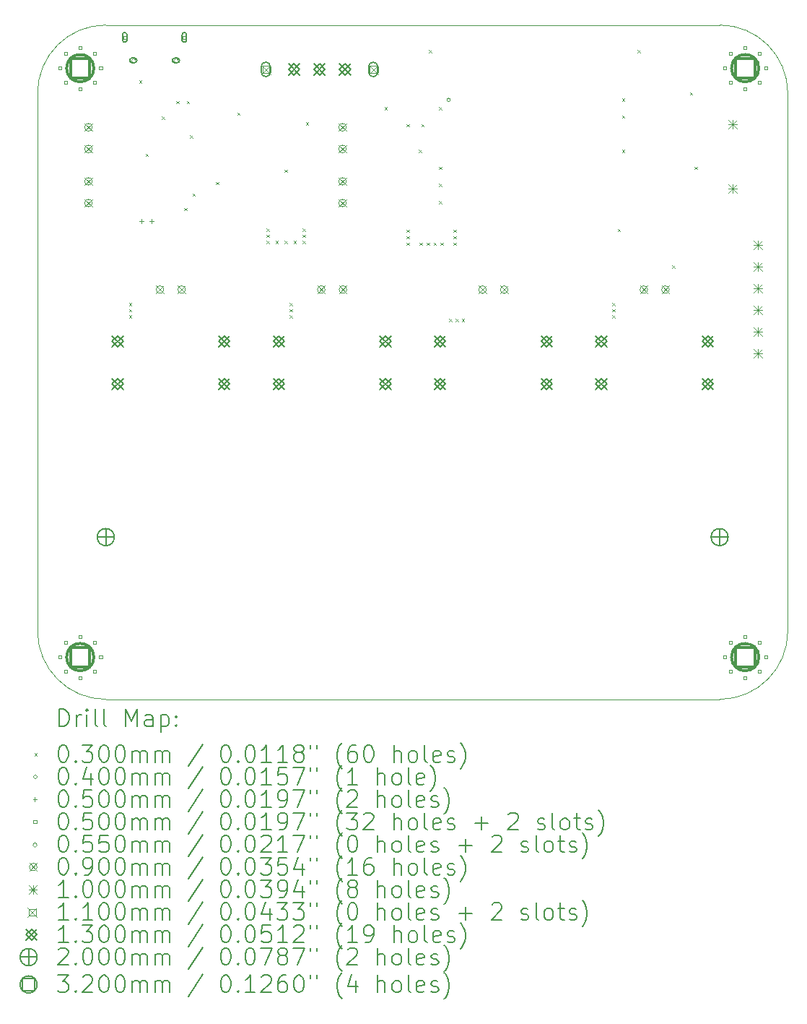
<source format=gbr>
%TF.GenerationSoftware,KiCad,Pcbnew,7.0.5*%
%TF.CreationDate,2023-09-08T12:24:23+07:00*%
%TF.ProjectId,Node_Vote,4e6f6465-5f56-46f7-9465-2e6b69636164,rev?*%
%TF.SameCoordinates,Original*%
%TF.FileFunction,Drillmap*%
%TF.FilePolarity,Positive*%
%FSLAX45Y45*%
G04 Gerber Fmt 4.5, Leading zero omitted, Abs format (unit mm)*
G04 Created by KiCad (PCBNEW 7.0.5) date 2023-09-08 12:24:23*
%MOMM*%
%LPD*%
G01*
G04 APERTURE LIST*
%ADD10C,0.100000*%
%ADD11C,0.200000*%
%ADD12C,0.030000*%
%ADD13C,0.040000*%
%ADD14C,0.050000*%
%ADD15C,0.055000*%
%ADD16C,0.090000*%
%ADD17C,0.110000*%
%ADD18C,0.130000*%
%ADD19C,0.320000*%
G04 APERTURE END LIST*
D10*
X0Y-7100000D02*
X0Y-800000D01*
X8000000Y-7900000D02*
G75*
G03*
X8800000Y-7100000I0J800000D01*
G01*
X0Y-7100000D02*
G75*
G03*
X800000Y-7900000I800000J0D01*
G01*
X8800000Y-800000D02*
G75*
G03*
X8000000Y0I-800000J0D01*
G01*
X8800000Y-7100000D02*
X8800000Y-800000D01*
X800000Y0D02*
G75*
G03*
X0Y-800000I0J-800000D01*
G01*
X8000000Y-7900000D02*
X800000Y-7900000D01*
X800000Y0D02*
X8000000Y0D01*
D11*
D12*
X1071900Y-3255000D02*
X1101900Y-3285000D01*
X1101900Y-3255000D02*
X1071900Y-3285000D01*
X1071900Y-3327500D02*
X1101900Y-3357500D01*
X1101900Y-3327500D02*
X1071900Y-3357500D01*
X1071900Y-3400000D02*
X1101900Y-3430000D01*
X1101900Y-3400000D02*
X1071900Y-3430000D01*
X1192904Y-650700D02*
X1222904Y-680700D01*
X1222904Y-650700D02*
X1192904Y-680700D01*
X1266900Y-1507500D02*
X1296900Y-1537500D01*
X1296900Y-1507500D02*
X1266900Y-1537500D01*
X1456900Y-1070000D02*
X1486900Y-1100000D01*
X1486900Y-1070000D02*
X1456900Y-1100000D01*
X1626900Y-890000D02*
X1656900Y-920000D01*
X1656900Y-890000D02*
X1626900Y-920000D01*
X1721900Y-2145000D02*
X1751900Y-2175000D01*
X1751900Y-2145000D02*
X1721900Y-2175000D01*
X1751900Y-890000D02*
X1781900Y-920000D01*
X1781900Y-890000D02*
X1751900Y-920000D01*
X1787350Y-1290000D02*
X1817350Y-1320000D01*
X1817350Y-1290000D02*
X1787350Y-1320000D01*
X1816900Y-1975000D02*
X1846900Y-2005000D01*
X1846900Y-1975000D02*
X1816900Y-2005000D01*
X2091900Y-1840000D02*
X2121900Y-1870000D01*
X2121900Y-1840000D02*
X2091900Y-1870000D01*
X2343300Y-1024750D02*
X2373300Y-1054750D01*
X2373300Y-1024750D02*
X2343300Y-1054750D01*
X2686900Y-2385000D02*
X2716900Y-2415000D01*
X2716900Y-2385000D02*
X2686900Y-2415000D01*
X2686900Y-2457500D02*
X2716900Y-2487500D01*
X2716900Y-2457500D02*
X2686900Y-2487500D01*
X2686900Y-2530000D02*
X2716900Y-2560000D01*
X2716900Y-2530000D02*
X2686900Y-2560000D01*
X2791900Y-2530000D02*
X2821900Y-2560000D01*
X2821900Y-2530000D02*
X2791900Y-2560000D01*
X2896900Y-1695250D02*
X2926900Y-1725250D01*
X2926900Y-1695250D02*
X2896900Y-1725250D01*
X2896900Y-2530000D02*
X2926900Y-2560000D01*
X2926900Y-2530000D02*
X2896900Y-2560000D01*
X2956900Y-3255000D02*
X2986900Y-3285000D01*
X2986900Y-3255000D02*
X2956900Y-3285000D01*
X2956900Y-3327500D02*
X2986900Y-3357500D01*
X2986900Y-3327500D02*
X2956900Y-3357500D01*
X2956900Y-3400000D02*
X2986900Y-3430000D01*
X2986900Y-3400000D02*
X2956900Y-3430000D01*
X3001900Y-2530000D02*
X3031900Y-2560000D01*
X3031900Y-2530000D02*
X3001900Y-2560000D01*
X3106900Y-2385000D02*
X3136900Y-2415000D01*
X3136900Y-2385000D02*
X3106900Y-2415000D01*
X3106900Y-2457500D02*
X3136900Y-2487500D01*
X3136900Y-2457500D02*
X3106900Y-2487500D01*
X3106900Y-2530000D02*
X3136900Y-2560000D01*
X3136900Y-2530000D02*
X3106900Y-2560000D01*
X3146900Y-1140000D02*
X3176900Y-1170000D01*
X3176900Y-1140000D02*
X3146900Y-1170000D01*
X4069400Y-960000D02*
X4099400Y-990000D01*
X4099400Y-960000D02*
X4069400Y-990000D01*
X4326900Y-1160000D02*
X4356900Y-1190000D01*
X4356900Y-1160000D02*
X4326900Y-1190000D01*
X4326900Y-2395672D02*
X4356900Y-2425672D01*
X4356900Y-2395672D02*
X4326900Y-2425672D01*
X4326900Y-2473004D02*
X4356900Y-2503004D01*
X4356900Y-2473004D02*
X4326900Y-2503004D01*
X4326900Y-2550000D02*
X4356900Y-2580000D01*
X4356900Y-2550000D02*
X4326900Y-2580000D01*
X4469873Y-1461754D02*
X4499873Y-1491754D01*
X4499873Y-1461754D02*
X4469873Y-1491754D01*
X4481900Y-2550000D02*
X4511900Y-2580000D01*
X4511900Y-2550000D02*
X4481900Y-2580000D01*
X4501900Y-1160000D02*
X4531900Y-1190000D01*
X4531900Y-1160000D02*
X4501900Y-1190000D01*
X4563567Y-2550000D02*
X4593567Y-2580000D01*
X4593567Y-2550000D02*
X4563567Y-2580000D01*
X4591900Y-295000D02*
X4621900Y-325000D01*
X4621900Y-295000D02*
X4591900Y-325000D01*
X4645233Y-2550000D02*
X4675233Y-2580000D01*
X4675233Y-2550000D02*
X4645233Y-2580000D01*
X4709400Y-960000D02*
X4739400Y-990000D01*
X4739400Y-960000D02*
X4709400Y-990000D01*
X4709400Y-1661754D02*
X4739400Y-1691754D01*
X4739400Y-1661754D02*
X4709400Y-1691754D01*
X4709400Y-1861004D02*
X4739400Y-1891004D01*
X4739400Y-1861004D02*
X4709400Y-1891004D01*
X4709400Y-2061004D02*
X4739400Y-2091004D01*
X4739400Y-2061004D02*
X4709400Y-2091004D01*
X4726900Y-2550000D02*
X4756900Y-2580000D01*
X4756900Y-2550000D02*
X4726900Y-2580000D01*
X4829400Y-3445000D02*
X4859400Y-3475000D01*
X4859400Y-3445000D02*
X4829400Y-3475000D01*
X4876900Y-2395672D02*
X4906900Y-2425672D01*
X4906900Y-2395672D02*
X4876900Y-2425672D01*
X4876900Y-2473004D02*
X4906900Y-2503004D01*
X4906900Y-2473004D02*
X4876900Y-2503004D01*
X4876900Y-2550000D02*
X4906900Y-2580000D01*
X4906900Y-2550000D02*
X4876900Y-2580000D01*
X4901900Y-3445000D02*
X4931900Y-3475000D01*
X4931900Y-3445000D02*
X4901900Y-3475000D01*
X4974400Y-3445000D02*
X5004400Y-3475000D01*
X5004400Y-3445000D02*
X4974400Y-3475000D01*
X6741900Y-3255000D02*
X6771900Y-3285000D01*
X6771900Y-3255000D02*
X6741900Y-3285000D01*
X6741900Y-3327500D02*
X6771900Y-3357500D01*
X6771900Y-3327500D02*
X6741900Y-3357500D01*
X6741900Y-3400000D02*
X6771900Y-3430000D01*
X6771900Y-3400000D02*
X6741900Y-3430000D01*
X6805800Y-2390504D02*
X6835800Y-2420504D01*
X6835800Y-2390504D02*
X6805800Y-2420504D01*
X6854497Y-1462403D02*
X6884497Y-1492403D01*
X6884497Y-1462403D02*
X6854497Y-1492403D01*
X6855800Y-861754D02*
X6885800Y-891754D01*
X6885800Y-861754D02*
X6855800Y-891754D01*
X6855800Y-1060504D02*
X6885800Y-1090504D01*
X6885800Y-1060504D02*
X6855800Y-1090504D01*
X7036900Y-295000D02*
X7066900Y-325000D01*
X7066900Y-295000D02*
X7036900Y-325000D01*
X7445800Y-2814504D02*
X7475800Y-2844504D01*
X7475800Y-2814504D02*
X7445800Y-2844504D01*
X7651900Y-790000D02*
X7681900Y-820000D01*
X7681900Y-790000D02*
X7651900Y-820000D01*
X7706657Y-1660504D02*
X7736657Y-1690504D01*
X7736657Y-1660504D02*
X7706657Y-1690504D01*
D13*
X4840800Y-876754D02*
G75*
G03*
X4840800Y-876754I-20000J0D01*
G01*
D14*
X1221900Y-2270000D02*
X1221900Y-2320000D01*
X1196900Y-2295000D02*
X1246900Y-2295000D01*
X1336400Y-2270000D02*
X1336400Y-2320000D01*
X1311400Y-2295000D02*
X1361400Y-2295000D01*
X277678Y-523181D02*
X277678Y-487826D01*
X242322Y-487826D01*
X242322Y-523181D01*
X277678Y-523181D01*
X277678Y-7423181D02*
X277678Y-7387826D01*
X242322Y-7387826D01*
X242322Y-7423181D01*
X277678Y-7423181D01*
X347972Y-353476D02*
X347972Y-318120D01*
X312617Y-318120D01*
X312617Y-353476D01*
X347972Y-353476D01*
X347972Y-692887D02*
X347972Y-657532D01*
X312617Y-657532D01*
X312617Y-692887D01*
X347972Y-692887D01*
X347972Y-7253476D02*
X347972Y-7218120D01*
X312617Y-7218120D01*
X312617Y-7253476D01*
X347972Y-7253476D01*
X347972Y-7592887D02*
X347972Y-7557531D01*
X312617Y-7557531D01*
X312617Y-7592887D01*
X347972Y-7592887D01*
X517678Y-283182D02*
X517678Y-247826D01*
X482322Y-247826D01*
X482322Y-283182D01*
X517678Y-283182D01*
X517678Y-763181D02*
X517678Y-727826D01*
X482322Y-727826D01*
X482322Y-763181D01*
X517678Y-763181D01*
X517678Y-7183181D02*
X517678Y-7147826D01*
X482322Y-7147826D01*
X482322Y-7183181D01*
X517678Y-7183181D01*
X517678Y-7663181D02*
X517678Y-7627826D01*
X482322Y-7627826D01*
X482322Y-7663181D01*
X517678Y-7663181D01*
X687383Y-353476D02*
X687383Y-318120D01*
X652028Y-318120D01*
X652028Y-353476D01*
X687383Y-353476D01*
X687383Y-692887D02*
X687383Y-657532D01*
X652028Y-657532D01*
X652028Y-692887D01*
X687383Y-692887D01*
X687383Y-7253476D02*
X687383Y-7218120D01*
X652028Y-7218120D01*
X652028Y-7253476D01*
X687383Y-7253476D01*
X687383Y-7592887D02*
X687383Y-7557531D01*
X652028Y-7557531D01*
X652028Y-7592887D01*
X687383Y-7592887D01*
X757678Y-523181D02*
X757678Y-487826D01*
X722322Y-487826D01*
X722322Y-523181D01*
X757678Y-523181D01*
X757678Y-7423181D02*
X757678Y-7387826D01*
X722322Y-7387826D01*
X722322Y-7423181D01*
X757678Y-7423181D01*
X1039578Y-162678D02*
X1039578Y-127322D01*
X1004222Y-127322D01*
X1004222Y-162678D01*
X1039578Y-162678D01*
D11*
X1046900Y-177500D02*
X1046900Y-112500D01*
X1046900Y-112500D02*
G75*
G03*
X996900Y-112500I-25000J0D01*
G01*
X996900Y-112500D02*
X996900Y-177500D01*
X996900Y-177500D02*
G75*
G03*
X1046900Y-177500I25000J0D01*
G01*
D14*
X1739578Y-162678D02*
X1739578Y-127322D01*
X1704222Y-127322D01*
X1704222Y-162678D01*
X1739578Y-162678D01*
D11*
X1746900Y-177500D02*
X1746900Y-112500D01*
X1746900Y-112500D02*
G75*
G03*
X1696900Y-112500I-25000J0D01*
G01*
X1696900Y-112500D02*
X1696900Y-177500D01*
X1696900Y-177500D02*
G75*
G03*
X1746900Y-177500I25000J0D01*
G01*
D14*
X8077678Y-523181D02*
X8077678Y-487826D01*
X8042322Y-487826D01*
X8042322Y-523181D01*
X8077678Y-523181D01*
X8077678Y-7423181D02*
X8077678Y-7387826D01*
X8042322Y-7387826D01*
X8042322Y-7423181D01*
X8077678Y-7423181D01*
X8147972Y-353476D02*
X8147972Y-318120D01*
X8112617Y-318120D01*
X8112617Y-353476D01*
X8147972Y-353476D01*
X8147972Y-692887D02*
X8147972Y-657532D01*
X8112617Y-657532D01*
X8112617Y-692887D01*
X8147972Y-692887D01*
X8147972Y-7253476D02*
X8147972Y-7218120D01*
X8112617Y-7218120D01*
X8112617Y-7253476D01*
X8147972Y-7253476D01*
X8147972Y-7592887D02*
X8147972Y-7557531D01*
X8112617Y-7557531D01*
X8112617Y-7592887D01*
X8147972Y-7592887D01*
X8317678Y-283182D02*
X8317678Y-247826D01*
X8282322Y-247826D01*
X8282322Y-283182D01*
X8317678Y-283182D01*
X8317678Y-763181D02*
X8317678Y-727826D01*
X8282322Y-727826D01*
X8282322Y-763181D01*
X8317678Y-763181D01*
X8317678Y-7183181D02*
X8317678Y-7147826D01*
X8282322Y-7147826D01*
X8282322Y-7183181D01*
X8317678Y-7183181D01*
X8317678Y-7663181D02*
X8317678Y-7627826D01*
X8282322Y-7627826D01*
X8282322Y-7663181D01*
X8317678Y-7663181D01*
X8487383Y-353476D02*
X8487383Y-318120D01*
X8452028Y-318120D01*
X8452028Y-353476D01*
X8487383Y-353476D01*
X8487383Y-692887D02*
X8487383Y-657532D01*
X8452028Y-657532D01*
X8452028Y-692887D01*
X8487383Y-692887D01*
X8487383Y-7253476D02*
X8487383Y-7218120D01*
X8452028Y-7218120D01*
X8452028Y-7253476D01*
X8487383Y-7253476D01*
X8487383Y-7592887D02*
X8487383Y-7557531D01*
X8452028Y-7557531D01*
X8452028Y-7592887D01*
X8487383Y-7592887D01*
X8557678Y-523181D02*
X8557678Y-487826D01*
X8522322Y-487826D01*
X8522322Y-523181D01*
X8557678Y-523181D01*
X8557678Y-7423181D02*
X8557678Y-7387826D01*
X8522322Y-7387826D01*
X8522322Y-7423181D01*
X8557678Y-7423181D01*
D15*
X1121900Y-442500D02*
X1149400Y-415000D01*
X1121900Y-387500D01*
X1094400Y-415000D01*
X1121900Y-442500D01*
D11*
X1136900Y-387500D02*
X1106900Y-387500D01*
X1106900Y-387500D02*
G75*
G03*
X1106900Y-442500I0J-27500D01*
G01*
X1106900Y-442500D02*
X1136900Y-442500D01*
X1136900Y-442500D02*
G75*
G03*
X1136900Y-387500I0J27500D01*
G01*
D15*
X1621900Y-442500D02*
X1649400Y-415000D01*
X1621900Y-387500D01*
X1594400Y-415000D01*
X1621900Y-442500D01*
D11*
X1636900Y-387500D02*
X1606900Y-387500D01*
X1606900Y-387500D02*
G75*
G03*
X1606900Y-442500I0J-27500D01*
G01*
X1606900Y-442500D02*
X1636900Y-442500D01*
X1636900Y-442500D02*
G75*
G03*
X1636900Y-387500I0J27500D01*
G01*
D16*
X551900Y-1153500D02*
X641900Y-1243500D01*
X641900Y-1153500D02*
X551900Y-1243500D01*
X641900Y-1198500D02*
G75*
G03*
X641900Y-1198500I-45000J0D01*
G01*
X551900Y-1407500D02*
X641900Y-1497500D01*
X641900Y-1407500D02*
X551900Y-1497500D01*
X641900Y-1452500D02*
G75*
G03*
X641900Y-1452500I-45000J0D01*
G01*
X551900Y-1787500D02*
X641900Y-1877500D01*
X641900Y-1787500D02*
X551900Y-1877500D01*
X641900Y-1832500D02*
G75*
G03*
X641900Y-1832500I-45000J0D01*
G01*
X551900Y-2041500D02*
X641900Y-2131500D01*
X641900Y-2041500D02*
X551900Y-2131500D01*
X641900Y-2086500D02*
G75*
G03*
X641900Y-2086500I-45000J0D01*
G01*
X1391383Y-3055000D02*
X1481383Y-3145000D01*
X1481383Y-3055000D02*
X1391383Y-3145000D01*
X1481383Y-3100000D02*
G75*
G03*
X1481383Y-3100000I-45000J0D01*
G01*
X1645383Y-3055000D02*
X1735383Y-3145000D01*
X1735383Y-3055000D02*
X1645383Y-3145000D01*
X1735383Y-3100000D02*
G75*
G03*
X1735383Y-3100000I-45000J0D01*
G01*
X3282794Y-3055000D02*
X3372794Y-3145000D01*
X3372794Y-3055000D02*
X3282794Y-3145000D01*
X3372794Y-3100000D02*
G75*
G03*
X3372794Y-3100000I-45000J0D01*
G01*
X3531900Y-1153500D02*
X3621900Y-1243500D01*
X3621900Y-1153500D02*
X3531900Y-1243500D01*
X3621900Y-1198500D02*
G75*
G03*
X3621900Y-1198500I-45000J0D01*
G01*
X3531900Y-1407500D02*
X3621900Y-1497500D01*
X3621900Y-1407500D02*
X3531900Y-1497500D01*
X3621900Y-1452500D02*
G75*
G03*
X3621900Y-1452500I-45000J0D01*
G01*
X3531900Y-1787500D02*
X3621900Y-1877500D01*
X3621900Y-1787500D02*
X3531900Y-1877500D01*
X3621900Y-1832500D02*
G75*
G03*
X3621900Y-1832500I-45000J0D01*
G01*
X3531900Y-2041500D02*
X3621900Y-2131500D01*
X3621900Y-2041500D02*
X3531900Y-2131500D01*
X3621900Y-2086500D02*
G75*
G03*
X3621900Y-2086500I-45000J0D01*
G01*
X3536794Y-3055000D02*
X3626794Y-3145000D01*
X3626794Y-3055000D02*
X3536794Y-3145000D01*
X3626794Y-3100000D02*
G75*
G03*
X3626794Y-3100000I-45000J0D01*
G01*
X5174206Y-3055000D02*
X5264206Y-3145000D01*
X5264206Y-3055000D02*
X5174206Y-3145000D01*
X5264206Y-3100000D02*
G75*
G03*
X5264206Y-3100000I-45000J0D01*
G01*
X5428206Y-3055000D02*
X5518206Y-3145000D01*
X5518206Y-3055000D02*
X5428206Y-3145000D01*
X5518206Y-3100000D02*
G75*
G03*
X5518206Y-3100000I-45000J0D01*
G01*
X7065617Y-3055000D02*
X7155617Y-3145000D01*
X7155617Y-3055000D02*
X7065617Y-3145000D01*
X7155617Y-3100000D02*
G75*
G03*
X7155617Y-3100000I-45000J0D01*
G01*
X7319617Y-3055000D02*
X7409617Y-3145000D01*
X7409617Y-3055000D02*
X7319617Y-3145000D01*
X7409617Y-3100000D02*
G75*
G03*
X7409617Y-3100000I-45000J0D01*
G01*
D10*
X8100000Y-1110000D02*
X8200000Y-1210000D01*
X8200000Y-1110000D02*
X8100000Y-1210000D01*
X8150000Y-1110000D02*
X8150000Y-1210000D01*
X8100000Y-1160000D02*
X8200000Y-1160000D01*
X8100000Y-1870000D02*
X8200000Y-1970000D01*
X8200000Y-1870000D02*
X8100000Y-1970000D01*
X8150000Y-1870000D02*
X8150000Y-1970000D01*
X8100000Y-1920000D02*
X8200000Y-1920000D01*
X8400000Y-2525504D02*
X8500000Y-2625504D01*
X8500000Y-2525504D02*
X8400000Y-2625504D01*
X8450000Y-2525504D02*
X8450000Y-2625504D01*
X8400000Y-2575504D02*
X8500000Y-2575504D01*
X8400000Y-2779504D02*
X8500000Y-2879504D01*
X8500000Y-2779504D02*
X8400000Y-2879504D01*
X8450000Y-2779504D02*
X8450000Y-2879504D01*
X8400000Y-2829504D02*
X8500000Y-2829504D01*
X8400000Y-3033504D02*
X8500000Y-3133504D01*
X8500000Y-3033504D02*
X8400000Y-3133504D01*
X8450000Y-3033504D02*
X8450000Y-3133504D01*
X8400000Y-3083504D02*
X8500000Y-3083504D01*
X8400000Y-3287504D02*
X8500000Y-3387504D01*
X8500000Y-3287504D02*
X8400000Y-3387504D01*
X8450000Y-3287504D02*
X8450000Y-3387504D01*
X8400000Y-3337504D02*
X8500000Y-3337504D01*
X8400000Y-3541504D02*
X8500000Y-3641504D01*
X8500000Y-3541504D02*
X8400000Y-3641504D01*
X8450000Y-3541504D02*
X8450000Y-3641504D01*
X8400000Y-3591504D02*
X8500000Y-3591504D01*
X8400000Y-3795504D02*
X8500000Y-3895504D01*
X8500000Y-3795504D02*
X8400000Y-3895504D01*
X8450000Y-3795504D02*
X8450000Y-3895504D01*
X8400000Y-3845504D02*
X8500000Y-3845504D01*
D17*
X2621900Y-465000D02*
X2731900Y-575000D01*
X2731900Y-465000D02*
X2621900Y-575000D01*
X2715791Y-558891D02*
X2715791Y-481109D01*
X2638009Y-481109D01*
X2638009Y-558891D01*
X2715791Y-558891D01*
D11*
X2621900Y-490000D02*
X2621900Y-550000D01*
X2621900Y-550000D02*
G75*
G03*
X2731900Y-550000I55000J0D01*
G01*
X2731900Y-550000D02*
X2731900Y-490000D01*
X2731900Y-490000D02*
G75*
G03*
X2621900Y-490000I-55000J0D01*
G01*
D17*
X3881900Y-465000D02*
X3991900Y-575000D01*
X3991900Y-465000D02*
X3881900Y-575000D01*
X3975791Y-558891D02*
X3975791Y-481109D01*
X3898009Y-481109D01*
X3898009Y-558891D01*
X3975791Y-558891D01*
D11*
X3881900Y-490000D02*
X3881900Y-550000D01*
X3881900Y-550000D02*
G75*
G03*
X3991900Y-550000I55000J0D01*
G01*
X3991900Y-550000D02*
X3991900Y-490000D01*
X3991900Y-490000D02*
G75*
G03*
X3881900Y-490000I-55000J0D01*
G01*
D18*
X873883Y-3640504D02*
X1003883Y-3770504D01*
X1003883Y-3640504D02*
X873883Y-3770504D01*
X938883Y-3770504D02*
X1003883Y-3705504D01*
X938883Y-3640504D01*
X873883Y-3705504D01*
X938883Y-3770504D01*
X873883Y-4140504D02*
X1003883Y-4270504D01*
X1003883Y-4140504D02*
X873883Y-4270504D01*
X938883Y-4270504D02*
X1003883Y-4205504D01*
X938883Y-4140504D01*
X873883Y-4205504D01*
X938883Y-4270504D01*
X2123883Y-3640504D02*
X2253883Y-3770504D01*
X2253883Y-3640504D02*
X2123883Y-3770504D01*
X2188883Y-3770504D02*
X2253883Y-3705504D01*
X2188883Y-3640504D01*
X2123883Y-3705504D01*
X2188883Y-3770504D01*
X2123883Y-4140504D02*
X2253883Y-4270504D01*
X2253883Y-4140504D02*
X2123883Y-4270504D01*
X2188883Y-4270504D02*
X2253883Y-4205504D01*
X2188883Y-4140504D01*
X2123883Y-4205504D01*
X2188883Y-4270504D01*
X2765294Y-3640504D02*
X2895294Y-3770504D01*
X2895294Y-3640504D02*
X2765294Y-3770504D01*
X2830294Y-3770504D02*
X2895294Y-3705504D01*
X2830294Y-3640504D01*
X2765294Y-3705504D01*
X2830294Y-3770504D01*
X2765294Y-4140504D02*
X2895294Y-4270504D01*
X2895294Y-4140504D02*
X2765294Y-4270504D01*
X2830294Y-4270504D02*
X2895294Y-4205504D01*
X2830294Y-4140504D01*
X2765294Y-4205504D01*
X2830294Y-4270504D01*
X2941900Y-455000D02*
X3071900Y-585000D01*
X3071900Y-455000D02*
X2941900Y-585000D01*
X3006900Y-585000D02*
X3071900Y-520000D01*
X3006900Y-455000D01*
X2941900Y-520000D01*
X3006900Y-585000D01*
X3241900Y-455000D02*
X3371900Y-585000D01*
X3371900Y-455000D02*
X3241900Y-585000D01*
X3306900Y-585000D02*
X3371900Y-520000D01*
X3306900Y-455000D01*
X3241900Y-520000D01*
X3306900Y-585000D01*
X3541900Y-455000D02*
X3671900Y-585000D01*
X3671900Y-455000D02*
X3541900Y-585000D01*
X3606900Y-585000D02*
X3671900Y-520000D01*
X3606900Y-455000D01*
X3541900Y-520000D01*
X3606900Y-585000D01*
X4015294Y-3640504D02*
X4145294Y-3770504D01*
X4145294Y-3640504D02*
X4015294Y-3770504D01*
X4080294Y-3770504D02*
X4145294Y-3705504D01*
X4080294Y-3640504D01*
X4015294Y-3705504D01*
X4080294Y-3770504D01*
X4015294Y-4140504D02*
X4145294Y-4270504D01*
X4145294Y-4140504D02*
X4015294Y-4270504D01*
X4080294Y-4270504D02*
X4145294Y-4205504D01*
X4080294Y-4140504D01*
X4015294Y-4205504D01*
X4080294Y-4270504D01*
X4656706Y-3640504D02*
X4786706Y-3770504D01*
X4786706Y-3640504D02*
X4656706Y-3770504D01*
X4721706Y-3770504D02*
X4786706Y-3705504D01*
X4721706Y-3640504D01*
X4656706Y-3705504D01*
X4721706Y-3770504D01*
X4656706Y-4140504D02*
X4786706Y-4270504D01*
X4786706Y-4140504D02*
X4656706Y-4270504D01*
X4721706Y-4270504D02*
X4786706Y-4205504D01*
X4721706Y-4140504D01*
X4656706Y-4205504D01*
X4721706Y-4270504D01*
X5906705Y-3640504D02*
X6036705Y-3770504D01*
X6036705Y-3640504D02*
X5906705Y-3770504D01*
X5971705Y-3770504D02*
X6036705Y-3705504D01*
X5971705Y-3640504D01*
X5906705Y-3705504D01*
X5971705Y-3770504D01*
X5906705Y-4140504D02*
X6036705Y-4270504D01*
X6036705Y-4140504D02*
X5906705Y-4270504D01*
X5971705Y-4270504D02*
X6036705Y-4205504D01*
X5971705Y-4140504D01*
X5906705Y-4205504D01*
X5971705Y-4270504D01*
X6548117Y-3640504D02*
X6678117Y-3770504D01*
X6678117Y-3640504D02*
X6548117Y-3770504D01*
X6613117Y-3770504D02*
X6678117Y-3705504D01*
X6613117Y-3640504D01*
X6548117Y-3705504D01*
X6613117Y-3770504D01*
X6548117Y-4140504D02*
X6678117Y-4270504D01*
X6678117Y-4140504D02*
X6548117Y-4270504D01*
X6613117Y-4270504D02*
X6678117Y-4205504D01*
X6613117Y-4140504D01*
X6548117Y-4205504D01*
X6613117Y-4270504D01*
X7798117Y-3640504D02*
X7928117Y-3770504D01*
X7928117Y-3640504D02*
X7798117Y-3770504D01*
X7863117Y-3770504D02*
X7928117Y-3705504D01*
X7863117Y-3640504D01*
X7798117Y-3705504D01*
X7863117Y-3770504D01*
X7798117Y-4140504D02*
X7928117Y-4270504D01*
X7928117Y-4140504D02*
X7798117Y-4270504D01*
X7863117Y-4270504D02*
X7928117Y-4205504D01*
X7863117Y-4140504D01*
X7798117Y-4205504D01*
X7863117Y-4270504D01*
D11*
X800000Y-5900000D02*
X800000Y-6100000D01*
X700000Y-6000000D02*
X900000Y-6000000D01*
X900000Y-6000000D02*
G75*
G03*
X900000Y-6000000I-100000J0D01*
G01*
X8000000Y-5900000D02*
X8000000Y-6100000D01*
X7900000Y-6000000D02*
X8100000Y-6000000D01*
X8100000Y-6000000D02*
G75*
G03*
X8100000Y-6000000I-100000J0D01*
G01*
D19*
X613138Y-618642D02*
X613138Y-392365D01*
X386862Y-392365D01*
X386862Y-618642D01*
X613138Y-618642D01*
X660000Y-505504D02*
G75*
G03*
X660000Y-505504I-160000J0D01*
G01*
X613138Y-7518642D02*
X613138Y-7292365D01*
X386862Y-7292365D01*
X386862Y-7518642D01*
X613138Y-7518642D01*
X660000Y-7405504D02*
G75*
G03*
X660000Y-7405504I-160000J0D01*
G01*
X8413138Y-618642D02*
X8413138Y-392365D01*
X8186862Y-392365D01*
X8186862Y-618642D01*
X8413138Y-618642D01*
X8460000Y-505504D02*
G75*
G03*
X8460000Y-505504I-160000J0D01*
G01*
X8413138Y-7518642D02*
X8413138Y-7292365D01*
X8186862Y-7292365D01*
X8186862Y-7518642D01*
X8413138Y-7518642D01*
X8460000Y-7405504D02*
G75*
G03*
X8460000Y-7405504I-160000J0D01*
G01*
D11*
X255777Y-8216484D02*
X255777Y-8016484D01*
X255777Y-8016484D02*
X303396Y-8016484D01*
X303396Y-8016484D02*
X331967Y-8026008D01*
X331967Y-8026008D02*
X351015Y-8045055D01*
X351015Y-8045055D02*
X360539Y-8064103D01*
X360539Y-8064103D02*
X370062Y-8102198D01*
X370062Y-8102198D02*
X370062Y-8130769D01*
X370062Y-8130769D02*
X360539Y-8168865D01*
X360539Y-8168865D02*
X351015Y-8187912D01*
X351015Y-8187912D02*
X331967Y-8206960D01*
X331967Y-8206960D02*
X303396Y-8216484D01*
X303396Y-8216484D02*
X255777Y-8216484D01*
X455777Y-8216484D02*
X455777Y-8083150D01*
X455777Y-8121246D02*
X465301Y-8102198D01*
X465301Y-8102198D02*
X474824Y-8092674D01*
X474824Y-8092674D02*
X493872Y-8083150D01*
X493872Y-8083150D02*
X512920Y-8083150D01*
X579586Y-8216484D02*
X579586Y-8083150D01*
X579586Y-8016484D02*
X570063Y-8026008D01*
X570063Y-8026008D02*
X579586Y-8035531D01*
X579586Y-8035531D02*
X589110Y-8026008D01*
X589110Y-8026008D02*
X579586Y-8016484D01*
X579586Y-8016484D02*
X579586Y-8035531D01*
X703396Y-8216484D02*
X684348Y-8206960D01*
X684348Y-8206960D02*
X674824Y-8187912D01*
X674824Y-8187912D02*
X674824Y-8016484D01*
X808158Y-8216484D02*
X789110Y-8206960D01*
X789110Y-8206960D02*
X779586Y-8187912D01*
X779586Y-8187912D02*
X779586Y-8016484D01*
X1036729Y-8216484D02*
X1036729Y-8016484D01*
X1036729Y-8016484D02*
X1103396Y-8159341D01*
X1103396Y-8159341D02*
X1170063Y-8016484D01*
X1170063Y-8016484D02*
X1170063Y-8216484D01*
X1351015Y-8216484D02*
X1351015Y-8111722D01*
X1351015Y-8111722D02*
X1341491Y-8092674D01*
X1341491Y-8092674D02*
X1322444Y-8083150D01*
X1322444Y-8083150D02*
X1284348Y-8083150D01*
X1284348Y-8083150D02*
X1265301Y-8092674D01*
X1351015Y-8206960D02*
X1331967Y-8216484D01*
X1331967Y-8216484D02*
X1284348Y-8216484D01*
X1284348Y-8216484D02*
X1265301Y-8206960D01*
X1265301Y-8206960D02*
X1255777Y-8187912D01*
X1255777Y-8187912D02*
X1255777Y-8168865D01*
X1255777Y-8168865D02*
X1265301Y-8149817D01*
X1265301Y-8149817D02*
X1284348Y-8140293D01*
X1284348Y-8140293D02*
X1331967Y-8140293D01*
X1331967Y-8140293D02*
X1351015Y-8130769D01*
X1446253Y-8083150D02*
X1446253Y-8283150D01*
X1446253Y-8092674D02*
X1465301Y-8083150D01*
X1465301Y-8083150D02*
X1503396Y-8083150D01*
X1503396Y-8083150D02*
X1522443Y-8092674D01*
X1522443Y-8092674D02*
X1531967Y-8102198D01*
X1531967Y-8102198D02*
X1541491Y-8121246D01*
X1541491Y-8121246D02*
X1541491Y-8178388D01*
X1541491Y-8178388D02*
X1531967Y-8197436D01*
X1531967Y-8197436D02*
X1522443Y-8206960D01*
X1522443Y-8206960D02*
X1503396Y-8216484D01*
X1503396Y-8216484D02*
X1465301Y-8216484D01*
X1465301Y-8216484D02*
X1446253Y-8206960D01*
X1627205Y-8197436D02*
X1636729Y-8206960D01*
X1636729Y-8206960D02*
X1627205Y-8216484D01*
X1627205Y-8216484D02*
X1617682Y-8206960D01*
X1617682Y-8206960D02*
X1627205Y-8197436D01*
X1627205Y-8197436D02*
X1627205Y-8216484D01*
X1627205Y-8092674D02*
X1636729Y-8102198D01*
X1636729Y-8102198D02*
X1627205Y-8111722D01*
X1627205Y-8111722D02*
X1617682Y-8102198D01*
X1617682Y-8102198D02*
X1627205Y-8092674D01*
X1627205Y-8092674D02*
X1627205Y-8111722D01*
D12*
X-35000Y-8530000D02*
X-5000Y-8560000D01*
X-5000Y-8530000D02*
X-35000Y-8560000D01*
D11*
X293872Y-8436484D02*
X312920Y-8436484D01*
X312920Y-8436484D02*
X331967Y-8446008D01*
X331967Y-8446008D02*
X341491Y-8455531D01*
X341491Y-8455531D02*
X351015Y-8474579D01*
X351015Y-8474579D02*
X360539Y-8512674D01*
X360539Y-8512674D02*
X360539Y-8560293D01*
X360539Y-8560293D02*
X351015Y-8598389D01*
X351015Y-8598389D02*
X341491Y-8617436D01*
X341491Y-8617436D02*
X331967Y-8626960D01*
X331967Y-8626960D02*
X312920Y-8636484D01*
X312920Y-8636484D02*
X293872Y-8636484D01*
X293872Y-8636484D02*
X274824Y-8626960D01*
X274824Y-8626960D02*
X265301Y-8617436D01*
X265301Y-8617436D02*
X255777Y-8598389D01*
X255777Y-8598389D02*
X246253Y-8560293D01*
X246253Y-8560293D02*
X246253Y-8512674D01*
X246253Y-8512674D02*
X255777Y-8474579D01*
X255777Y-8474579D02*
X265301Y-8455531D01*
X265301Y-8455531D02*
X274824Y-8446008D01*
X274824Y-8446008D02*
X293872Y-8436484D01*
X446253Y-8617436D02*
X455777Y-8626960D01*
X455777Y-8626960D02*
X446253Y-8636484D01*
X446253Y-8636484D02*
X436729Y-8626960D01*
X436729Y-8626960D02*
X446253Y-8617436D01*
X446253Y-8617436D02*
X446253Y-8636484D01*
X522443Y-8436484D02*
X646253Y-8436484D01*
X646253Y-8436484D02*
X579586Y-8512674D01*
X579586Y-8512674D02*
X608158Y-8512674D01*
X608158Y-8512674D02*
X627205Y-8522198D01*
X627205Y-8522198D02*
X636729Y-8531722D01*
X636729Y-8531722D02*
X646253Y-8550770D01*
X646253Y-8550770D02*
X646253Y-8598389D01*
X646253Y-8598389D02*
X636729Y-8617436D01*
X636729Y-8617436D02*
X627205Y-8626960D01*
X627205Y-8626960D02*
X608158Y-8636484D01*
X608158Y-8636484D02*
X551015Y-8636484D01*
X551015Y-8636484D02*
X531967Y-8626960D01*
X531967Y-8626960D02*
X522443Y-8617436D01*
X770062Y-8436484D02*
X789110Y-8436484D01*
X789110Y-8436484D02*
X808158Y-8446008D01*
X808158Y-8446008D02*
X817682Y-8455531D01*
X817682Y-8455531D02*
X827205Y-8474579D01*
X827205Y-8474579D02*
X836729Y-8512674D01*
X836729Y-8512674D02*
X836729Y-8560293D01*
X836729Y-8560293D02*
X827205Y-8598389D01*
X827205Y-8598389D02*
X817682Y-8617436D01*
X817682Y-8617436D02*
X808158Y-8626960D01*
X808158Y-8626960D02*
X789110Y-8636484D01*
X789110Y-8636484D02*
X770062Y-8636484D01*
X770062Y-8636484D02*
X751015Y-8626960D01*
X751015Y-8626960D02*
X741491Y-8617436D01*
X741491Y-8617436D02*
X731967Y-8598389D01*
X731967Y-8598389D02*
X722443Y-8560293D01*
X722443Y-8560293D02*
X722443Y-8512674D01*
X722443Y-8512674D02*
X731967Y-8474579D01*
X731967Y-8474579D02*
X741491Y-8455531D01*
X741491Y-8455531D02*
X751015Y-8446008D01*
X751015Y-8446008D02*
X770062Y-8436484D01*
X960539Y-8436484D02*
X979586Y-8436484D01*
X979586Y-8436484D02*
X998634Y-8446008D01*
X998634Y-8446008D02*
X1008158Y-8455531D01*
X1008158Y-8455531D02*
X1017682Y-8474579D01*
X1017682Y-8474579D02*
X1027205Y-8512674D01*
X1027205Y-8512674D02*
X1027205Y-8560293D01*
X1027205Y-8560293D02*
X1017682Y-8598389D01*
X1017682Y-8598389D02*
X1008158Y-8617436D01*
X1008158Y-8617436D02*
X998634Y-8626960D01*
X998634Y-8626960D02*
X979586Y-8636484D01*
X979586Y-8636484D02*
X960539Y-8636484D01*
X960539Y-8636484D02*
X941491Y-8626960D01*
X941491Y-8626960D02*
X931967Y-8617436D01*
X931967Y-8617436D02*
X922443Y-8598389D01*
X922443Y-8598389D02*
X912920Y-8560293D01*
X912920Y-8560293D02*
X912920Y-8512674D01*
X912920Y-8512674D02*
X922443Y-8474579D01*
X922443Y-8474579D02*
X931967Y-8455531D01*
X931967Y-8455531D02*
X941491Y-8446008D01*
X941491Y-8446008D02*
X960539Y-8436484D01*
X1112920Y-8636484D02*
X1112920Y-8503150D01*
X1112920Y-8522198D02*
X1122444Y-8512674D01*
X1122444Y-8512674D02*
X1141491Y-8503150D01*
X1141491Y-8503150D02*
X1170063Y-8503150D01*
X1170063Y-8503150D02*
X1189110Y-8512674D01*
X1189110Y-8512674D02*
X1198634Y-8531722D01*
X1198634Y-8531722D02*
X1198634Y-8636484D01*
X1198634Y-8531722D02*
X1208158Y-8512674D01*
X1208158Y-8512674D02*
X1227205Y-8503150D01*
X1227205Y-8503150D02*
X1255777Y-8503150D01*
X1255777Y-8503150D02*
X1274825Y-8512674D01*
X1274825Y-8512674D02*
X1284348Y-8531722D01*
X1284348Y-8531722D02*
X1284348Y-8636484D01*
X1379586Y-8636484D02*
X1379586Y-8503150D01*
X1379586Y-8522198D02*
X1389110Y-8512674D01*
X1389110Y-8512674D02*
X1408158Y-8503150D01*
X1408158Y-8503150D02*
X1436729Y-8503150D01*
X1436729Y-8503150D02*
X1455777Y-8512674D01*
X1455777Y-8512674D02*
X1465301Y-8531722D01*
X1465301Y-8531722D02*
X1465301Y-8636484D01*
X1465301Y-8531722D02*
X1474824Y-8512674D01*
X1474824Y-8512674D02*
X1493872Y-8503150D01*
X1493872Y-8503150D02*
X1522443Y-8503150D01*
X1522443Y-8503150D02*
X1541491Y-8512674D01*
X1541491Y-8512674D02*
X1551015Y-8531722D01*
X1551015Y-8531722D02*
X1551015Y-8636484D01*
X1941491Y-8426960D02*
X1770063Y-8684103D01*
X2198634Y-8436484D02*
X2217682Y-8436484D01*
X2217682Y-8436484D02*
X2236729Y-8446008D01*
X2236729Y-8446008D02*
X2246253Y-8455531D01*
X2246253Y-8455531D02*
X2255777Y-8474579D01*
X2255777Y-8474579D02*
X2265301Y-8512674D01*
X2265301Y-8512674D02*
X2265301Y-8560293D01*
X2265301Y-8560293D02*
X2255777Y-8598389D01*
X2255777Y-8598389D02*
X2246253Y-8617436D01*
X2246253Y-8617436D02*
X2236729Y-8626960D01*
X2236729Y-8626960D02*
X2217682Y-8636484D01*
X2217682Y-8636484D02*
X2198634Y-8636484D01*
X2198634Y-8636484D02*
X2179587Y-8626960D01*
X2179587Y-8626960D02*
X2170063Y-8617436D01*
X2170063Y-8617436D02*
X2160539Y-8598389D01*
X2160539Y-8598389D02*
X2151015Y-8560293D01*
X2151015Y-8560293D02*
X2151015Y-8512674D01*
X2151015Y-8512674D02*
X2160539Y-8474579D01*
X2160539Y-8474579D02*
X2170063Y-8455531D01*
X2170063Y-8455531D02*
X2179587Y-8446008D01*
X2179587Y-8446008D02*
X2198634Y-8436484D01*
X2351015Y-8617436D02*
X2360539Y-8626960D01*
X2360539Y-8626960D02*
X2351015Y-8636484D01*
X2351015Y-8636484D02*
X2341491Y-8626960D01*
X2341491Y-8626960D02*
X2351015Y-8617436D01*
X2351015Y-8617436D02*
X2351015Y-8636484D01*
X2484348Y-8436484D02*
X2503396Y-8436484D01*
X2503396Y-8436484D02*
X2522444Y-8446008D01*
X2522444Y-8446008D02*
X2531968Y-8455531D01*
X2531968Y-8455531D02*
X2541491Y-8474579D01*
X2541491Y-8474579D02*
X2551015Y-8512674D01*
X2551015Y-8512674D02*
X2551015Y-8560293D01*
X2551015Y-8560293D02*
X2541491Y-8598389D01*
X2541491Y-8598389D02*
X2531968Y-8617436D01*
X2531968Y-8617436D02*
X2522444Y-8626960D01*
X2522444Y-8626960D02*
X2503396Y-8636484D01*
X2503396Y-8636484D02*
X2484348Y-8636484D01*
X2484348Y-8636484D02*
X2465301Y-8626960D01*
X2465301Y-8626960D02*
X2455777Y-8617436D01*
X2455777Y-8617436D02*
X2446253Y-8598389D01*
X2446253Y-8598389D02*
X2436729Y-8560293D01*
X2436729Y-8560293D02*
X2436729Y-8512674D01*
X2436729Y-8512674D02*
X2446253Y-8474579D01*
X2446253Y-8474579D02*
X2455777Y-8455531D01*
X2455777Y-8455531D02*
X2465301Y-8446008D01*
X2465301Y-8446008D02*
X2484348Y-8436484D01*
X2741491Y-8636484D02*
X2627206Y-8636484D01*
X2684348Y-8636484D02*
X2684348Y-8436484D01*
X2684348Y-8436484D02*
X2665301Y-8465055D01*
X2665301Y-8465055D02*
X2646253Y-8484103D01*
X2646253Y-8484103D02*
X2627206Y-8493627D01*
X2931967Y-8636484D02*
X2817682Y-8636484D01*
X2874825Y-8636484D02*
X2874825Y-8436484D01*
X2874825Y-8436484D02*
X2855777Y-8465055D01*
X2855777Y-8465055D02*
X2836729Y-8484103D01*
X2836729Y-8484103D02*
X2817682Y-8493627D01*
X3046253Y-8522198D02*
X3027206Y-8512674D01*
X3027206Y-8512674D02*
X3017682Y-8503150D01*
X3017682Y-8503150D02*
X3008158Y-8484103D01*
X3008158Y-8484103D02*
X3008158Y-8474579D01*
X3008158Y-8474579D02*
X3017682Y-8455531D01*
X3017682Y-8455531D02*
X3027206Y-8446008D01*
X3027206Y-8446008D02*
X3046253Y-8436484D01*
X3046253Y-8436484D02*
X3084348Y-8436484D01*
X3084348Y-8436484D02*
X3103396Y-8446008D01*
X3103396Y-8446008D02*
X3112920Y-8455531D01*
X3112920Y-8455531D02*
X3122444Y-8474579D01*
X3122444Y-8474579D02*
X3122444Y-8484103D01*
X3122444Y-8484103D02*
X3112920Y-8503150D01*
X3112920Y-8503150D02*
X3103396Y-8512674D01*
X3103396Y-8512674D02*
X3084348Y-8522198D01*
X3084348Y-8522198D02*
X3046253Y-8522198D01*
X3046253Y-8522198D02*
X3027206Y-8531722D01*
X3027206Y-8531722D02*
X3017682Y-8541246D01*
X3017682Y-8541246D02*
X3008158Y-8560293D01*
X3008158Y-8560293D02*
X3008158Y-8598389D01*
X3008158Y-8598389D02*
X3017682Y-8617436D01*
X3017682Y-8617436D02*
X3027206Y-8626960D01*
X3027206Y-8626960D02*
X3046253Y-8636484D01*
X3046253Y-8636484D02*
X3084348Y-8636484D01*
X3084348Y-8636484D02*
X3103396Y-8626960D01*
X3103396Y-8626960D02*
X3112920Y-8617436D01*
X3112920Y-8617436D02*
X3122444Y-8598389D01*
X3122444Y-8598389D02*
X3122444Y-8560293D01*
X3122444Y-8560293D02*
X3112920Y-8541246D01*
X3112920Y-8541246D02*
X3103396Y-8531722D01*
X3103396Y-8531722D02*
X3084348Y-8522198D01*
X3198634Y-8436484D02*
X3198634Y-8474579D01*
X3274825Y-8436484D02*
X3274825Y-8474579D01*
X3570063Y-8712674D02*
X3560539Y-8703150D01*
X3560539Y-8703150D02*
X3541491Y-8674579D01*
X3541491Y-8674579D02*
X3531968Y-8655531D01*
X3531968Y-8655531D02*
X3522444Y-8626960D01*
X3522444Y-8626960D02*
X3512920Y-8579341D01*
X3512920Y-8579341D02*
X3512920Y-8541246D01*
X3512920Y-8541246D02*
X3522444Y-8493627D01*
X3522444Y-8493627D02*
X3531968Y-8465055D01*
X3531968Y-8465055D02*
X3541491Y-8446008D01*
X3541491Y-8446008D02*
X3560539Y-8417436D01*
X3560539Y-8417436D02*
X3570063Y-8407912D01*
X3731968Y-8436484D02*
X3693872Y-8436484D01*
X3693872Y-8436484D02*
X3674825Y-8446008D01*
X3674825Y-8446008D02*
X3665301Y-8455531D01*
X3665301Y-8455531D02*
X3646253Y-8484103D01*
X3646253Y-8484103D02*
X3636729Y-8522198D01*
X3636729Y-8522198D02*
X3636729Y-8598389D01*
X3636729Y-8598389D02*
X3646253Y-8617436D01*
X3646253Y-8617436D02*
X3655777Y-8626960D01*
X3655777Y-8626960D02*
X3674825Y-8636484D01*
X3674825Y-8636484D02*
X3712920Y-8636484D01*
X3712920Y-8636484D02*
X3731968Y-8626960D01*
X3731968Y-8626960D02*
X3741491Y-8617436D01*
X3741491Y-8617436D02*
X3751015Y-8598389D01*
X3751015Y-8598389D02*
X3751015Y-8550770D01*
X3751015Y-8550770D02*
X3741491Y-8531722D01*
X3741491Y-8531722D02*
X3731968Y-8522198D01*
X3731968Y-8522198D02*
X3712920Y-8512674D01*
X3712920Y-8512674D02*
X3674825Y-8512674D01*
X3674825Y-8512674D02*
X3655777Y-8522198D01*
X3655777Y-8522198D02*
X3646253Y-8531722D01*
X3646253Y-8531722D02*
X3636729Y-8550770D01*
X3874825Y-8436484D02*
X3893872Y-8436484D01*
X3893872Y-8436484D02*
X3912920Y-8446008D01*
X3912920Y-8446008D02*
X3922444Y-8455531D01*
X3922444Y-8455531D02*
X3931968Y-8474579D01*
X3931968Y-8474579D02*
X3941491Y-8512674D01*
X3941491Y-8512674D02*
X3941491Y-8560293D01*
X3941491Y-8560293D02*
X3931968Y-8598389D01*
X3931968Y-8598389D02*
X3922444Y-8617436D01*
X3922444Y-8617436D02*
X3912920Y-8626960D01*
X3912920Y-8626960D02*
X3893872Y-8636484D01*
X3893872Y-8636484D02*
X3874825Y-8636484D01*
X3874825Y-8636484D02*
X3855777Y-8626960D01*
X3855777Y-8626960D02*
X3846253Y-8617436D01*
X3846253Y-8617436D02*
X3836729Y-8598389D01*
X3836729Y-8598389D02*
X3827206Y-8560293D01*
X3827206Y-8560293D02*
X3827206Y-8512674D01*
X3827206Y-8512674D02*
X3836729Y-8474579D01*
X3836729Y-8474579D02*
X3846253Y-8455531D01*
X3846253Y-8455531D02*
X3855777Y-8446008D01*
X3855777Y-8446008D02*
X3874825Y-8436484D01*
X4179587Y-8636484D02*
X4179587Y-8436484D01*
X4265301Y-8636484D02*
X4265301Y-8531722D01*
X4265301Y-8531722D02*
X4255777Y-8512674D01*
X4255777Y-8512674D02*
X4236730Y-8503150D01*
X4236730Y-8503150D02*
X4208158Y-8503150D01*
X4208158Y-8503150D02*
X4189110Y-8512674D01*
X4189110Y-8512674D02*
X4179587Y-8522198D01*
X4389111Y-8636484D02*
X4370063Y-8626960D01*
X4370063Y-8626960D02*
X4360539Y-8617436D01*
X4360539Y-8617436D02*
X4351015Y-8598389D01*
X4351015Y-8598389D02*
X4351015Y-8541246D01*
X4351015Y-8541246D02*
X4360539Y-8522198D01*
X4360539Y-8522198D02*
X4370063Y-8512674D01*
X4370063Y-8512674D02*
X4389111Y-8503150D01*
X4389111Y-8503150D02*
X4417682Y-8503150D01*
X4417682Y-8503150D02*
X4436730Y-8512674D01*
X4436730Y-8512674D02*
X4446253Y-8522198D01*
X4446253Y-8522198D02*
X4455777Y-8541246D01*
X4455777Y-8541246D02*
X4455777Y-8598389D01*
X4455777Y-8598389D02*
X4446253Y-8617436D01*
X4446253Y-8617436D02*
X4436730Y-8626960D01*
X4436730Y-8626960D02*
X4417682Y-8636484D01*
X4417682Y-8636484D02*
X4389111Y-8636484D01*
X4570063Y-8636484D02*
X4551015Y-8626960D01*
X4551015Y-8626960D02*
X4541492Y-8607912D01*
X4541492Y-8607912D02*
X4541492Y-8436484D01*
X4722444Y-8626960D02*
X4703396Y-8636484D01*
X4703396Y-8636484D02*
X4665301Y-8636484D01*
X4665301Y-8636484D02*
X4646253Y-8626960D01*
X4646253Y-8626960D02*
X4636730Y-8607912D01*
X4636730Y-8607912D02*
X4636730Y-8531722D01*
X4636730Y-8531722D02*
X4646253Y-8512674D01*
X4646253Y-8512674D02*
X4665301Y-8503150D01*
X4665301Y-8503150D02*
X4703396Y-8503150D01*
X4703396Y-8503150D02*
X4722444Y-8512674D01*
X4722444Y-8512674D02*
X4731968Y-8531722D01*
X4731968Y-8531722D02*
X4731968Y-8550770D01*
X4731968Y-8550770D02*
X4636730Y-8569817D01*
X4808158Y-8626960D02*
X4827206Y-8636484D01*
X4827206Y-8636484D02*
X4865301Y-8636484D01*
X4865301Y-8636484D02*
X4884349Y-8626960D01*
X4884349Y-8626960D02*
X4893873Y-8607912D01*
X4893873Y-8607912D02*
X4893873Y-8598389D01*
X4893873Y-8598389D02*
X4884349Y-8579341D01*
X4884349Y-8579341D02*
X4865301Y-8569817D01*
X4865301Y-8569817D02*
X4836730Y-8569817D01*
X4836730Y-8569817D02*
X4817682Y-8560293D01*
X4817682Y-8560293D02*
X4808158Y-8541246D01*
X4808158Y-8541246D02*
X4808158Y-8531722D01*
X4808158Y-8531722D02*
X4817682Y-8512674D01*
X4817682Y-8512674D02*
X4836730Y-8503150D01*
X4836730Y-8503150D02*
X4865301Y-8503150D01*
X4865301Y-8503150D02*
X4884349Y-8512674D01*
X4960539Y-8712674D02*
X4970063Y-8703150D01*
X4970063Y-8703150D02*
X4989111Y-8674579D01*
X4989111Y-8674579D02*
X4998634Y-8655531D01*
X4998634Y-8655531D02*
X5008158Y-8626960D01*
X5008158Y-8626960D02*
X5017682Y-8579341D01*
X5017682Y-8579341D02*
X5017682Y-8541246D01*
X5017682Y-8541246D02*
X5008158Y-8493627D01*
X5008158Y-8493627D02*
X4998634Y-8465055D01*
X4998634Y-8465055D02*
X4989111Y-8446008D01*
X4989111Y-8446008D02*
X4970063Y-8417436D01*
X4970063Y-8417436D02*
X4960539Y-8407912D01*
D13*
X-5000Y-8809000D02*
G75*
G03*
X-5000Y-8809000I-20000J0D01*
G01*
D11*
X293872Y-8700484D02*
X312920Y-8700484D01*
X312920Y-8700484D02*
X331967Y-8710008D01*
X331967Y-8710008D02*
X341491Y-8719531D01*
X341491Y-8719531D02*
X351015Y-8738579D01*
X351015Y-8738579D02*
X360539Y-8776674D01*
X360539Y-8776674D02*
X360539Y-8824293D01*
X360539Y-8824293D02*
X351015Y-8862389D01*
X351015Y-8862389D02*
X341491Y-8881436D01*
X341491Y-8881436D02*
X331967Y-8890960D01*
X331967Y-8890960D02*
X312920Y-8900484D01*
X312920Y-8900484D02*
X293872Y-8900484D01*
X293872Y-8900484D02*
X274824Y-8890960D01*
X274824Y-8890960D02*
X265301Y-8881436D01*
X265301Y-8881436D02*
X255777Y-8862389D01*
X255777Y-8862389D02*
X246253Y-8824293D01*
X246253Y-8824293D02*
X246253Y-8776674D01*
X246253Y-8776674D02*
X255777Y-8738579D01*
X255777Y-8738579D02*
X265301Y-8719531D01*
X265301Y-8719531D02*
X274824Y-8710008D01*
X274824Y-8710008D02*
X293872Y-8700484D01*
X446253Y-8881436D02*
X455777Y-8890960D01*
X455777Y-8890960D02*
X446253Y-8900484D01*
X446253Y-8900484D02*
X436729Y-8890960D01*
X436729Y-8890960D02*
X446253Y-8881436D01*
X446253Y-8881436D02*
X446253Y-8900484D01*
X627205Y-8767150D02*
X627205Y-8900484D01*
X579586Y-8690960D02*
X531967Y-8833817D01*
X531967Y-8833817D02*
X655777Y-8833817D01*
X770062Y-8700484D02*
X789110Y-8700484D01*
X789110Y-8700484D02*
X808158Y-8710008D01*
X808158Y-8710008D02*
X817682Y-8719531D01*
X817682Y-8719531D02*
X827205Y-8738579D01*
X827205Y-8738579D02*
X836729Y-8776674D01*
X836729Y-8776674D02*
X836729Y-8824293D01*
X836729Y-8824293D02*
X827205Y-8862389D01*
X827205Y-8862389D02*
X817682Y-8881436D01*
X817682Y-8881436D02*
X808158Y-8890960D01*
X808158Y-8890960D02*
X789110Y-8900484D01*
X789110Y-8900484D02*
X770062Y-8900484D01*
X770062Y-8900484D02*
X751015Y-8890960D01*
X751015Y-8890960D02*
X741491Y-8881436D01*
X741491Y-8881436D02*
X731967Y-8862389D01*
X731967Y-8862389D02*
X722443Y-8824293D01*
X722443Y-8824293D02*
X722443Y-8776674D01*
X722443Y-8776674D02*
X731967Y-8738579D01*
X731967Y-8738579D02*
X741491Y-8719531D01*
X741491Y-8719531D02*
X751015Y-8710008D01*
X751015Y-8710008D02*
X770062Y-8700484D01*
X960539Y-8700484D02*
X979586Y-8700484D01*
X979586Y-8700484D02*
X998634Y-8710008D01*
X998634Y-8710008D02*
X1008158Y-8719531D01*
X1008158Y-8719531D02*
X1017682Y-8738579D01*
X1017682Y-8738579D02*
X1027205Y-8776674D01*
X1027205Y-8776674D02*
X1027205Y-8824293D01*
X1027205Y-8824293D02*
X1017682Y-8862389D01*
X1017682Y-8862389D02*
X1008158Y-8881436D01*
X1008158Y-8881436D02*
X998634Y-8890960D01*
X998634Y-8890960D02*
X979586Y-8900484D01*
X979586Y-8900484D02*
X960539Y-8900484D01*
X960539Y-8900484D02*
X941491Y-8890960D01*
X941491Y-8890960D02*
X931967Y-8881436D01*
X931967Y-8881436D02*
X922443Y-8862389D01*
X922443Y-8862389D02*
X912920Y-8824293D01*
X912920Y-8824293D02*
X912920Y-8776674D01*
X912920Y-8776674D02*
X922443Y-8738579D01*
X922443Y-8738579D02*
X931967Y-8719531D01*
X931967Y-8719531D02*
X941491Y-8710008D01*
X941491Y-8710008D02*
X960539Y-8700484D01*
X1112920Y-8900484D02*
X1112920Y-8767150D01*
X1112920Y-8786198D02*
X1122444Y-8776674D01*
X1122444Y-8776674D02*
X1141491Y-8767150D01*
X1141491Y-8767150D02*
X1170063Y-8767150D01*
X1170063Y-8767150D02*
X1189110Y-8776674D01*
X1189110Y-8776674D02*
X1198634Y-8795722D01*
X1198634Y-8795722D02*
X1198634Y-8900484D01*
X1198634Y-8795722D02*
X1208158Y-8776674D01*
X1208158Y-8776674D02*
X1227205Y-8767150D01*
X1227205Y-8767150D02*
X1255777Y-8767150D01*
X1255777Y-8767150D02*
X1274825Y-8776674D01*
X1274825Y-8776674D02*
X1284348Y-8795722D01*
X1284348Y-8795722D02*
X1284348Y-8900484D01*
X1379586Y-8900484D02*
X1379586Y-8767150D01*
X1379586Y-8786198D02*
X1389110Y-8776674D01*
X1389110Y-8776674D02*
X1408158Y-8767150D01*
X1408158Y-8767150D02*
X1436729Y-8767150D01*
X1436729Y-8767150D02*
X1455777Y-8776674D01*
X1455777Y-8776674D02*
X1465301Y-8795722D01*
X1465301Y-8795722D02*
X1465301Y-8900484D01*
X1465301Y-8795722D02*
X1474824Y-8776674D01*
X1474824Y-8776674D02*
X1493872Y-8767150D01*
X1493872Y-8767150D02*
X1522443Y-8767150D01*
X1522443Y-8767150D02*
X1541491Y-8776674D01*
X1541491Y-8776674D02*
X1551015Y-8795722D01*
X1551015Y-8795722D02*
X1551015Y-8900484D01*
X1941491Y-8690960D02*
X1770063Y-8948103D01*
X2198634Y-8700484D02*
X2217682Y-8700484D01*
X2217682Y-8700484D02*
X2236729Y-8710008D01*
X2236729Y-8710008D02*
X2246253Y-8719531D01*
X2246253Y-8719531D02*
X2255777Y-8738579D01*
X2255777Y-8738579D02*
X2265301Y-8776674D01*
X2265301Y-8776674D02*
X2265301Y-8824293D01*
X2265301Y-8824293D02*
X2255777Y-8862389D01*
X2255777Y-8862389D02*
X2246253Y-8881436D01*
X2246253Y-8881436D02*
X2236729Y-8890960D01*
X2236729Y-8890960D02*
X2217682Y-8900484D01*
X2217682Y-8900484D02*
X2198634Y-8900484D01*
X2198634Y-8900484D02*
X2179587Y-8890960D01*
X2179587Y-8890960D02*
X2170063Y-8881436D01*
X2170063Y-8881436D02*
X2160539Y-8862389D01*
X2160539Y-8862389D02*
X2151015Y-8824293D01*
X2151015Y-8824293D02*
X2151015Y-8776674D01*
X2151015Y-8776674D02*
X2160539Y-8738579D01*
X2160539Y-8738579D02*
X2170063Y-8719531D01*
X2170063Y-8719531D02*
X2179587Y-8710008D01*
X2179587Y-8710008D02*
X2198634Y-8700484D01*
X2351015Y-8881436D02*
X2360539Y-8890960D01*
X2360539Y-8890960D02*
X2351015Y-8900484D01*
X2351015Y-8900484D02*
X2341491Y-8890960D01*
X2341491Y-8890960D02*
X2351015Y-8881436D01*
X2351015Y-8881436D02*
X2351015Y-8900484D01*
X2484348Y-8700484D02*
X2503396Y-8700484D01*
X2503396Y-8700484D02*
X2522444Y-8710008D01*
X2522444Y-8710008D02*
X2531968Y-8719531D01*
X2531968Y-8719531D02*
X2541491Y-8738579D01*
X2541491Y-8738579D02*
X2551015Y-8776674D01*
X2551015Y-8776674D02*
X2551015Y-8824293D01*
X2551015Y-8824293D02*
X2541491Y-8862389D01*
X2541491Y-8862389D02*
X2531968Y-8881436D01*
X2531968Y-8881436D02*
X2522444Y-8890960D01*
X2522444Y-8890960D02*
X2503396Y-8900484D01*
X2503396Y-8900484D02*
X2484348Y-8900484D01*
X2484348Y-8900484D02*
X2465301Y-8890960D01*
X2465301Y-8890960D02*
X2455777Y-8881436D01*
X2455777Y-8881436D02*
X2446253Y-8862389D01*
X2446253Y-8862389D02*
X2436729Y-8824293D01*
X2436729Y-8824293D02*
X2436729Y-8776674D01*
X2436729Y-8776674D02*
X2446253Y-8738579D01*
X2446253Y-8738579D02*
X2455777Y-8719531D01*
X2455777Y-8719531D02*
X2465301Y-8710008D01*
X2465301Y-8710008D02*
X2484348Y-8700484D01*
X2741491Y-8900484D02*
X2627206Y-8900484D01*
X2684348Y-8900484D02*
X2684348Y-8700484D01*
X2684348Y-8700484D02*
X2665301Y-8729055D01*
X2665301Y-8729055D02*
X2646253Y-8748103D01*
X2646253Y-8748103D02*
X2627206Y-8757627D01*
X2922444Y-8700484D02*
X2827206Y-8700484D01*
X2827206Y-8700484D02*
X2817682Y-8795722D01*
X2817682Y-8795722D02*
X2827206Y-8786198D01*
X2827206Y-8786198D02*
X2846253Y-8776674D01*
X2846253Y-8776674D02*
X2893872Y-8776674D01*
X2893872Y-8776674D02*
X2912920Y-8786198D01*
X2912920Y-8786198D02*
X2922444Y-8795722D01*
X2922444Y-8795722D02*
X2931967Y-8814770D01*
X2931967Y-8814770D02*
X2931967Y-8862389D01*
X2931967Y-8862389D02*
X2922444Y-8881436D01*
X2922444Y-8881436D02*
X2912920Y-8890960D01*
X2912920Y-8890960D02*
X2893872Y-8900484D01*
X2893872Y-8900484D02*
X2846253Y-8900484D01*
X2846253Y-8900484D02*
X2827206Y-8890960D01*
X2827206Y-8890960D02*
X2817682Y-8881436D01*
X2998634Y-8700484D02*
X3131967Y-8700484D01*
X3131967Y-8700484D02*
X3046253Y-8900484D01*
X3198634Y-8700484D02*
X3198634Y-8738579D01*
X3274825Y-8700484D02*
X3274825Y-8738579D01*
X3570063Y-8976674D02*
X3560539Y-8967150D01*
X3560539Y-8967150D02*
X3541491Y-8938579D01*
X3541491Y-8938579D02*
X3531968Y-8919531D01*
X3531968Y-8919531D02*
X3522444Y-8890960D01*
X3522444Y-8890960D02*
X3512920Y-8843341D01*
X3512920Y-8843341D02*
X3512920Y-8805246D01*
X3512920Y-8805246D02*
X3522444Y-8757627D01*
X3522444Y-8757627D02*
X3531968Y-8729055D01*
X3531968Y-8729055D02*
X3541491Y-8710008D01*
X3541491Y-8710008D02*
X3560539Y-8681436D01*
X3560539Y-8681436D02*
X3570063Y-8671912D01*
X3751015Y-8900484D02*
X3636729Y-8900484D01*
X3693872Y-8900484D02*
X3693872Y-8700484D01*
X3693872Y-8700484D02*
X3674825Y-8729055D01*
X3674825Y-8729055D02*
X3655777Y-8748103D01*
X3655777Y-8748103D02*
X3636729Y-8757627D01*
X3989110Y-8900484D02*
X3989110Y-8700484D01*
X4074825Y-8900484D02*
X4074825Y-8795722D01*
X4074825Y-8795722D02*
X4065301Y-8776674D01*
X4065301Y-8776674D02*
X4046253Y-8767150D01*
X4046253Y-8767150D02*
X4017682Y-8767150D01*
X4017682Y-8767150D02*
X3998634Y-8776674D01*
X3998634Y-8776674D02*
X3989110Y-8786198D01*
X4198634Y-8900484D02*
X4179587Y-8890960D01*
X4179587Y-8890960D02*
X4170063Y-8881436D01*
X4170063Y-8881436D02*
X4160539Y-8862389D01*
X4160539Y-8862389D02*
X4160539Y-8805246D01*
X4160539Y-8805246D02*
X4170063Y-8786198D01*
X4170063Y-8786198D02*
X4179587Y-8776674D01*
X4179587Y-8776674D02*
X4198634Y-8767150D01*
X4198634Y-8767150D02*
X4227206Y-8767150D01*
X4227206Y-8767150D02*
X4246253Y-8776674D01*
X4246253Y-8776674D02*
X4255777Y-8786198D01*
X4255777Y-8786198D02*
X4265301Y-8805246D01*
X4265301Y-8805246D02*
X4265301Y-8862389D01*
X4265301Y-8862389D02*
X4255777Y-8881436D01*
X4255777Y-8881436D02*
X4246253Y-8890960D01*
X4246253Y-8890960D02*
X4227206Y-8900484D01*
X4227206Y-8900484D02*
X4198634Y-8900484D01*
X4379587Y-8900484D02*
X4360539Y-8890960D01*
X4360539Y-8890960D02*
X4351015Y-8871912D01*
X4351015Y-8871912D02*
X4351015Y-8700484D01*
X4531968Y-8890960D02*
X4512920Y-8900484D01*
X4512920Y-8900484D02*
X4474825Y-8900484D01*
X4474825Y-8900484D02*
X4455777Y-8890960D01*
X4455777Y-8890960D02*
X4446253Y-8871912D01*
X4446253Y-8871912D02*
X4446253Y-8795722D01*
X4446253Y-8795722D02*
X4455777Y-8776674D01*
X4455777Y-8776674D02*
X4474825Y-8767150D01*
X4474825Y-8767150D02*
X4512920Y-8767150D01*
X4512920Y-8767150D02*
X4531968Y-8776674D01*
X4531968Y-8776674D02*
X4541492Y-8795722D01*
X4541492Y-8795722D02*
X4541492Y-8814770D01*
X4541492Y-8814770D02*
X4446253Y-8833817D01*
X4608158Y-8976674D02*
X4617682Y-8967150D01*
X4617682Y-8967150D02*
X4636730Y-8938579D01*
X4636730Y-8938579D02*
X4646253Y-8919531D01*
X4646253Y-8919531D02*
X4655777Y-8890960D01*
X4655777Y-8890960D02*
X4665301Y-8843341D01*
X4665301Y-8843341D02*
X4665301Y-8805246D01*
X4665301Y-8805246D02*
X4655777Y-8757627D01*
X4655777Y-8757627D02*
X4646253Y-8729055D01*
X4646253Y-8729055D02*
X4636730Y-8710008D01*
X4636730Y-8710008D02*
X4617682Y-8681436D01*
X4617682Y-8681436D02*
X4608158Y-8671912D01*
D14*
X-30000Y-9048000D02*
X-30000Y-9098000D01*
X-55000Y-9073000D02*
X-5000Y-9073000D01*
D11*
X293872Y-8964484D02*
X312920Y-8964484D01*
X312920Y-8964484D02*
X331967Y-8974008D01*
X331967Y-8974008D02*
X341491Y-8983531D01*
X341491Y-8983531D02*
X351015Y-9002579D01*
X351015Y-9002579D02*
X360539Y-9040674D01*
X360539Y-9040674D02*
X360539Y-9088293D01*
X360539Y-9088293D02*
X351015Y-9126389D01*
X351015Y-9126389D02*
X341491Y-9145436D01*
X341491Y-9145436D02*
X331967Y-9154960D01*
X331967Y-9154960D02*
X312920Y-9164484D01*
X312920Y-9164484D02*
X293872Y-9164484D01*
X293872Y-9164484D02*
X274824Y-9154960D01*
X274824Y-9154960D02*
X265301Y-9145436D01*
X265301Y-9145436D02*
X255777Y-9126389D01*
X255777Y-9126389D02*
X246253Y-9088293D01*
X246253Y-9088293D02*
X246253Y-9040674D01*
X246253Y-9040674D02*
X255777Y-9002579D01*
X255777Y-9002579D02*
X265301Y-8983531D01*
X265301Y-8983531D02*
X274824Y-8974008D01*
X274824Y-8974008D02*
X293872Y-8964484D01*
X446253Y-9145436D02*
X455777Y-9154960D01*
X455777Y-9154960D02*
X446253Y-9164484D01*
X446253Y-9164484D02*
X436729Y-9154960D01*
X436729Y-9154960D02*
X446253Y-9145436D01*
X446253Y-9145436D02*
X446253Y-9164484D01*
X636729Y-8964484D02*
X541491Y-8964484D01*
X541491Y-8964484D02*
X531967Y-9059722D01*
X531967Y-9059722D02*
X541491Y-9050198D01*
X541491Y-9050198D02*
X560539Y-9040674D01*
X560539Y-9040674D02*
X608158Y-9040674D01*
X608158Y-9040674D02*
X627205Y-9050198D01*
X627205Y-9050198D02*
X636729Y-9059722D01*
X636729Y-9059722D02*
X646253Y-9078770D01*
X646253Y-9078770D02*
X646253Y-9126389D01*
X646253Y-9126389D02*
X636729Y-9145436D01*
X636729Y-9145436D02*
X627205Y-9154960D01*
X627205Y-9154960D02*
X608158Y-9164484D01*
X608158Y-9164484D02*
X560539Y-9164484D01*
X560539Y-9164484D02*
X541491Y-9154960D01*
X541491Y-9154960D02*
X531967Y-9145436D01*
X770062Y-8964484D02*
X789110Y-8964484D01*
X789110Y-8964484D02*
X808158Y-8974008D01*
X808158Y-8974008D02*
X817682Y-8983531D01*
X817682Y-8983531D02*
X827205Y-9002579D01*
X827205Y-9002579D02*
X836729Y-9040674D01*
X836729Y-9040674D02*
X836729Y-9088293D01*
X836729Y-9088293D02*
X827205Y-9126389D01*
X827205Y-9126389D02*
X817682Y-9145436D01*
X817682Y-9145436D02*
X808158Y-9154960D01*
X808158Y-9154960D02*
X789110Y-9164484D01*
X789110Y-9164484D02*
X770062Y-9164484D01*
X770062Y-9164484D02*
X751015Y-9154960D01*
X751015Y-9154960D02*
X741491Y-9145436D01*
X741491Y-9145436D02*
X731967Y-9126389D01*
X731967Y-9126389D02*
X722443Y-9088293D01*
X722443Y-9088293D02*
X722443Y-9040674D01*
X722443Y-9040674D02*
X731967Y-9002579D01*
X731967Y-9002579D02*
X741491Y-8983531D01*
X741491Y-8983531D02*
X751015Y-8974008D01*
X751015Y-8974008D02*
X770062Y-8964484D01*
X960539Y-8964484D02*
X979586Y-8964484D01*
X979586Y-8964484D02*
X998634Y-8974008D01*
X998634Y-8974008D02*
X1008158Y-8983531D01*
X1008158Y-8983531D02*
X1017682Y-9002579D01*
X1017682Y-9002579D02*
X1027205Y-9040674D01*
X1027205Y-9040674D02*
X1027205Y-9088293D01*
X1027205Y-9088293D02*
X1017682Y-9126389D01*
X1017682Y-9126389D02*
X1008158Y-9145436D01*
X1008158Y-9145436D02*
X998634Y-9154960D01*
X998634Y-9154960D02*
X979586Y-9164484D01*
X979586Y-9164484D02*
X960539Y-9164484D01*
X960539Y-9164484D02*
X941491Y-9154960D01*
X941491Y-9154960D02*
X931967Y-9145436D01*
X931967Y-9145436D02*
X922443Y-9126389D01*
X922443Y-9126389D02*
X912920Y-9088293D01*
X912920Y-9088293D02*
X912920Y-9040674D01*
X912920Y-9040674D02*
X922443Y-9002579D01*
X922443Y-9002579D02*
X931967Y-8983531D01*
X931967Y-8983531D02*
X941491Y-8974008D01*
X941491Y-8974008D02*
X960539Y-8964484D01*
X1112920Y-9164484D02*
X1112920Y-9031150D01*
X1112920Y-9050198D02*
X1122444Y-9040674D01*
X1122444Y-9040674D02*
X1141491Y-9031150D01*
X1141491Y-9031150D02*
X1170063Y-9031150D01*
X1170063Y-9031150D02*
X1189110Y-9040674D01*
X1189110Y-9040674D02*
X1198634Y-9059722D01*
X1198634Y-9059722D02*
X1198634Y-9164484D01*
X1198634Y-9059722D02*
X1208158Y-9040674D01*
X1208158Y-9040674D02*
X1227205Y-9031150D01*
X1227205Y-9031150D02*
X1255777Y-9031150D01*
X1255777Y-9031150D02*
X1274825Y-9040674D01*
X1274825Y-9040674D02*
X1284348Y-9059722D01*
X1284348Y-9059722D02*
X1284348Y-9164484D01*
X1379586Y-9164484D02*
X1379586Y-9031150D01*
X1379586Y-9050198D02*
X1389110Y-9040674D01*
X1389110Y-9040674D02*
X1408158Y-9031150D01*
X1408158Y-9031150D02*
X1436729Y-9031150D01*
X1436729Y-9031150D02*
X1455777Y-9040674D01*
X1455777Y-9040674D02*
X1465301Y-9059722D01*
X1465301Y-9059722D02*
X1465301Y-9164484D01*
X1465301Y-9059722D02*
X1474824Y-9040674D01*
X1474824Y-9040674D02*
X1493872Y-9031150D01*
X1493872Y-9031150D02*
X1522443Y-9031150D01*
X1522443Y-9031150D02*
X1541491Y-9040674D01*
X1541491Y-9040674D02*
X1551015Y-9059722D01*
X1551015Y-9059722D02*
X1551015Y-9164484D01*
X1941491Y-8954960D02*
X1770063Y-9212103D01*
X2198634Y-8964484D02*
X2217682Y-8964484D01*
X2217682Y-8964484D02*
X2236729Y-8974008D01*
X2236729Y-8974008D02*
X2246253Y-8983531D01*
X2246253Y-8983531D02*
X2255777Y-9002579D01*
X2255777Y-9002579D02*
X2265301Y-9040674D01*
X2265301Y-9040674D02*
X2265301Y-9088293D01*
X2265301Y-9088293D02*
X2255777Y-9126389D01*
X2255777Y-9126389D02*
X2246253Y-9145436D01*
X2246253Y-9145436D02*
X2236729Y-9154960D01*
X2236729Y-9154960D02*
X2217682Y-9164484D01*
X2217682Y-9164484D02*
X2198634Y-9164484D01*
X2198634Y-9164484D02*
X2179587Y-9154960D01*
X2179587Y-9154960D02*
X2170063Y-9145436D01*
X2170063Y-9145436D02*
X2160539Y-9126389D01*
X2160539Y-9126389D02*
X2151015Y-9088293D01*
X2151015Y-9088293D02*
X2151015Y-9040674D01*
X2151015Y-9040674D02*
X2160539Y-9002579D01*
X2160539Y-9002579D02*
X2170063Y-8983531D01*
X2170063Y-8983531D02*
X2179587Y-8974008D01*
X2179587Y-8974008D02*
X2198634Y-8964484D01*
X2351015Y-9145436D02*
X2360539Y-9154960D01*
X2360539Y-9154960D02*
X2351015Y-9164484D01*
X2351015Y-9164484D02*
X2341491Y-9154960D01*
X2341491Y-9154960D02*
X2351015Y-9145436D01*
X2351015Y-9145436D02*
X2351015Y-9164484D01*
X2484348Y-8964484D02*
X2503396Y-8964484D01*
X2503396Y-8964484D02*
X2522444Y-8974008D01*
X2522444Y-8974008D02*
X2531968Y-8983531D01*
X2531968Y-8983531D02*
X2541491Y-9002579D01*
X2541491Y-9002579D02*
X2551015Y-9040674D01*
X2551015Y-9040674D02*
X2551015Y-9088293D01*
X2551015Y-9088293D02*
X2541491Y-9126389D01*
X2541491Y-9126389D02*
X2531968Y-9145436D01*
X2531968Y-9145436D02*
X2522444Y-9154960D01*
X2522444Y-9154960D02*
X2503396Y-9164484D01*
X2503396Y-9164484D02*
X2484348Y-9164484D01*
X2484348Y-9164484D02*
X2465301Y-9154960D01*
X2465301Y-9154960D02*
X2455777Y-9145436D01*
X2455777Y-9145436D02*
X2446253Y-9126389D01*
X2446253Y-9126389D02*
X2436729Y-9088293D01*
X2436729Y-9088293D02*
X2436729Y-9040674D01*
X2436729Y-9040674D02*
X2446253Y-9002579D01*
X2446253Y-9002579D02*
X2455777Y-8983531D01*
X2455777Y-8983531D02*
X2465301Y-8974008D01*
X2465301Y-8974008D02*
X2484348Y-8964484D01*
X2741491Y-9164484D02*
X2627206Y-9164484D01*
X2684348Y-9164484D02*
X2684348Y-8964484D01*
X2684348Y-8964484D02*
X2665301Y-8993055D01*
X2665301Y-8993055D02*
X2646253Y-9012103D01*
X2646253Y-9012103D02*
X2627206Y-9021627D01*
X2836729Y-9164484D02*
X2874825Y-9164484D01*
X2874825Y-9164484D02*
X2893872Y-9154960D01*
X2893872Y-9154960D02*
X2903396Y-9145436D01*
X2903396Y-9145436D02*
X2922444Y-9116865D01*
X2922444Y-9116865D02*
X2931967Y-9078770D01*
X2931967Y-9078770D02*
X2931967Y-9002579D01*
X2931967Y-9002579D02*
X2922444Y-8983531D01*
X2922444Y-8983531D02*
X2912920Y-8974008D01*
X2912920Y-8974008D02*
X2893872Y-8964484D01*
X2893872Y-8964484D02*
X2855777Y-8964484D01*
X2855777Y-8964484D02*
X2836729Y-8974008D01*
X2836729Y-8974008D02*
X2827206Y-8983531D01*
X2827206Y-8983531D02*
X2817682Y-9002579D01*
X2817682Y-9002579D02*
X2817682Y-9050198D01*
X2817682Y-9050198D02*
X2827206Y-9069246D01*
X2827206Y-9069246D02*
X2836729Y-9078770D01*
X2836729Y-9078770D02*
X2855777Y-9088293D01*
X2855777Y-9088293D02*
X2893872Y-9088293D01*
X2893872Y-9088293D02*
X2912920Y-9078770D01*
X2912920Y-9078770D02*
X2922444Y-9069246D01*
X2922444Y-9069246D02*
X2931967Y-9050198D01*
X2998634Y-8964484D02*
X3131967Y-8964484D01*
X3131967Y-8964484D02*
X3046253Y-9164484D01*
X3198634Y-8964484D02*
X3198634Y-9002579D01*
X3274825Y-8964484D02*
X3274825Y-9002579D01*
X3570063Y-9240674D02*
X3560539Y-9231150D01*
X3560539Y-9231150D02*
X3541491Y-9202579D01*
X3541491Y-9202579D02*
X3531968Y-9183531D01*
X3531968Y-9183531D02*
X3522444Y-9154960D01*
X3522444Y-9154960D02*
X3512920Y-9107341D01*
X3512920Y-9107341D02*
X3512920Y-9069246D01*
X3512920Y-9069246D02*
X3522444Y-9021627D01*
X3522444Y-9021627D02*
X3531968Y-8993055D01*
X3531968Y-8993055D02*
X3541491Y-8974008D01*
X3541491Y-8974008D02*
X3560539Y-8945436D01*
X3560539Y-8945436D02*
X3570063Y-8935912D01*
X3636729Y-8983531D02*
X3646253Y-8974008D01*
X3646253Y-8974008D02*
X3665301Y-8964484D01*
X3665301Y-8964484D02*
X3712920Y-8964484D01*
X3712920Y-8964484D02*
X3731968Y-8974008D01*
X3731968Y-8974008D02*
X3741491Y-8983531D01*
X3741491Y-8983531D02*
X3751015Y-9002579D01*
X3751015Y-9002579D02*
X3751015Y-9021627D01*
X3751015Y-9021627D02*
X3741491Y-9050198D01*
X3741491Y-9050198D02*
X3627206Y-9164484D01*
X3627206Y-9164484D02*
X3751015Y-9164484D01*
X3989110Y-9164484D02*
X3989110Y-8964484D01*
X4074825Y-9164484D02*
X4074825Y-9059722D01*
X4074825Y-9059722D02*
X4065301Y-9040674D01*
X4065301Y-9040674D02*
X4046253Y-9031150D01*
X4046253Y-9031150D02*
X4017682Y-9031150D01*
X4017682Y-9031150D02*
X3998634Y-9040674D01*
X3998634Y-9040674D02*
X3989110Y-9050198D01*
X4198634Y-9164484D02*
X4179587Y-9154960D01*
X4179587Y-9154960D02*
X4170063Y-9145436D01*
X4170063Y-9145436D02*
X4160539Y-9126389D01*
X4160539Y-9126389D02*
X4160539Y-9069246D01*
X4160539Y-9069246D02*
X4170063Y-9050198D01*
X4170063Y-9050198D02*
X4179587Y-9040674D01*
X4179587Y-9040674D02*
X4198634Y-9031150D01*
X4198634Y-9031150D02*
X4227206Y-9031150D01*
X4227206Y-9031150D02*
X4246253Y-9040674D01*
X4246253Y-9040674D02*
X4255777Y-9050198D01*
X4255777Y-9050198D02*
X4265301Y-9069246D01*
X4265301Y-9069246D02*
X4265301Y-9126389D01*
X4265301Y-9126389D02*
X4255777Y-9145436D01*
X4255777Y-9145436D02*
X4246253Y-9154960D01*
X4246253Y-9154960D02*
X4227206Y-9164484D01*
X4227206Y-9164484D02*
X4198634Y-9164484D01*
X4379587Y-9164484D02*
X4360539Y-9154960D01*
X4360539Y-9154960D02*
X4351015Y-9135912D01*
X4351015Y-9135912D02*
X4351015Y-8964484D01*
X4531968Y-9154960D02*
X4512920Y-9164484D01*
X4512920Y-9164484D02*
X4474825Y-9164484D01*
X4474825Y-9164484D02*
X4455777Y-9154960D01*
X4455777Y-9154960D02*
X4446253Y-9135912D01*
X4446253Y-9135912D02*
X4446253Y-9059722D01*
X4446253Y-9059722D02*
X4455777Y-9040674D01*
X4455777Y-9040674D02*
X4474825Y-9031150D01*
X4474825Y-9031150D02*
X4512920Y-9031150D01*
X4512920Y-9031150D02*
X4531968Y-9040674D01*
X4531968Y-9040674D02*
X4541492Y-9059722D01*
X4541492Y-9059722D02*
X4541492Y-9078770D01*
X4541492Y-9078770D02*
X4446253Y-9097817D01*
X4617682Y-9154960D02*
X4636730Y-9164484D01*
X4636730Y-9164484D02*
X4674825Y-9164484D01*
X4674825Y-9164484D02*
X4693873Y-9154960D01*
X4693873Y-9154960D02*
X4703396Y-9135912D01*
X4703396Y-9135912D02*
X4703396Y-9126389D01*
X4703396Y-9126389D02*
X4693873Y-9107341D01*
X4693873Y-9107341D02*
X4674825Y-9097817D01*
X4674825Y-9097817D02*
X4646253Y-9097817D01*
X4646253Y-9097817D02*
X4627206Y-9088293D01*
X4627206Y-9088293D02*
X4617682Y-9069246D01*
X4617682Y-9069246D02*
X4617682Y-9059722D01*
X4617682Y-9059722D02*
X4627206Y-9040674D01*
X4627206Y-9040674D02*
X4646253Y-9031150D01*
X4646253Y-9031150D02*
X4674825Y-9031150D01*
X4674825Y-9031150D02*
X4693873Y-9040674D01*
X4770063Y-9240674D02*
X4779587Y-9231150D01*
X4779587Y-9231150D02*
X4798634Y-9202579D01*
X4798634Y-9202579D02*
X4808158Y-9183531D01*
X4808158Y-9183531D02*
X4817682Y-9154960D01*
X4817682Y-9154960D02*
X4827206Y-9107341D01*
X4827206Y-9107341D02*
X4827206Y-9069246D01*
X4827206Y-9069246D02*
X4817682Y-9021627D01*
X4817682Y-9021627D02*
X4808158Y-8993055D01*
X4808158Y-8993055D02*
X4798634Y-8974008D01*
X4798634Y-8974008D02*
X4779587Y-8945436D01*
X4779587Y-8945436D02*
X4770063Y-8935912D01*
D14*
X-12322Y-9354678D02*
X-12322Y-9319322D01*
X-47678Y-9319322D01*
X-47678Y-9354678D01*
X-12322Y-9354678D01*
D11*
X293872Y-9228484D02*
X312920Y-9228484D01*
X312920Y-9228484D02*
X331967Y-9238008D01*
X331967Y-9238008D02*
X341491Y-9247531D01*
X341491Y-9247531D02*
X351015Y-9266579D01*
X351015Y-9266579D02*
X360539Y-9304674D01*
X360539Y-9304674D02*
X360539Y-9352293D01*
X360539Y-9352293D02*
X351015Y-9390389D01*
X351015Y-9390389D02*
X341491Y-9409436D01*
X341491Y-9409436D02*
X331967Y-9418960D01*
X331967Y-9418960D02*
X312920Y-9428484D01*
X312920Y-9428484D02*
X293872Y-9428484D01*
X293872Y-9428484D02*
X274824Y-9418960D01*
X274824Y-9418960D02*
X265301Y-9409436D01*
X265301Y-9409436D02*
X255777Y-9390389D01*
X255777Y-9390389D02*
X246253Y-9352293D01*
X246253Y-9352293D02*
X246253Y-9304674D01*
X246253Y-9304674D02*
X255777Y-9266579D01*
X255777Y-9266579D02*
X265301Y-9247531D01*
X265301Y-9247531D02*
X274824Y-9238008D01*
X274824Y-9238008D02*
X293872Y-9228484D01*
X446253Y-9409436D02*
X455777Y-9418960D01*
X455777Y-9418960D02*
X446253Y-9428484D01*
X446253Y-9428484D02*
X436729Y-9418960D01*
X436729Y-9418960D02*
X446253Y-9409436D01*
X446253Y-9409436D02*
X446253Y-9428484D01*
X636729Y-9228484D02*
X541491Y-9228484D01*
X541491Y-9228484D02*
X531967Y-9323722D01*
X531967Y-9323722D02*
X541491Y-9314198D01*
X541491Y-9314198D02*
X560539Y-9304674D01*
X560539Y-9304674D02*
X608158Y-9304674D01*
X608158Y-9304674D02*
X627205Y-9314198D01*
X627205Y-9314198D02*
X636729Y-9323722D01*
X636729Y-9323722D02*
X646253Y-9342770D01*
X646253Y-9342770D02*
X646253Y-9390389D01*
X646253Y-9390389D02*
X636729Y-9409436D01*
X636729Y-9409436D02*
X627205Y-9418960D01*
X627205Y-9418960D02*
X608158Y-9428484D01*
X608158Y-9428484D02*
X560539Y-9428484D01*
X560539Y-9428484D02*
X541491Y-9418960D01*
X541491Y-9418960D02*
X531967Y-9409436D01*
X770062Y-9228484D02*
X789110Y-9228484D01*
X789110Y-9228484D02*
X808158Y-9238008D01*
X808158Y-9238008D02*
X817682Y-9247531D01*
X817682Y-9247531D02*
X827205Y-9266579D01*
X827205Y-9266579D02*
X836729Y-9304674D01*
X836729Y-9304674D02*
X836729Y-9352293D01*
X836729Y-9352293D02*
X827205Y-9390389D01*
X827205Y-9390389D02*
X817682Y-9409436D01*
X817682Y-9409436D02*
X808158Y-9418960D01*
X808158Y-9418960D02*
X789110Y-9428484D01*
X789110Y-9428484D02*
X770062Y-9428484D01*
X770062Y-9428484D02*
X751015Y-9418960D01*
X751015Y-9418960D02*
X741491Y-9409436D01*
X741491Y-9409436D02*
X731967Y-9390389D01*
X731967Y-9390389D02*
X722443Y-9352293D01*
X722443Y-9352293D02*
X722443Y-9304674D01*
X722443Y-9304674D02*
X731967Y-9266579D01*
X731967Y-9266579D02*
X741491Y-9247531D01*
X741491Y-9247531D02*
X751015Y-9238008D01*
X751015Y-9238008D02*
X770062Y-9228484D01*
X960539Y-9228484D02*
X979586Y-9228484D01*
X979586Y-9228484D02*
X998634Y-9238008D01*
X998634Y-9238008D02*
X1008158Y-9247531D01*
X1008158Y-9247531D02*
X1017682Y-9266579D01*
X1017682Y-9266579D02*
X1027205Y-9304674D01*
X1027205Y-9304674D02*
X1027205Y-9352293D01*
X1027205Y-9352293D02*
X1017682Y-9390389D01*
X1017682Y-9390389D02*
X1008158Y-9409436D01*
X1008158Y-9409436D02*
X998634Y-9418960D01*
X998634Y-9418960D02*
X979586Y-9428484D01*
X979586Y-9428484D02*
X960539Y-9428484D01*
X960539Y-9428484D02*
X941491Y-9418960D01*
X941491Y-9418960D02*
X931967Y-9409436D01*
X931967Y-9409436D02*
X922443Y-9390389D01*
X922443Y-9390389D02*
X912920Y-9352293D01*
X912920Y-9352293D02*
X912920Y-9304674D01*
X912920Y-9304674D02*
X922443Y-9266579D01*
X922443Y-9266579D02*
X931967Y-9247531D01*
X931967Y-9247531D02*
X941491Y-9238008D01*
X941491Y-9238008D02*
X960539Y-9228484D01*
X1112920Y-9428484D02*
X1112920Y-9295150D01*
X1112920Y-9314198D02*
X1122444Y-9304674D01*
X1122444Y-9304674D02*
X1141491Y-9295150D01*
X1141491Y-9295150D02*
X1170063Y-9295150D01*
X1170063Y-9295150D02*
X1189110Y-9304674D01*
X1189110Y-9304674D02*
X1198634Y-9323722D01*
X1198634Y-9323722D02*
X1198634Y-9428484D01*
X1198634Y-9323722D02*
X1208158Y-9304674D01*
X1208158Y-9304674D02*
X1227205Y-9295150D01*
X1227205Y-9295150D02*
X1255777Y-9295150D01*
X1255777Y-9295150D02*
X1274825Y-9304674D01*
X1274825Y-9304674D02*
X1284348Y-9323722D01*
X1284348Y-9323722D02*
X1284348Y-9428484D01*
X1379586Y-9428484D02*
X1379586Y-9295150D01*
X1379586Y-9314198D02*
X1389110Y-9304674D01*
X1389110Y-9304674D02*
X1408158Y-9295150D01*
X1408158Y-9295150D02*
X1436729Y-9295150D01*
X1436729Y-9295150D02*
X1455777Y-9304674D01*
X1455777Y-9304674D02*
X1465301Y-9323722D01*
X1465301Y-9323722D02*
X1465301Y-9428484D01*
X1465301Y-9323722D02*
X1474824Y-9304674D01*
X1474824Y-9304674D02*
X1493872Y-9295150D01*
X1493872Y-9295150D02*
X1522443Y-9295150D01*
X1522443Y-9295150D02*
X1541491Y-9304674D01*
X1541491Y-9304674D02*
X1551015Y-9323722D01*
X1551015Y-9323722D02*
X1551015Y-9428484D01*
X1941491Y-9218960D02*
X1770063Y-9476103D01*
X2198634Y-9228484D02*
X2217682Y-9228484D01*
X2217682Y-9228484D02*
X2236729Y-9238008D01*
X2236729Y-9238008D02*
X2246253Y-9247531D01*
X2246253Y-9247531D02*
X2255777Y-9266579D01*
X2255777Y-9266579D02*
X2265301Y-9304674D01*
X2265301Y-9304674D02*
X2265301Y-9352293D01*
X2265301Y-9352293D02*
X2255777Y-9390389D01*
X2255777Y-9390389D02*
X2246253Y-9409436D01*
X2246253Y-9409436D02*
X2236729Y-9418960D01*
X2236729Y-9418960D02*
X2217682Y-9428484D01*
X2217682Y-9428484D02*
X2198634Y-9428484D01*
X2198634Y-9428484D02*
X2179587Y-9418960D01*
X2179587Y-9418960D02*
X2170063Y-9409436D01*
X2170063Y-9409436D02*
X2160539Y-9390389D01*
X2160539Y-9390389D02*
X2151015Y-9352293D01*
X2151015Y-9352293D02*
X2151015Y-9304674D01*
X2151015Y-9304674D02*
X2160539Y-9266579D01*
X2160539Y-9266579D02*
X2170063Y-9247531D01*
X2170063Y-9247531D02*
X2179587Y-9238008D01*
X2179587Y-9238008D02*
X2198634Y-9228484D01*
X2351015Y-9409436D02*
X2360539Y-9418960D01*
X2360539Y-9418960D02*
X2351015Y-9428484D01*
X2351015Y-9428484D02*
X2341491Y-9418960D01*
X2341491Y-9418960D02*
X2351015Y-9409436D01*
X2351015Y-9409436D02*
X2351015Y-9428484D01*
X2484348Y-9228484D02*
X2503396Y-9228484D01*
X2503396Y-9228484D02*
X2522444Y-9238008D01*
X2522444Y-9238008D02*
X2531968Y-9247531D01*
X2531968Y-9247531D02*
X2541491Y-9266579D01*
X2541491Y-9266579D02*
X2551015Y-9304674D01*
X2551015Y-9304674D02*
X2551015Y-9352293D01*
X2551015Y-9352293D02*
X2541491Y-9390389D01*
X2541491Y-9390389D02*
X2531968Y-9409436D01*
X2531968Y-9409436D02*
X2522444Y-9418960D01*
X2522444Y-9418960D02*
X2503396Y-9428484D01*
X2503396Y-9428484D02*
X2484348Y-9428484D01*
X2484348Y-9428484D02*
X2465301Y-9418960D01*
X2465301Y-9418960D02*
X2455777Y-9409436D01*
X2455777Y-9409436D02*
X2446253Y-9390389D01*
X2446253Y-9390389D02*
X2436729Y-9352293D01*
X2436729Y-9352293D02*
X2436729Y-9304674D01*
X2436729Y-9304674D02*
X2446253Y-9266579D01*
X2446253Y-9266579D02*
X2455777Y-9247531D01*
X2455777Y-9247531D02*
X2465301Y-9238008D01*
X2465301Y-9238008D02*
X2484348Y-9228484D01*
X2741491Y-9428484D02*
X2627206Y-9428484D01*
X2684348Y-9428484D02*
X2684348Y-9228484D01*
X2684348Y-9228484D02*
X2665301Y-9257055D01*
X2665301Y-9257055D02*
X2646253Y-9276103D01*
X2646253Y-9276103D02*
X2627206Y-9285627D01*
X2836729Y-9428484D02*
X2874825Y-9428484D01*
X2874825Y-9428484D02*
X2893872Y-9418960D01*
X2893872Y-9418960D02*
X2903396Y-9409436D01*
X2903396Y-9409436D02*
X2922444Y-9380865D01*
X2922444Y-9380865D02*
X2931967Y-9342770D01*
X2931967Y-9342770D02*
X2931967Y-9266579D01*
X2931967Y-9266579D02*
X2922444Y-9247531D01*
X2922444Y-9247531D02*
X2912920Y-9238008D01*
X2912920Y-9238008D02*
X2893872Y-9228484D01*
X2893872Y-9228484D02*
X2855777Y-9228484D01*
X2855777Y-9228484D02*
X2836729Y-9238008D01*
X2836729Y-9238008D02*
X2827206Y-9247531D01*
X2827206Y-9247531D02*
X2817682Y-9266579D01*
X2817682Y-9266579D02*
X2817682Y-9314198D01*
X2817682Y-9314198D02*
X2827206Y-9333246D01*
X2827206Y-9333246D02*
X2836729Y-9342770D01*
X2836729Y-9342770D02*
X2855777Y-9352293D01*
X2855777Y-9352293D02*
X2893872Y-9352293D01*
X2893872Y-9352293D02*
X2912920Y-9342770D01*
X2912920Y-9342770D02*
X2922444Y-9333246D01*
X2922444Y-9333246D02*
X2931967Y-9314198D01*
X2998634Y-9228484D02*
X3131967Y-9228484D01*
X3131967Y-9228484D02*
X3046253Y-9428484D01*
X3198634Y-9228484D02*
X3198634Y-9266579D01*
X3274825Y-9228484D02*
X3274825Y-9266579D01*
X3570063Y-9504674D02*
X3560539Y-9495150D01*
X3560539Y-9495150D02*
X3541491Y-9466579D01*
X3541491Y-9466579D02*
X3531968Y-9447531D01*
X3531968Y-9447531D02*
X3522444Y-9418960D01*
X3522444Y-9418960D02*
X3512920Y-9371341D01*
X3512920Y-9371341D02*
X3512920Y-9333246D01*
X3512920Y-9333246D02*
X3522444Y-9285627D01*
X3522444Y-9285627D02*
X3531968Y-9257055D01*
X3531968Y-9257055D02*
X3541491Y-9238008D01*
X3541491Y-9238008D02*
X3560539Y-9209436D01*
X3560539Y-9209436D02*
X3570063Y-9199912D01*
X3627206Y-9228484D02*
X3751015Y-9228484D01*
X3751015Y-9228484D02*
X3684348Y-9304674D01*
X3684348Y-9304674D02*
X3712920Y-9304674D01*
X3712920Y-9304674D02*
X3731968Y-9314198D01*
X3731968Y-9314198D02*
X3741491Y-9323722D01*
X3741491Y-9323722D02*
X3751015Y-9342770D01*
X3751015Y-9342770D02*
X3751015Y-9390389D01*
X3751015Y-9390389D02*
X3741491Y-9409436D01*
X3741491Y-9409436D02*
X3731968Y-9418960D01*
X3731968Y-9418960D02*
X3712920Y-9428484D01*
X3712920Y-9428484D02*
X3655777Y-9428484D01*
X3655777Y-9428484D02*
X3636729Y-9418960D01*
X3636729Y-9418960D02*
X3627206Y-9409436D01*
X3827206Y-9247531D02*
X3836729Y-9238008D01*
X3836729Y-9238008D02*
X3855777Y-9228484D01*
X3855777Y-9228484D02*
X3903396Y-9228484D01*
X3903396Y-9228484D02*
X3922444Y-9238008D01*
X3922444Y-9238008D02*
X3931968Y-9247531D01*
X3931968Y-9247531D02*
X3941491Y-9266579D01*
X3941491Y-9266579D02*
X3941491Y-9285627D01*
X3941491Y-9285627D02*
X3931968Y-9314198D01*
X3931968Y-9314198D02*
X3817682Y-9428484D01*
X3817682Y-9428484D02*
X3941491Y-9428484D01*
X4179587Y-9428484D02*
X4179587Y-9228484D01*
X4265301Y-9428484D02*
X4265301Y-9323722D01*
X4265301Y-9323722D02*
X4255777Y-9304674D01*
X4255777Y-9304674D02*
X4236730Y-9295150D01*
X4236730Y-9295150D02*
X4208158Y-9295150D01*
X4208158Y-9295150D02*
X4189110Y-9304674D01*
X4189110Y-9304674D02*
X4179587Y-9314198D01*
X4389111Y-9428484D02*
X4370063Y-9418960D01*
X4370063Y-9418960D02*
X4360539Y-9409436D01*
X4360539Y-9409436D02*
X4351015Y-9390389D01*
X4351015Y-9390389D02*
X4351015Y-9333246D01*
X4351015Y-9333246D02*
X4360539Y-9314198D01*
X4360539Y-9314198D02*
X4370063Y-9304674D01*
X4370063Y-9304674D02*
X4389111Y-9295150D01*
X4389111Y-9295150D02*
X4417682Y-9295150D01*
X4417682Y-9295150D02*
X4436730Y-9304674D01*
X4436730Y-9304674D02*
X4446253Y-9314198D01*
X4446253Y-9314198D02*
X4455777Y-9333246D01*
X4455777Y-9333246D02*
X4455777Y-9390389D01*
X4455777Y-9390389D02*
X4446253Y-9409436D01*
X4446253Y-9409436D02*
X4436730Y-9418960D01*
X4436730Y-9418960D02*
X4417682Y-9428484D01*
X4417682Y-9428484D02*
X4389111Y-9428484D01*
X4570063Y-9428484D02*
X4551015Y-9418960D01*
X4551015Y-9418960D02*
X4541492Y-9399912D01*
X4541492Y-9399912D02*
X4541492Y-9228484D01*
X4722444Y-9418960D02*
X4703396Y-9428484D01*
X4703396Y-9428484D02*
X4665301Y-9428484D01*
X4665301Y-9428484D02*
X4646253Y-9418960D01*
X4646253Y-9418960D02*
X4636730Y-9399912D01*
X4636730Y-9399912D02*
X4636730Y-9323722D01*
X4636730Y-9323722D02*
X4646253Y-9304674D01*
X4646253Y-9304674D02*
X4665301Y-9295150D01*
X4665301Y-9295150D02*
X4703396Y-9295150D01*
X4703396Y-9295150D02*
X4722444Y-9304674D01*
X4722444Y-9304674D02*
X4731968Y-9323722D01*
X4731968Y-9323722D02*
X4731968Y-9342770D01*
X4731968Y-9342770D02*
X4636730Y-9361817D01*
X4808158Y-9418960D02*
X4827206Y-9428484D01*
X4827206Y-9428484D02*
X4865301Y-9428484D01*
X4865301Y-9428484D02*
X4884349Y-9418960D01*
X4884349Y-9418960D02*
X4893873Y-9399912D01*
X4893873Y-9399912D02*
X4893873Y-9390389D01*
X4893873Y-9390389D02*
X4884349Y-9371341D01*
X4884349Y-9371341D02*
X4865301Y-9361817D01*
X4865301Y-9361817D02*
X4836730Y-9361817D01*
X4836730Y-9361817D02*
X4817682Y-9352293D01*
X4817682Y-9352293D02*
X4808158Y-9333246D01*
X4808158Y-9333246D02*
X4808158Y-9323722D01*
X4808158Y-9323722D02*
X4817682Y-9304674D01*
X4817682Y-9304674D02*
X4836730Y-9295150D01*
X4836730Y-9295150D02*
X4865301Y-9295150D01*
X4865301Y-9295150D02*
X4884349Y-9304674D01*
X5131968Y-9352293D02*
X5284349Y-9352293D01*
X5208158Y-9428484D02*
X5208158Y-9276103D01*
X5522444Y-9247531D02*
X5531968Y-9238008D01*
X5531968Y-9238008D02*
X5551015Y-9228484D01*
X5551015Y-9228484D02*
X5598634Y-9228484D01*
X5598634Y-9228484D02*
X5617682Y-9238008D01*
X5617682Y-9238008D02*
X5627206Y-9247531D01*
X5627206Y-9247531D02*
X5636730Y-9266579D01*
X5636730Y-9266579D02*
X5636730Y-9285627D01*
X5636730Y-9285627D02*
X5627206Y-9314198D01*
X5627206Y-9314198D02*
X5512920Y-9428484D01*
X5512920Y-9428484D02*
X5636730Y-9428484D01*
X5865301Y-9418960D02*
X5884349Y-9428484D01*
X5884349Y-9428484D02*
X5922444Y-9428484D01*
X5922444Y-9428484D02*
X5941492Y-9418960D01*
X5941492Y-9418960D02*
X5951015Y-9399912D01*
X5951015Y-9399912D02*
X5951015Y-9390389D01*
X5951015Y-9390389D02*
X5941492Y-9371341D01*
X5941492Y-9371341D02*
X5922444Y-9361817D01*
X5922444Y-9361817D02*
X5893873Y-9361817D01*
X5893873Y-9361817D02*
X5874825Y-9352293D01*
X5874825Y-9352293D02*
X5865301Y-9333246D01*
X5865301Y-9333246D02*
X5865301Y-9323722D01*
X5865301Y-9323722D02*
X5874825Y-9304674D01*
X5874825Y-9304674D02*
X5893873Y-9295150D01*
X5893873Y-9295150D02*
X5922444Y-9295150D01*
X5922444Y-9295150D02*
X5941492Y-9304674D01*
X6065301Y-9428484D02*
X6046254Y-9418960D01*
X6046254Y-9418960D02*
X6036730Y-9399912D01*
X6036730Y-9399912D02*
X6036730Y-9228484D01*
X6170063Y-9428484D02*
X6151015Y-9418960D01*
X6151015Y-9418960D02*
X6141492Y-9409436D01*
X6141492Y-9409436D02*
X6131968Y-9390389D01*
X6131968Y-9390389D02*
X6131968Y-9333246D01*
X6131968Y-9333246D02*
X6141492Y-9314198D01*
X6141492Y-9314198D02*
X6151015Y-9304674D01*
X6151015Y-9304674D02*
X6170063Y-9295150D01*
X6170063Y-9295150D02*
X6198635Y-9295150D01*
X6198635Y-9295150D02*
X6217682Y-9304674D01*
X6217682Y-9304674D02*
X6227206Y-9314198D01*
X6227206Y-9314198D02*
X6236730Y-9333246D01*
X6236730Y-9333246D02*
X6236730Y-9390389D01*
X6236730Y-9390389D02*
X6227206Y-9409436D01*
X6227206Y-9409436D02*
X6217682Y-9418960D01*
X6217682Y-9418960D02*
X6198635Y-9428484D01*
X6198635Y-9428484D02*
X6170063Y-9428484D01*
X6293873Y-9295150D02*
X6370063Y-9295150D01*
X6322444Y-9228484D02*
X6322444Y-9399912D01*
X6322444Y-9399912D02*
X6331968Y-9418960D01*
X6331968Y-9418960D02*
X6351015Y-9428484D01*
X6351015Y-9428484D02*
X6370063Y-9428484D01*
X6427206Y-9418960D02*
X6446254Y-9428484D01*
X6446254Y-9428484D02*
X6484349Y-9428484D01*
X6484349Y-9428484D02*
X6503396Y-9418960D01*
X6503396Y-9418960D02*
X6512920Y-9399912D01*
X6512920Y-9399912D02*
X6512920Y-9390389D01*
X6512920Y-9390389D02*
X6503396Y-9371341D01*
X6503396Y-9371341D02*
X6484349Y-9361817D01*
X6484349Y-9361817D02*
X6455777Y-9361817D01*
X6455777Y-9361817D02*
X6436730Y-9352293D01*
X6436730Y-9352293D02*
X6427206Y-9333246D01*
X6427206Y-9333246D02*
X6427206Y-9323722D01*
X6427206Y-9323722D02*
X6436730Y-9304674D01*
X6436730Y-9304674D02*
X6455777Y-9295150D01*
X6455777Y-9295150D02*
X6484349Y-9295150D01*
X6484349Y-9295150D02*
X6503396Y-9304674D01*
X6579587Y-9504674D02*
X6589111Y-9495150D01*
X6589111Y-9495150D02*
X6608158Y-9466579D01*
X6608158Y-9466579D02*
X6617682Y-9447531D01*
X6617682Y-9447531D02*
X6627206Y-9418960D01*
X6627206Y-9418960D02*
X6636730Y-9371341D01*
X6636730Y-9371341D02*
X6636730Y-9333246D01*
X6636730Y-9333246D02*
X6627206Y-9285627D01*
X6627206Y-9285627D02*
X6617682Y-9257055D01*
X6617682Y-9257055D02*
X6608158Y-9238008D01*
X6608158Y-9238008D02*
X6589111Y-9209436D01*
X6589111Y-9209436D02*
X6579587Y-9199912D01*
D15*
X-32500Y-9628500D02*
X-5000Y-9601000D01*
X-32500Y-9573500D01*
X-60000Y-9601000D01*
X-32500Y-9628500D01*
D11*
X293872Y-9492484D02*
X312920Y-9492484D01*
X312920Y-9492484D02*
X331967Y-9502008D01*
X331967Y-9502008D02*
X341491Y-9511531D01*
X341491Y-9511531D02*
X351015Y-9530579D01*
X351015Y-9530579D02*
X360539Y-9568674D01*
X360539Y-9568674D02*
X360539Y-9616293D01*
X360539Y-9616293D02*
X351015Y-9654389D01*
X351015Y-9654389D02*
X341491Y-9673436D01*
X341491Y-9673436D02*
X331967Y-9682960D01*
X331967Y-9682960D02*
X312920Y-9692484D01*
X312920Y-9692484D02*
X293872Y-9692484D01*
X293872Y-9692484D02*
X274824Y-9682960D01*
X274824Y-9682960D02*
X265301Y-9673436D01*
X265301Y-9673436D02*
X255777Y-9654389D01*
X255777Y-9654389D02*
X246253Y-9616293D01*
X246253Y-9616293D02*
X246253Y-9568674D01*
X246253Y-9568674D02*
X255777Y-9530579D01*
X255777Y-9530579D02*
X265301Y-9511531D01*
X265301Y-9511531D02*
X274824Y-9502008D01*
X274824Y-9502008D02*
X293872Y-9492484D01*
X446253Y-9673436D02*
X455777Y-9682960D01*
X455777Y-9682960D02*
X446253Y-9692484D01*
X446253Y-9692484D02*
X436729Y-9682960D01*
X436729Y-9682960D02*
X446253Y-9673436D01*
X446253Y-9673436D02*
X446253Y-9692484D01*
X636729Y-9492484D02*
X541491Y-9492484D01*
X541491Y-9492484D02*
X531967Y-9587722D01*
X531967Y-9587722D02*
X541491Y-9578198D01*
X541491Y-9578198D02*
X560539Y-9568674D01*
X560539Y-9568674D02*
X608158Y-9568674D01*
X608158Y-9568674D02*
X627205Y-9578198D01*
X627205Y-9578198D02*
X636729Y-9587722D01*
X636729Y-9587722D02*
X646253Y-9606770D01*
X646253Y-9606770D02*
X646253Y-9654389D01*
X646253Y-9654389D02*
X636729Y-9673436D01*
X636729Y-9673436D02*
X627205Y-9682960D01*
X627205Y-9682960D02*
X608158Y-9692484D01*
X608158Y-9692484D02*
X560539Y-9692484D01*
X560539Y-9692484D02*
X541491Y-9682960D01*
X541491Y-9682960D02*
X531967Y-9673436D01*
X827205Y-9492484D02*
X731967Y-9492484D01*
X731967Y-9492484D02*
X722443Y-9587722D01*
X722443Y-9587722D02*
X731967Y-9578198D01*
X731967Y-9578198D02*
X751015Y-9568674D01*
X751015Y-9568674D02*
X798634Y-9568674D01*
X798634Y-9568674D02*
X817682Y-9578198D01*
X817682Y-9578198D02*
X827205Y-9587722D01*
X827205Y-9587722D02*
X836729Y-9606770D01*
X836729Y-9606770D02*
X836729Y-9654389D01*
X836729Y-9654389D02*
X827205Y-9673436D01*
X827205Y-9673436D02*
X817682Y-9682960D01*
X817682Y-9682960D02*
X798634Y-9692484D01*
X798634Y-9692484D02*
X751015Y-9692484D01*
X751015Y-9692484D02*
X731967Y-9682960D01*
X731967Y-9682960D02*
X722443Y-9673436D01*
X960539Y-9492484D02*
X979586Y-9492484D01*
X979586Y-9492484D02*
X998634Y-9502008D01*
X998634Y-9502008D02*
X1008158Y-9511531D01*
X1008158Y-9511531D02*
X1017682Y-9530579D01*
X1017682Y-9530579D02*
X1027205Y-9568674D01*
X1027205Y-9568674D02*
X1027205Y-9616293D01*
X1027205Y-9616293D02*
X1017682Y-9654389D01*
X1017682Y-9654389D02*
X1008158Y-9673436D01*
X1008158Y-9673436D02*
X998634Y-9682960D01*
X998634Y-9682960D02*
X979586Y-9692484D01*
X979586Y-9692484D02*
X960539Y-9692484D01*
X960539Y-9692484D02*
X941491Y-9682960D01*
X941491Y-9682960D02*
X931967Y-9673436D01*
X931967Y-9673436D02*
X922443Y-9654389D01*
X922443Y-9654389D02*
X912920Y-9616293D01*
X912920Y-9616293D02*
X912920Y-9568674D01*
X912920Y-9568674D02*
X922443Y-9530579D01*
X922443Y-9530579D02*
X931967Y-9511531D01*
X931967Y-9511531D02*
X941491Y-9502008D01*
X941491Y-9502008D02*
X960539Y-9492484D01*
X1112920Y-9692484D02*
X1112920Y-9559150D01*
X1112920Y-9578198D02*
X1122444Y-9568674D01*
X1122444Y-9568674D02*
X1141491Y-9559150D01*
X1141491Y-9559150D02*
X1170063Y-9559150D01*
X1170063Y-9559150D02*
X1189110Y-9568674D01*
X1189110Y-9568674D02*
X1198634Y-9587722D01*
X1198634Y-9587722D02*
X1198634Y-9692484D01*
X1198634Y-9587722D02*
X1208158Y-9568674D01*
X1208158Y-9568674D02*
X1227205Y-9559150D01*
X1227205Y-9559150D02*
X1255777Y-9559150D01*
X1255777Y-9559150D02*
X1274825Y-9568674D01*
X1274825Y-9568674D02*
X1284348Y-9587722D01*
X1284348Y-9587722D02*
X1284348Y-9692484D01*
X1379586Y-9692484D02*
X1379586Y-9559150D01*
X1379586Y-9578198D02*
X1389110Y-9568674D01*
X1389110Y-9568674D02*
X1408158Y-9559150D01*
X1408158Y-9559150D02*
X1436729Y-9559150D01*
X1436729Y-9559150D02*
X1455777Y-9568674D01*
X1455777Y-9568674D02*
X1465301Y-9587722D01*
X1465301Y-9587722D02*
X1465301Y-9692484D01*
X1465301Y-9587722D02*
X1474824Y-9568674D01*
X1474824Y-9568674D02*
X1493872Y-9559150D01*
X1493872Y-9559150D02*
X1522443Y-9559150D01*
X1522443Y-9559150D02*
X1541491Y-9568674D01*
X1541491Y-9568674D02*
X1551015Y-9587722D01*
X1551015Y-9587722D02*
X1551015Y-9692484D01*
X1941491Y-9482960D02*
X1770063Y-9740103D01*
X2198634Y-9492484D02*
X2217682Y-9492484D01*
X2217682Y-9492484D02*
X2236729Y-9502008D01*
X2236729Y-9502008D02*
X2246253Y-9511531D01*
X2246253Y-9511531D02*
X2255777Y-9530579D01*
X2255777Y-9530579D02*
X2265301Y-9568674D01*
X2265301Y-9568674D02*
X2265301Y-9616293D01*
X2265301Y-9616293D02*
X2255777Y-9654389D01*
X2255777Y-9654389D02*
X2246253Y-9673436D01*
X2246253Y-9673436D02*
X2236729Y-9682960D01*
X2236729Y-9682960D02*
X2217682Y-9692484D01*
X2217682Y-9692484D02*
X2198634Y-9692484D01*
X2198634Y-9692484D02*
X2179587Y-9682960D01*
X2179587Y-9682960D02*
X2170063Y-9673436D01*
X2170063Y-9673436D02*
X2160539Y-9654389D01*
X2160539Y-9654389D02*
X2151015Y-9616293D01*
X2151015Y-9616293D02*
X2151015Y-9568674D01*
X2151015Y-9568674D02*
X2160539Y-9530579D01*
X2160539Y-9530579D02*
X2170063Y-9511531D01*
X2170063Y-9511531D02*
X2179587Y-9502008D01*
X2179587Y-9502008D02*
X2198634Y-9492484D01*
X2351015Y-9673436D02*
X2360539Y-9682960D01*
X2360539Y-9682960D02*
X2351015Y-9692484D01*
X2351015Y-9692484D02*
X2341491Y-9682960D01*
X2341491Y-9682960D02*
X2351015Y-9673436D01*
X2351015Y-9673436D02*
X2351015Y-9692484D01*
X2484348Y-9492484D02*
X2503396Y-9492484D01*
X2503396Y-9492484D02*
X2522444Y-9502008D01*
X2522444Y-9502008D02*
X2531968Y-9511531D01*
X2531968Y-9511531D02*
X2541491Y-9530579D01*
X2541491Y-9530579D02*
X2551015Y-9568674D01*
X2551015Y-9568674D02*
X2551015Y-9616293D01*
X2551015Y-9616293D02*
X2541491Y-9654389D01*
X2541491Y-9654389D02*
X2531968Y-9673436D01*
X2531968Y-9673436D02*
X2522444Y-9682960D01*
X2522444Y-9682960D02*
X2503396Y-9692484D01*
X2503396Y-9692484D02*
X2484348Y-9692484D01*
X2484348Y-9692484D02*
X2465301Y-9682960D01*
X2465301Y-9682960D02*
X2455777Y-9673436D01*
X2455777Y-9673436D02*
X2446253Y-9654389D01*
X2446253Y-9654389D02*
X2436729Y-9616293D01*
X2436729Y-9616293D02*
X2436729Y-9568674D01*
X2436729Y-9568674D02*
X2446253Y-9530579D01*
X2446253Y-9530579D02*
X2455777Y-9511531D01*
X2455777Y-9511531D02*
X2465301Y-9502008D01*
X2465301Y-9502008D02*
X2484348Y-9492484D01*
X2627206Y-9511531D02*
X2636729Y-9502008D01*
X2636729Y-9502008D02*
X2655777Y-9492484D01*
X2655777Y-9492484D02*
X2703396Y-9492484D01*
X2703396Y-9492484D02*
X2722444Y-9502008D01*
X2722444Y-9502008D02*
X2731968Y-9511531D01*
X2731968Y-9511531D02*
X2741491Y-9530579D01*
X2741491Y-9530579D02*
X2741491Y-9549627D01*
X2741491Y-9549627D02*
X2731968Y-9578198D01*
X2731968Y-9578198D02*
X2617682Y-9692484D01*
X2617682Y-9692484D02*
X2741491Y-9692484D01*
X2931967Y-9692484D02*
X2817682Y-9692484D01*
X2874825Y-9692484D02*
X2874825Y-9492484D01*
X2874825Y-9492484D02*
X2855777Y-9521055D01*
X2855777Y-9521055D02*
X2836729Y-9540103D01*
X2836729Y-9540103D02*
X2817682Y-9549627D01*
X2998634Y-9492484D02*
X3131967Y-9492484D01*
X3131967Y-9492484D02*
X3046253Y-9692484D01*
X3198634Y-9492484D02*
X3198634Y-9530579D01*
X3274825Y-9492484D02*
X3274825Y-9530579D01*
X3570063Y-9768674D02*
X3560539Y-9759150D01*
X3560539Y-9759150D02*
X3541491Y-9730579D01*
X3541491Y-9730579D02*
X3531968Y-9711531D01*
X3531968Y-9711531D02*
X3522444Y-9682960D01*
X3522444Y-9682960D02*
X3512920Y-9635341D01*
X3512920Y-9635341D02*
X3512920Y-9597246D01*
X3512920Y-9597246D02*
X3522444Y-9549627D01*
X3522444Y-9549627D02*
X3531968Y-9521055D01*
X3531968Y-9521055D02*
X3541491Y-9502008D01*
X3541491Y-9502008D02*
X3560539Y-9473436D01*
X3560539Y-9473436D02*
X3570063Y-9463912D01*
X3684348Y-9492484D02*
X3703396Y-9492484D01*
X3703396Y-9492484D02*
X3722444Y-9502008D01*
X3722444Y-9502008D02*
X3731968Y-9511531D01*
X3731968Y-9511531D02*
X3741491Y-9530579D01*
X3741491Y-9530579D02*
X3751015Y-9568674D01*
X3751015Y-9568674D02*
X3751015Y-9616293D01*
X3751015Y-9616293D02*
X3741491Y-9654389D01*
X3741491Y-9654389D02*
X3731968Y-9673436D01*
X3731968Y-9673436D02*
X3722444Y-9682960D01*
X3722444Y-9682960D02*
X3703396Y-9692484D01*
X3703396Y-9692484D02*
X3684348Y-9692484D01*
X3684348Y-9692484D02*
X3665301Y-9682960D01*
X3665301Y-9682960D02*
X3655777Y-9673436D01*
X3655777Y-9673436D02*
X3646253Y-9654389D01*
X3646253Y-9654389D02*
X3636729Y-9616293D01*
X3636729Y-9616293D02*
X3636729Y-9568674D01*
X3636729Y-9568674D02*
X3646253Y-9530579D01*
X3646253Y-9530579D02*
X3655777Y-9511531D01*
X3655777Y-9511531D02*
X3665301Y-9502008D01*
X3665301Y-9502008D02*
X3684348Y-9492484D01*
X3989110Y-9692484D02*
X3989110Y-9492484D01*
X4074825Y-9692484D02*
X4074825Y-9587722D01*
X4074825Y-9587722D02*
X4065301Y-9568674D01*
X4065301Y-9568674D02*
X4046253Y-9559150D01*
X4046253Y-9559150D02*
X4017682Y-9559150D01*
X4017682Y-9559150D02*
X3998634Y-9568674D01*
X3998634Y-9568674D02*
X3989110Y-9578198D01*
X4198634Y-9692484D02*
X4179587Y-9682960D01*
X4179587Y-9682960D02*
X4170063Y-9673436D01*
X4170063Y-9673436D02*
X4160539Y-9654389D01*
X4160539Y-9654389D02*
X4160539Y-9597246D01*
X4160539Y-9597246D02*
X4170063Y-9578198D01*
X4170063Y-9578198D02*
X4179587Y-9568674D01*
X4179587Y-9568674D02*
X4198634Y-9559150D01*
X4198634Y-9559150D02*
X4227206Y-9559150D01*
X4227206Y-9559150D02*
X4246253Y-9568674D01*
X4246253Y-9568674D02*
X4255777Y-9578198D01*
X4255777Y-9578198D02*
X4265301Y-9597246D01*
X4265301Y-9597246D02*
X4265301Y-9654389D01*
X4265301Y-9654389D02*
X4255777Y-9673436D01*
X4255777Y-9673436D02*
X4246253Y-9682960D01*
X4246253Y-9682960D02*
X4227206Y-9692484D01*
X4227206Y-9692484D02*
X4198634Y-9692484D01*
X4379587Y-9692484D02*
X4360539Y-9682960D01*
X4360539Y-9682960D02*
X4351015Y-9663912D01*
X4351015Y-9663912D02*
X4351015Y-9492484D01*
X4531968Y-9682960D02*
X4512920Y-9692484D01*
X4512920Y-9692484D02*
X4474825Y-9692484D01*
X4474825Y-9692484D02*
X4455777Y-9682960D01*
X4455777Y-9682960D02*
X4446253Y-9663912D01*
X4446253Y-9663912D02*
X4446253Y-9587722D01*
X4446253Y-9587722D02*
X4455777Y-9568674D01*
X4455777Y-9568674D02*
X4474825Y-9559150D01*
X4474825Y-9559150D02*
X4512920Y-9559150D01*
X4512920Y-9559150D02*
X4531968Y-9568674D01*
X4531968Y-9568674D02*
X4541492Y-9587722D01*
X4541492Y-9587722D02*
X4541492Y-9606770D01*
X4541492Y-9606770D02*
X4446253Y-9625817D01*
X4617682Y-9682960D02*
X4636730Y-9692484D01*
X4636730Y-9692484D02*
X4674825Y-9692484D01*
X4674825Y-9692484D02*
X4693873Y-9682960D01*
X4693873Y-9682960D02*
X4703396Y-9663912D01*
X4703396Y-9663912D02*
X4703396Y-9654389D01*
X4703396Y-9654389D02*
X4693873Y-9635341D01*
X4693873Y-9635341D02*
X4674825Y-9625817D01*
X4674825Y-9625817D02*
X4646253Y-9625817D01*
X4646253Y-9625817D02*
X4627206Y-9616293D01*
X4627206Y-9616293D02*
X4617682Y-9597246D01*
X4617682Y-9597246D02*
X4617682Y-9587722D01*
X4617682Y-9587722D02*
X4627206Y-9568674D01*
X4627206Y-9568674D02*
X4646253Y-9559150D01*
X4646253Y-9559150D02*
X4674825Y-9559150D01*
X4674825Y-9559150D02*
X4693873Y-9568674D01*
X4941492Y-9616293D02*
X5093873Y-9616293D01*
X5017682Y-9692484D02*
X5017682Y-9540103D01*
X5331968Y-9511531D02*
X5341492Y-9502008D01*
X5341492Y-9502008D02*
X5360539Y-9492484D01*
X5360539Y-9492484D02*
X5408158Y-9492484D01*
X5408158Y-9492484D02*
X5427206Y-9502008D01*
X5427206Y-9502008D02*
X5436730Y-9511531D01*
X5436730Y-9511531D02*
X5446254Y-9530579D01*
X5446254Y-9530579D02*
X5446254Y-9549627D01*
X5446254Y-9549627D02*
X5436730Y-9578198D01*
X5436730Y-9578198D02*
X5322444Y-9692484D01*
X5322444Y-9692484D02*
X5446254Y-9692484D01*
X5674825Y-9682960D02*
X5693873Y-9692484D01*
X5693873Y-9692484D02*
X5731968Y-9692484D01*
X5731968Y-9692484D02*
X5751015Y-9682960D01*
X5751015Y-9682960D02*
X5760539Y-9663912D01*
X5760539Y-9663912D02*
X5760539Y-9654389D01*
X5760539Y-9654389D02*
X5751015Y-9635341D01*
X5751015Y-9635341D02*
X5731968Y-9625817D01*
X5731968Y-9625817D02*
X5703396Y-9625817D01*
X5703396Y-9625817D02*
X5684349Y-9616293D01*
X5684349Y-9616293D02*
X5674825Y-9597246D01*
X5674825Y-9597246D02*
X5674825Y-9587722D01*
X5674825Y-9587722D02*
X5684349Y-9568674D01*
X5684349Y-9568674D02*
X5703396Y-9559150D01*
X5703396Y-9559150D02*
X5731968Y-9559150D01*
X5731968Y-9559150D02*
X5751015Y-9568674D01*
X5874825Y-9692484D02*
X5855777Y-9682960D01*
X5855777Y-9682960D02*
X5846254Y-9663912D01*
X5846254Y-9663912D02*
X5846254Y-9492484D01*
X5979587Y-9692484D02*
X5960539Y-9682960D01*
X5960539Y-9682960D02*
X5951015Y-9673436D01*
X5951015Y-9673436D02*
X5941492Y-9654389D01*
X5941492Y-9654389D02*
X5941492Y-9597246D01*
X5941492Y-9597246D02*
X5951015Y-9578198D01*
X5951015Y-9578198D02*
X5960539Y-9568674D01*
X5960539Y-9568674D02*
X5979587Y-9559150D01*
X5979587Y-9559150D02*
X6008158Y-9559150D01*
X6008158Y-9559150D02*
X6027206Y-9568674D01*
X6027206Y-9568674D02*
X6036730Y-9578198D01*
X6036730Y-9578198D02*
X6046254Y-9597246D01*
X6046254Y-9597246D02*
X6046254Y-9654389D01*
X6046254Y-9654389D02*
X6036730Y-9673436D01*
X6036730Y-9673436D02*
X6027206Y-9682960D01*
X6027206Y-9682960D02*
X6008158Y-9692484D01*
X6008158Y-9692484D02*
X5979587Y-9692484D01*
X6103396Y-9559150D02*
X6179587Y-9559150D01*
X6131968Y-9492484D02*
X6131968Y-9663912D01*
X6131968Y-9663912D02*
X6141492Y-9682960D01*
X6141492Y-9682960D02*
X6160539Y-9692484D01*
X6160539Y-9692484D02*
X6179587Y-9692484D01*
X6236730Y-9682960D02*
X6255777Y-9692484D01*
X6255777Y-9692484D02*
X6293873Y-9692484D01*
X6293873Y-9692484D02*
X6312920Y-9682960D01*
X6312920Y-9682960D02*
X6322444Y-9663912D01*
X6322444Y-9663912D02*
X6322444Y-9654389D01*
X6322444Y-9654389D02*
X6312920Y-9635341D01*
X6312920Y-9635341D02*
X6293873Y-9625817D01*
X6293873Y-9625817D02*
X6265301Y-9625817D01*
X6265301Y-9625817D02*
X6246254Y-9616293D01*
X6246254Y-9616293D02*
X6236730Y-9597246D01*
X6236730Y-9597246D02*
X6236730Y-9587722D01*
X6236730Y-9587722D02*
X6246254Y-9568674D01*
X6246254Y-9568674D02*
X6265301Y-9559150D01*
X6265301Y-9559150D02*
X6293873Y-9559150D01*
X6293873Y-9559150D02*
X6312920Y-9568674D01*
X6389111Y-9768674D02*
X6398635Y-9759150D01*
X6398635Y-9759150D02*
X6417682Y-9730579D01*
X6417682Y-9730579D02*
X6427206Y-9711531D01*
X6427206Y-9711531D02*
X6436730Y-9682960D01*
X6436730Y-9682960D02*
X6446254Y-9635341D01*
X6446254Y-9635341D02*
X6446254Y-9597246D01*
X6446254Y-9597246D02*
X6436730Y-9549627D01*
X6436730Y-9549627D02*
X6427206Y-9521055D01*
X6427206Y-9521055D02*
X6417682Y-9502008D01*
X6417682Y-9502008D02*
X6398635Y-9473436D01*
X6398635Y-9473436D02*
X6389111Y-9463912D01*
D16*
X-95000Y-9820000D02*
X-5000Y-9910000D01*
X-5000Y-9820000D02*
X-95000Y-9910000D01*
X-5000Y-9865000D02*
G75*
G03*
X-5000Y-9865000I-45000J0D01*
G01*
D11*
X293872Y-9756484D02*
X312920Y-9756484D01*
X312920Y-9756484D02*
X331967Y-9766008D01*
X331967Y-9766008D02*
X341491Y-9775531D01*
X341491Y-9775531D02*
X351015Y-9794579D01*
X351015Y-9794579D02*
X360539Y-9832674D01*
X360539Y-9832674D02*
X360539Y-9880293D01*
X360539Y-9880293D02*
X351015Y-9918389D01*
X351015Y-9918389D02*
X341491Y-9937436D01*
X341491Y-9937436D02*
X331967Y-9946960D01*
X331967Y-9946960D02*
X312920Y-9956484D01*
X312920Y-9956484D02*
X293872Y-9956484D01*
X293872Y-9956484D02*
X274824Y-9946960D01*
X274824Y-9946960D02*
X265301Y-9937436D01*
X265301Y-9937436D02*
X255777Y-9918389D01*
X255777Y-9918389D02*
X246253Y-9880293D01*
X246253Y-9880293D02*
X246253Y-9832674D01*
X246253Y-9832674D02*
X255777Y-9794579D01*
X255777Y-9794579D02*
X265301Y-9775531D01*
X265301Y-9775531D02*
X274824Y-9766008D01*
X274824Y-9766008D02*
X293872Y-9756484D01*
X446253Y-9937436D02*
X455777Y-9946960D01*
X455777Y-9946960D02*
X446253Y-9956484D01*
X446253Y-9956484D02*
X436729Y-9946960D01*
X436729Y-9946960D02*
X446253Y-9937436D01*
X446253Y-9937436D02*
X446253Y-9956484D01*
X551015Y-9956484D02*
X589110Y-9956484D01*
X589110Y-9956484D02*
X608158Y-9946960D01*
X608158Y-9946960D02*
X617682Y-9937436D01*
X617682Y-9937436D02*
X636729Y-9908865D01*
X636729Y-9908865D02*
X646253Y-9870770D01*
X646253Y-9870770D02*
X646253Y-9794579D01*
X646253Y-9794579D02*
X636729Y-9775531D01*
X636729Y-9775531D02*
X627205Y-9766008D01*
X627205Y-9766008D02*
X608158Y-9756484D01*
X608158Y-9756484D02*
X570063Y-9756484D01*
X570063Y-9756484D02*
X551015Y-9766008D01*
X551015Y-9766008D02*
X541491Y-9775531D01*
X541491Y-9775531D02*
X531967Y-9794579D01*
X531967Y-9794579D02*
X531967Y-9842198D01*
X531967Y-9842198D02*
X541491Y-9861246D01*
X541491Y-9861246D02*
X551015Y-9870770D01*
X551015Y-9870770D02*
X570063Y-9880293D01*
X570063Y-9880293D02*
X608158Y-9880293D01*
X608158Y-9880293D02*
X627205Y-9870770D01*
X627205Y-9870770D02*
X636729Y-9861246D01*
X636729Y-9861246D02*
X646253Y-9842198D01*
X770062Y-9756484D02*
X789110Y-9756484D01*
X789110Y-9756484D02*
X808158Y-9766008D01*
X808158Y-9766008D02*
X817682Y-9775531D01*
X817682Y-9775531D02*
X827205Y-9794579D01*
X827205Y-9794579D02*
X836729Y-9832674D01*
X836729Y-9832674D02*
X836729Y-9880293D01*
X836729Y-9880293D02*
X827205Y-9918389D01*
X827205Y-9918389D02*
X817682Y-9937436D01*
X817682Y-9937436D02*
X808158Y-9946960D01*
X808158Y-9946960D02*
X789110Y-9956484D01*
X789110Y-9956484D02*
X770062Y-9956484D01*
X770062Y-9956484D02*
X751015Y-9946960D01*
X751015Y-9946960D02*
X741491Y-9937436D01*
X741491Y-9937436D02*
X731967Y-9918389D01*
X731967Y-9918389D02*
X722443Y-9880293D01*
X722443Y-9880293D02*
X722443Y-9832674D01*
X722443Y-9832674D02*
X731967Y-9794579D01*
X731967Y-9794579D02*
X741491Y-9775531D01*
X741491Y-9775531D02*
X751015Y-9766008D01*
X751015Y-9766008D02*
X770062Y-9756484D01*
X960539Y-9756484D02*
X979586Y-9756484D01*
X979586Y-9756484D02*
X998634Y-9766008D01*
X998634Y-9766008D02*
X1008158Y-9775531D01*
X1008158Y-9775531D02*
X1017682Y-9794579D01*
X1017682Y-9794579D02*
X1027205Y-9832674D01*
X1027205Y-9832674D02*
X1027205Y-9880293D01*
X1027205Y-9880293D02*
X1017682Y-9918389D01*
X1017682Y-9918389D02*
X1008158Y-9937436D01*
X1008158Y-9937436D02*
X998634Y-9946960D01*
X998634Y-9946960D02*
X979586Y-9956484D01*
X979586Y-9956484D02*
X960539Y-9956484D01*
X960539Y-9956484D02*
X941491Y-9946960D01*
X941491Y-9946960D02*
X931967Y-9937436D01*
X931967Y-9937436D02*
X922443Y-9918389D01*
X922443Y-9918389D02*
X912920Y-9880293D01*
X912920Y-9880293D02*
X912920Y-9832674D01*
X912920Y-9832674D02*
X922443Y-9794579D01*
X922443Y-9794579D02*
X931967Y-9775531D01*
X931967Y-9775531D02*
X941491Y-9766008D01*
X941491Y-9766008D02*
X960539Y-9756484D01*
X1112920Y-9956484D02*
X1112920Y-9823150D01*
X1112920Y-9842198D02*
X1122444Y-9832674D01*
X1122444Y-9832674D02*
X1141491Y-9823150D01*
X1141491Y-9823150D02*
X1170063Y-9823150D01*
X1170063Y-9823150D02*
X1189110Y-9832674D01*
X1189110Y-9832674D02*
X1198634Y-9851722D01*
X1198634Y-9851722D02*
X1198634Y-9956484D01*
X1198634Y-9851722D02*
X1208158Y-9832674D01*
X1208158Y-9832674D02*
X1227205Y-9823150D01*
X1227205Y-9823150D02*
X1255777Y-9823150D01*
X1255777Y-9823150D02*
X1274825Y-9832674D01*
X1274825Y-9832674D02*
X1284348Y-9851722D01*
X1284348Y-9851722D02*
X1284348Y-9956484D01*
X1379586Y-9956484D02*
X1379586Y-9823150D01*
X1379586Y-9842198D02*
X1389110Y-9832674D01*
X1389110Y-9832674D02*
X1408158Y-9823150D01*
X1408158Y-9823150D02*
X1436729Y-9823150D01*
X1436729Y-9823150D02*
X1455777Y-9832674D01*
X1455777Y-9832674D02*
X1465301Y-9851722D01*
X1465301Y-9851722D02*
X1465301Y-9956484D01*
X1465301Y-9851722D02*
X1474824Y-9832674D01*
X1474824Y-9832674D02*
X1493872Y-9823150D01*
X1493872Y-9823150D02*
X1522443Y-9823150D01*
X1522443Y-9823150D02*
X1541491Y-9832674D01*
X1541491Y-9832674D02*
X1551015Y-9851722D01*
X1551015Y-9851722D02*
X1551015Y-9956484D01*
X1941491Y-9746960D02*
X1770063Y-10004103D01*
X2198634Y-9756484D02*
X2217682Y-9756484D01*
X2217682Y-9756484D02*
X2236729Y-9766008D01*
X2236729Y-9766008D02*
X2246253Y-9775531D01*
X2246253Y-9775531D02*
X2255777Y-9794579D01*
X2255777Y-9794579D02*
X2265301Y-9832674D01*
X2265301Y-9832674D02*
X2265301Y-9880293D01*
X2265301Y-9880293D02*
X2255777Y-9918389D01*
X2255777Y-9918389D02*
X2246253Y-9937436D01*
X2246253Y-9937436D02*
X2236729Y-9946960D01*
X2236729Y-9946960D02*
X2217682Y-9956484D01*
X2217682Y-9956484D02*
X2198634Y-9956484D01*
X2198634Y-9956484D02*
X2179587Y-9946960D01*
X2179587Y-9946960D02*
X2170063Y-9937436D01*
X2170063Y-9937436D02*
X2160539Y-9918389D01*
X2160539Y-9918389D02*
X2151015Y-9880293D01*
X2151015Y-9880293D02*
X2151015Y-9832674D01*
X2151015Y-9832674D02*
X2160539Y-9794579D01*
X2160539Y-9794579D02*
X2170063Y-9775531D01*
X2170063Y-9775531D02*
X2179587Y-9766008D01*
X2179587Y-9766008D02*
X2198634Y-9756484D01*
X2351015Y-9937436D02*
X2360539Y-9946960D01*
X2360539Y-9946960D02*
X2351015Y-9956484D01*
X2351015Y-9956484D02*
X2341491Y-9946960D01*
X2341491Y-9946960D02*
X2351015Y-9937436D01*
X2351015Y-9937436D02*
X2351015Y-9956484D01*
X2484348Y-9756484D02*
X2503396Y-9756484D01*
X2503396Y-9756484D02*
X2522444Y-9766008D01*
X2522444Y-9766008D02*
X2531968Y-9775531D01*
X2531968Y-9775531D02*
X2541491Y-9794579D01*
X2541491Y-9794579D02*
X2551015Y-9832674D01*
X2551015Y-9832674D02*
X2551015Y-9880293D01*
X2551015Y-9880293D02*
X2541491Y-9918389D01*
X2541491Y-9918389D02*
X2531968Y-9937436D01*
X2531968Y-9937436D02*
X2522444Y-9946960D01*
X2522444Y-9946960D02*
X2503396Y-9956484D01*
X2503396Y-9956484D02*
X2484348Y-9956484D01*
X2484348Y-9956484D02*
X2465301Y-9946960D01*
X2465301Y-9946960D02*
X2455777Y-9937436D01*
X2455777Y-9937436D02*
X2446253Y-9918389D01*
X2446253Y-9918389D02*
X2436729Y-9880293D01*
X2436729Y-9880293D02*
X2436729Y-9832674D01*
X2436729Y-9832674D02*
X2446253Y-9794579D01*
X2446253Y-9794579D02*
X2455777Y-9775531D01*
X2455777Y-9775531D02*
X2465301Y-9766008D01*
X2465301Y-9766008D02*
X2484348Y-9756484D01*
X2617682Y-9756484D02*
X2741491Y-9756484D01*
X2741491Y-9756484D02*
X2674825Y-9832674D01*
X2674825Y-9832674D02*
X2703396Y-9832674D01*
X2703396Y-9832674D02*
X2722444Y-9842198D01*
X2722444Y-9842198D02*
X2731968Y-9851722D01*
X2731968Y-9851722D02*
X2741491Y-9870770D01*
X2741491Y-9870770D02*
X2741491Y-9918389D01*
X2741491Y-9918389D02*
X2731968Y-9937436D01*
X2731968Y-9937436D02*
X2722444Y-9946960D01*
X2722444Y-9946960D02*
X2703396Y-9956484D01*
X2703396Y-9956484D02*
X2646253Y-9956484D01*
X2646253Y-9956484D02*
X2627206Y-9946960D01*
X2627206Y-9946960D02*
X2617682Y-9937436D01*
X2922444Y-9756484D02*
X2827206Y-9756484D01*
X2827206Y-9756484D02*
X2817682Y-9851722D01*
X2817682Y-9851722D02*
X2827206Y-9842198D01*
X2827206Y-9842198D02*
X2846253Y-9832674D01*
X2846253Y-9832674D02*
X2893872Y-9832674D01*
X2893872Y-9832674D02*
X2912920Y-9842198D01*
X2912920Y-9842198D02*
X2922444Y-9851722D01*
X2922444Y-9851722D02*
X2931967Y-9870770D01*
X2931967Y-9870770D02*
X2931967Y-9918389D01*
X2931967Y-9918389D02*
X2922444Y-9937436D01*
X2922444Y-9937436D02*
X2912920Y-9946960D01*
X2912920Y-9946960D02*
X2893872Y-9956484D01*
X2893872Y-9956484D02*
X2846253Y-9956484D01*
X2846253Y-9956484D02*
X2827206Y-9946960D01*
X2827206Y-9946960D02*
X2817682Y-9937436D01*
X3103396Y-9823150D02*
X3103396Y-9956484D01*
X3055777Y-9746960D02*
X3008158Y-9889817D01*
X3008158Y-9889817D02*
X3131967Y-9889817D01*
X3198634Y-9756484D02*
X3198634Y-9794579D01*
X3274825Y-9756484D02*
X3274825Y-9794579D01*
X3570063Y-10032674D02*
X3560539Y-10023150D01*
X3560539Y-10023150D02*
X3541491Y-9994579D01*
X3541491Y-9994579D02*
X3531968Y-9975531D01*
X3531968Y-9975531D02*
X3522444Y-9946960D01*
X3522444Y-9946960D02*
X3512920Y-9899341D01*
X3512920Y-9899341D02*
X3512920Y-9861246D01*
X3512920Y-9861246D02*
X3522444Y-9813627D01*
X3522444Y-9813627D02*
X3531968Y-9785055D01*
X3531968Y-9785055D02*
X3541491Y-9766008D01*
X3541491Y-9766008D02*
X3560539Y-9737436D01*
X3560539Y-9737436D02*
X3570063Y-9727912D01*
X3751015Y-9956484D02*
X3636729Y-9956484D01*
X3693872Y-9956484D02*
X3693872Y-9756484D01*
X3693872Y-9756484D02*
X3674825Y-9785055D01*
X3674825Y-9785055D02*
X3655777Y-9804103D01*
X3655777Y-9804103D02*
X3636729Y-9813627D01*
X3922444Y-9756484D02*
X3884348Y-9756484D01*
X3884348Y-9756484D02*
X3865301Y-9766008D01*
X3865301Y-9766008D02*
X3855777Y-9775531D01*
X3855777Y-9775531D02*
X3836729Y-9804103D01*
X3836729Y-9804103D02*
X3827206Y-9842198D01*
X3827206Y-9842198D02*
X3827206Y-9918389D01*
X3827206Y-9918389D02*
X3836729Y-9937436D01*
X3836729Y-9937436D02*
X3846253Y-9946960D01*
X3846253Y-9946960D02*
X3865301Y-9956484D01*
X3865301Y-9956484D02*
X3903396Y-9956484D01*
X3903396Y-9956484D02*
X3922444Y-9946960D01*
X3922444Y-9946960D02*
X3931968Y-9937436D01*
X3931968Y-9937436D02*
X3941491Y-9918389D01*
X3941491Y-9918389D02*
X3941491Y-9870770D01*
X3941491Y-9870770D02*
X3931968Y-9851722D01*
X3931968Y-9851722D02*
X3922444Y-9842198D01*
X3922444Y-9842198D02*
X3903396Y-9832674D01*
X3903396Y-9832674D02*
X3865301Y-9832674D01*
X3865301Y-9832674D02*
X3846253Y-9842198D01*
X3846253Y-9842198D02*
X3836729Y-9851722D01*
X3836729Y-9851722D02*
X3827206Y-9870770D01*
X4179587Y-9956484D02*
X4179587Y-9756484D01*
X4265301Y-9956484D02*
X4265301Y-9851722D01*
X4265301Y-9851722D02*
X4255777Y-9832674D01*
X4255777Y-9832674D02*
X4236730Y-9823150D01*
X4236730Y-9823150D02*
X4208158Y-9823150D01*
X4208158Y-9823150D02*
X4189110Y-9832674D01*
X4189110Y-9832674D02*
X4179587Y-9842198D01*
X4389111Y-9956484D02*
X4370063Y-9946960D01*
X4370063Y-9946960D02*
X4360539Y-9937436D01*
X4360539Y-9937436D02*
X4351015Y-9918389D01*
X4351015Y-9918389D02*
X4351015Y-9861246D01*
X4351015Y-9861246D02*
X4360539Y-9842198D01*
X4360539Y-9842198D02*
X4370063Y-9832674D01*
X4370063Y-9832674D02*
X4389111Y-9823150D01*
X4389111Y-9823150D02*
X4417682Y-9823150D01*
X4417682Y-9823150D02*
X4436730Y-9832674D01*
X4436730Y-9832674D02*
X4446253Y-9842198D01*
X4446253Y-9842198D02*
X4455777Y-9861246D01*
X4455777Y-9861246D02*
X4455777Y-9918389D01*
X4455777Y-9918389D02*
X4446253Y-9937436D01*
X4446253Y-9937436D02*
X4436730Y-9946960D01*
X4436730Y-9946960D02*
X4417682Y-9956484D01*
X4417682Y-9956484D02*
X4389111Y-9956484D01*
X4570063Y-9956484D02*
X4551015Y-9946960D01*
X4551015Y-9946960D02*
X4541492Y-9927912D01*
X4541492Y-9927912D02*
X4541492Y-9756484D01*
X4722444Y-9946960D02*
X4703396Y-9956484D01*
X4703396Y-9956484D02*
X4665301Y-9956484D01*
X4665301Y-9956484D02*
X4646253Y-9946960D01*
X4646253Y-9946960D02*
X4636730Y-9927912D01*
X4636730Y-9927912D02*
X4636730Y-9851722D01*
X4636730Y-9851722D02*
X4646253Y-9832674D01*
X4646253Y-9832674D02*
X4665301Y-9823150D01*
X4665301Y-9823150D02*
X4703396Y-9823150D01*
X4703396Y-9823150D02*
X4722444Y-9832674D01*
X4722444Y-9832674D02*
X4731968Y-9851722D01*
X4731968Y-9851722D02*
X4731968Y-9870770D01*
X4731968Y-9870770D02*
X4636730Y-9889817D01*
X4808158Y-9946960D02*
X4827206Y-9956484D01*
X4827206Y-9956484D02*
X4865301Y-9956484D01*
X4865301Y-9956484D02*
X4884349Y-9946960D01*
X4884349Y-9946960D02*
X4893873Y-9927912D01*
X4893873Y-9927912D02*
X4893873Y-9918389D01*
X4893873Y-9918389D02*
X4884349Y-9899341D01*
X4884349Y-9899341D02*
X4865301Y-9889817D01*
X4865301Y-9889817D02*
X4836730Y-9889817D01*
X4836730Y-9889817D02*
X4817682Y-9880293D01*
X4817682Y-9880293D02*
X4808158Y-9861246D01*
X4808158Y-9861246D02*
X4808158Y-9851722D01*
X4808158Y-9851722D02*
X4817682Y-9832674D01*
X4817682Y-9832674D02*
X4836730Y-9823150D01*
X4836730Y-9823150D02*
X4865301Y-9823150D01*
X4865301Y-9823150D02*
X4884349Y-9832674D01*
X4960539Y-10032674D02*
X4970063Y-10023150D01*
X4970063Y-10023150D02*
X4989111Y-9994579D01*
X4989111Y-9994579D02*
X4998634Y-9975531D01*
X4998634Y-9975531D02*
X5008158Y-9946960D01*
X5008158Y-9946960D02*
X5017682Y-9899341D01*
X5017682Y-9899341D02*
X5017682Y-9861246D01*
X5017682Y-9861246D02*
X5008158Y-9813627D01*
X5008158Y-9813627D02*
X4998634Y-9785055D01*
X4998634Y-9785055D02*
X4989111Y-9766008D01*
X4989111Y-9766008D02*
X4970063Y-9737436D01*
X4970063Y-9737436D02*
X4960539Y-9727912D01*
D10*
X-105000Y-10079000D02*
X-5000Y-10179000D01*
X-5000Y-10079000D02*
X-105000Y-10179000D01*
X-55000Y-10079000D02*
X-55000Y-10179000D01*
X-105000Y-10129000D02*
X-5000Y-10129000D01*
D11*
X360539Y-10220484D02*
X246253Y-10220484D01*
X303396Y-10220484D02*
X303396Y-10020484D01*
X303396Y-10020484D02*
X284348Y-10049055D01*
X284348Y-10049055D02*
X265301Y-10068103D01*
X265301Y-10068103D02*
X246253Y-10077627D01*
X446253Y-10201436D02*
X455777Y-10210960D01*
X455777Y-10210960D02*
X446253Y-10220484D01*
X446253Y-10220484D02*
X436729Y-10210960D01*
X436729Y-10210960D02*
X446253Y-10201436D01*
X446253Y-10201436D02*
X446253Y-10220484D01*
X579586Y-10020484D02*
X598634Y-10020484D01*
X598634Y-10020484D02*
X617682Y-10030008D01*
X617682Y-10030008D02*
X627205Y-10039531D01*
X627205Y-10039531D02*
X636729Y-10058579D01*
X636729Y-10058579D02*
X646253Y-10096674D01*
X646253Y-10096674D02*
X646253Y-10144293D01*
X646253Y-10144293D02*
X636729Y-10182389D01*
X636729Y-10182389D02*
X627205Y-10201436D01*
X627205Y-10201436D02*
X617682Y-10210960D01*
X617682Y-10210960D02*
X598634Y-10220484D01*
X598634Y-10220484D02*
X579586Y-10220484D01*
X579586Y-10220484D02*
X560539Y-10210960D01*
X560539Y-10210960D02*
X551015Y-10201436D01*
X551015Y-10201436D02*
X541491Y-10182389D01*
X541491Y-10182389D02*
X531967Y-10144293D01*
X531967Y-10144293D02*
X531967Y-10096674D01*
X531967Y-10096674D02*
X541491Y-10058579D01*
X541491Y-10058579D02*
X551015Y-10039531D01*
X551015Y-10039531D02*
X560539Y-10030008D01*
X560539Y-10030008D02*
X579586Y-10020484D01*
X770062Y-10020484D02*
X789110Y-10020484D01*
X789110Y-10020484D02*
X808158Y-10030008D01*
X808158Y-10030008D02*
X817682Y-10039531D01*
X817682Y-10039531D02*
X827205Y-10058579D01*
X827205Y-10058579D02*
X836729Y-10096674D01*
X836729Y-10096674D02*
X836729Y-10144293D01*
X836729Y-10144293D02*
X827205Y-10182389D01*
X827205Y-10182389D02*
X817682Y-10201436D01*
X817682Y-10201436D02*
X808158Y-10210960D01*
X808158Y-10210960D02*
X789110Y-10220484D01*
X789110Y-10220484D02*
X770062Y-10220484D01*
X770062Y-10220484D02*
X751015Y-10210960D01*
X751015Y-10210960D02*
X741491Y-10201436D01*
X741491Y-10201436D02*
X731967Y-10182389D01*
X731967Y-10182389D02*
X722443Y-10144293D01*
X722443Y-10144293D02*
X722443Y-10096674D01*
X722443Y-10096674D02*
X731967Y-10058579D01*
X731967Y-10058579D02*
X741491Y-10039531D01*
X741491Y-10039531D02*
X751015Y-10030008D01*
X751015Y-10030008D02*
X770062Y-10020484D01*
X960539Y-10020484D02*
X979586Y-10020484D01*
X979586Y-10020484D02*
X998634Y-10030008D01*
X998634Y-10030008D02*
X1008158Y-10039531D01*
X1008158Y-10039531D02*
X1017682Y-10058579D01*
X1017682Y-10058579D02*
X1027205Y-10096674D01*
X1027205Y-10096674D02*
X1027205Y-10144293D01*
X1027205Y-10144293D02*
X1017682Y-10182389D01*
X1017682Y-10182389D02*
X1008158Y-10201436D01*
X1008158Y-10201436D02*
X998634Y-10210960D01*
X998634Y-10210960D02*
X979586Y-10220484D01*
X979586Y-10220484D02*
X960539Y-10220484D01*
X960539Y-10220484D02*
X941491Y-10210960D01*
X941491Y-10210960D02*
X931967Y-10201436D01*
X931967Y-10201436D02*
X922443Y-10182389D01*
X922443Y-10182389D02*
X912920Y-10144293D01*
X912920Y-10144293D02*
X912920Y-10096674D01*
X912920Y-10096674D02*
X922443Y-10058579D01*
X922443Y-10058579D02*
X931967Y-10039531D01*
X931967Y-10039531D02*
X941491Y-10030008D01*
X941491Y-10030008D02*
X960539Y-10020484D01*
X1112920Y-10220484D02*
X1112920Y-10087150D01*
X1112920Y-10106198D02*
X1122444Y-10096674D01*
X1122444Y-10096674D02*
X1141491Y-10087150D01*
X1141491Y-10087150D02*
X1170063Y-10087150D01*
X1170063Y-10087150D02*
X1189110Y-10096674D01*
X1189110Y-10096674D02*
X1198634Y-10115722D01*
X1198634Y-10115722D02*
X1198634Y-10220484D01*
X1198634Y-10115722D02*
X1208158Y-10096674D01*
X1208158Y-10096674D02*
X1227205Y-10087150D01*
X1227205Y-10087150D02*
X1255777Y-10087150D01*
X1255777Y-10087150D02*
X1274825Y-10096674D01*
X1274825Y-10096674D02*
X1284348Y-10115722D01*
X1284348Y-10115722D02*
X1284348Y-10220484D01*
X1379586Y-10220484D02*
X1379586Y-10087150D01*
X1379586Y-10106198D02*
X1389110Y-10096674D01*
X1389110Y-10096674D02*
X1408158Y-10087150D01*
X1408158Y-10087150D02*
X1436729Y-10087150D01*
X1436729Y-10087150D02*
X1455777Y-10096674D01*
X1455777Y-10096674D02*
X1465301Y-10115722D01*
X1465301Y-10115722D02*
X1465301Y-10220484D01*
X1465301Y-10115722D02*
X1474824Y-10096674D01*
X1474824Y-10096674D02*
X1493872Y-10087150D01*
X1493872Y-10087150D02*
X1522443Y-10087150D01*
X1522443Y-10087150D02*
X1541491Y-10096674D01*
X1541491Y-10096674D02*
X1551015Y-10115722D01*
X1551015Y-10115722D02*
X1551015Y-10220484D01*
X1941491Y-10010960D02*
X1770063Y-10268103D01*
X2198634Y-10020484D02*
X2217682Y-10020484D01*
X2217682Y-10020484D02*
X2236729Y-10030008D01*
X2236729Y-10030008D02*
X2246253Y-10039531D01*
X2246253Y-10039531D02*
X2255777Y-10058579D01*
X2255777Y-10058579D02*
X2265301Y-10096674D01*
X2265301Y-10096674D02*
X2265301Y-10144293D01*
X2265301Y-10144293D02*
X2255777Y-10182389D01*
X2255777Y-10182389D02*
X2246253Y-10201436D01*
X2246253Y-10201436D02*
X2236729Y-10210960D01*
X2236729Y-10210960D02*
X2217682Y-10220484D01*
X2217682Y-10220484D02*
X2198634Y-10220484D01*
X2198634Y-10220484D02*
X2179587Y-10210960D01*
X2179587Y-10210960D02*
X2170063Y-10201436D01*
X2170063Y-10201436D02*
X2160539Y-10182389D01*
X2160539Y-10182389D02*
X2151015Y-10144293D01*
X2151015Y-10144293D02*
X2151015Y-10096674D01*
X2151015Y-10096674D02*
X2160539Y-10058579D01*
X2160539Y-10058579D02*
X2170063Y-10039531D01*
X2170063Y-10039531D02*
X2179587Y-10030008D01*
X2179587Y-10030008D02*
X2198634Y-10020484D01*
X2351015Y-10201436D02*
X2360539Y-10210960D01*
X2360539Y-10210960D02*
X2351015Y-10220484D01*
X2351015Y-10220484D02*
X2341491Y-10210960D01*
X2341491Y-10210960D02*
X2351015Y-10201436D01*
X2351015Y-10201436D02*
X2351015Y-10220484D01*
X2484348Y-10020484D02*
X2503396Y-10020484D01*
X2503396Y-10020484D02*
X2522444Y-10030008D01*
X2522444Y-10030008D02*
X2531968Y-10039531D01*
X2531968Y-10039531D02*
X2541491Y-10058579D01*
X2541491Y-10058579D02*
X2551015Y-10096674D01*
X2551015Y-10096674D02*
X2551015Y-10144293D01*
X2551015Y-10144293D02*
X2541491Y-10182389D01*
X2541491Y-10182389D02*
X2531968Y-10201436D01*
X2531968Y-10201436D02*
X2522444Y-10210960D01*
X2522444Y-10210960D02*
X2503396Y-10220484D01*
X2503396Y-10220484D02*
X2484348Y-10220484D01*
X2484348Y-10220484D02*
X2465301Y-10210960D01*
X2465301Y-10210960D02*
X2455777Y-10201436D01*
X2455777Y-10201436D02*
X2446253Y-10182389D01*
X2446253Y-10182389D02*
X2436729Y-10144293D01*
X2436729Y-10144293D02*
X2436729Y-10096674D01*
X2436729Y-10096674D02*
X2446253Y-10058579D01*
X2446253Y-10058579D02*
X2455777Y-10039531D01*
X2455777Y-10039531D02*
X2465301Y-10030008D01*
X2465301Y-10030008D02*
X2484348Y-10020484D01*
X2617682Y-10020484D02*
X2741491Y-10020484D01*
X2741491Y-10020484D02*
X2674825Y-10096674D01*
X2674825Y-10096674D02*
X2703396Y-10096674D01*
X2703396Y-10096674D02*
X2722444Y-10106198D01*
X2722444Y-10106198D02*
X2731968Y-10115722D01*
X2731968Y-10115722D02*
X2741491Y-10134770D01*
X2741491Y-10134770D02*
X2741491Y-10182389D01*
X2741491Y-10182389D02*
X2731968Y-10201436D01*
X2731968Y-10201436D02*
X2722444Y-10210960D01*
X2722444Y-10210960D02*
X2703396Y-10220484D01*
X2703396Y-10220484D02*
X2646253Y-10220484D01*
X2646253Y-10220484D02*
X2627206Y-10210960D01*
X2627206Y-10210960D02*
X2617682Y-10201436D01*
X2836729Y-10220484D02*
X2874825Y-10220484D01*
X2874825Y-10220484D02*
X2893872Y-10210960D01*
X2893872Y-10210960D02*
X2903396Y-10201436D01*
X2903396Y-10201436D02*
X2922444Y-10172865D01*
X2922444Y-10172865D02*
X2931967Y-10134770D01*
X2931967Y-10134770D02*
X2931967Y-10058579D01*
X2931967Y-10058579D02*
X2922444Y-10039531D01*
X2922444Y-10039531D02*
X2912920Y-10030008D01*
X2912920Y-10030008D02*
X2893872Y-10020484D01*
X2893872Y-10020484D02*
X2855777Y-10020484D01*
X2855777Y-10020484D02*
X2836729Y-10030008D01*
X2836729Y-10030008D02*
X2827206Y-10039531D01*
X2827206Y-10039531D02*
X2817682Y-10058579D01*
X2817682Y-10058579D02*
X2817682Y-10106198D01*
X2817682Y-10106198D02*
X2827206Y-10125246D01*
X2827206Y-10125246D02*
X2836729Y-10134770D01*
X2836729Y-10134770D02*
X2855777Y-10144293D01*
X2855777Y-10144293D02*
X2893872Y-10144293D01*
X2893872Y-10144293D02*
X2912920Y-10134770D01*
X2912920Y-10134770D02*
X2922444Y-10125246D01*
X2922444Y-10125246D02*
X2931967Y-10106198D01*
X3103396Y-10087150D02*
X3103396Y-10220484D01*
X3055777Y-10010960D02*
X3008158Y-10153817D01*
X3008158Y-10153817D02*
X3131967Y-10153817D01*
X3198634Y-10020484D02*
X3198634Y-10058579D01*
X3274825Y-10020484D02*
X3274825Y-10058579D01*
X3570063Y-10296674D02*
X3560539Y-10287150D01*
X3560539Y-10287150D02*
X3541491Y-10258579D01*
X3541491Y-10258579D02*
X3531968Y-10239531D01*
X3531968Y-10239531D02*
X3522444Y-10210960D01*
X3522444Y-10210960D02*
X3512920Y-10163341D01*
X3512920Y-10163341D02*
X3512920Y-10125246D01*
X3512920Y-10125246D02*
X3522444Y-10077627D01*
X3522444Y-10077627D02*
X3531968Y-10049055D01*
X3531968Y-10049055D02*
X3541491Y-10030008D01*
X3541491Y-10030008D02*
X3560539Y-10001436D01*
X3560539Y-10001436D02*
X3570063Y-9991912D01*
X3674825Y-10106198D02*
X3655777Y-10096674D01*
X3655777Y-10096674D02*
X3646253Y-10087150D01*
X3646253Y-10087150D02*
X3636729Y-10068103D01*
X3636729Y-10068103D02*
X3636729Y-10058579D01*
X3636729Y-10058579D02*
X3646253Y-10039531D01*
X3646253Y-10039531D02*
X3655777Y-10030008D01*
X3655777Y-10030008D02*
X3674825Y-10020484D01*
X3674825Y-10020484D02*
X3712920Y-10020484D01*
X3712920Y-10020484D02*
X3731968Y-10030008D01*
X3731968Y-10030008D02*
X3741491Y-10039531D01*
X3741491Y-10039531D02*
X3751015Y-10058579D01*
X3751015Y-10058579D02*
X3751015Y-10068103D01*
X3751015Y-10068103D02*
X3741491Y-10087150D01*
X3741491Y-10087150D02*
X3731968Y-10096674D01*
X3731968Y-10096674D02*
X3712920Y-10106198D01*
X3712920Y-10106198D02*
X3674825Y-10106198D01*
X3674825Y-10106198D02*
X3655777Y-10115722D01*
X3655777Y-10115722D02*
X3646253Y-10125246D01*
X3646253Y-10125246D02*
X3636729Y-10144293D01*
X3636729Y-10144293D02*
X3636729Y-10182389D01*
X3636729Y-10182389D02*
X3646253Y-10201436D01*
X3646253Y-10201436D02*
X3655777Y-10210960D01*
X3655777Y-10210960D02*
X3674825Y-10220484D01*
X3674825Y-10220484D02*
X3712920Y-10220484D01*
X3712920Y-10220484D02*
X3731968Y-10210960D01*
X3731968Y-10210960D02*
X3741491Y-10201436D01*
X3741491Y-10201436D02*
X3751015Y-10182389D01*
X3751015Y-10182389D02*
X3751015Y-10144293D01*
X3751015Y-10144293D02*
X3741491Y-10125246D01*
X3741491Y-10125246D02*
X3731968Y-10115722D01*
X3731968Y-10115722D02*
X3712920Y-10106198D01*
X3989110Y-10220484D02*
X3989110Y-10020484D01*
X4074825Y-10220484D02*
X4074825Y-10115722D01*
X4074825Y-10115722D02*
X4065301Y-10096674D01*
X4065301Y-10096674D02*
X4046253Y-10087150D01*
X4046253Y-10087150D02*
X4017682Y-10087150D01*
X4017682Y-10087150D02*
X3998634Y-10096674D01*
X3998634Y-10096674D02*
X3989110Y-10106198D01*
X4198634Y-10220484D02*
X4179587Y-10210960D01*
X4179587Y-10210960D02*
X4170063Y-10201436D01*
X4170063Y-10201436D02*
X4160539Y-10182389D01*
X4160539Y-10182389D02*
X4160539Y-10125246D01*
X4160539Y-10125246D02*
X4170063Y-10106198D01*
X4170063Y-10106198D02*
X4179587Y-10096674D01*
X4179587Y-10096674D02*
X4198634Y-10087150D01*
X4198634Y-10087150D02*
X4227206Y-10087150D01*
X4227206Y-10087150D02*
X4246253Y-10096674D01*
X4246253Y-10096674D02*
X4255777Y-10106198D01*
X4255777Y-10106198D02*
X4265301Y-10125246D01*
X4265301Y-10125246D02*
X4265301Y-10182389D01*
X4265301Y-10182389D02*
X4255777Y-10201436D01*
X4255777Y-10201436D02*
X4246253Y-10210960D01*
X4246253Y-10210960D02*
X4227206Y-10220484D01*
X4227206Y-10220484D02*
X4198634Y-10220484D01*
X4379587Y-10220484D02*
X4360539Y-10210960D01*
X4360539Y-10210960D02*
X4351015Y-10191912D01*
X4351015Y-10191912D02*
X4351015Y-10020484D01*
X4531968Y-10210960D02*
X4512920Y-10220484D01*
X4512920Y-10220484D02*
X4474825Y-10220484D01*
X4474825Y-10220484D02*
X4455777Y-10210960D01*
X4455777Y-10210960D02*
X4446253Y-10191912D01*
X4446253Y-10191912D02*
X4446253Y-10115722D01*
X4446253Y-10115722D02*
X4455777Y-10096674D01*
X4455777Y-10096674D02*
X4474825Y-10087150D01*
X4474825Y-10087150D02*
X4512920Y-10087150D01*
X4512920Y-10087150D02*
X4531968Y-10096674D01*
X4531968Y-10096674D02*
X4541492Y-10115722D01*
X4541492Y-10115722D02*
X4541492Y-10134770D01*
X4541492Y-10134770D02*
X4446253Y-10153817D01*
X4617682Y-10210960D02*
X4636730Y-10220484D01*
X4636730Y-10220484D02*
X4674825Y-10220484D01*
X4674825Y-10220484D02*
X4693873Y-10210960D01*
X4693873Y-10210960D02*
X4703396Y-10191912D01*
X4703396Y-10191912D02*
X4703396Y-10182389D01*
X4703396Y-10182389D02*
X4693873Y-10163341D01*
X4693873Y-10163341D02*
X4674825Y-10153817D01*
X4674825Y-10153817D02*
X4646253Y-10153817D01*
X4646253Y-10153817D02*
X4627206Y-10144293D01*
X4627206Y-10144293D02*
X4617682Y-10125246D01*
X4617682Y-10125246D02*
X4617682Y-10115722D01*
X4617682Y-10115722D02*
X4627206Y-10096674D01*
X4627206Y-10096674D02*
X4646253Y-10087150D01*
X4646253Y-10087150D02*
X4674825Y-10087150D01*
X4674825Y-10087150D02*
X4693873Y-10096674D01*
X4770063Y-10296674D02*
X4779587Y-10287150D01*
X4779587Y-10287150D02*
X4798634Y-10258579D01*
X4798634Y-10258579D02*
X4808158Y-10239531D01*
X4808158Y-10239531D02*
X4817682Y-10210960D01*
X4817682Y-10210960D02*
X4827206Y-10163341D01*
X4827206Y-10163341D02*
X4827206Y-10125246D01*
X4827206Y-10125246D02*
X4817682Y-10077627D01*
X4817682Y-10077627D02*
X4808158Y-10049055D01*
X4808158Y-10049055D02*
X4798634Y-10030008D01*
X4798634Y-10030008D02*
X4779587Y-10001436D01*
X4779587Y-10001436D02*
X4770063Y-9991912D01*
D17*
X-115000Y-10338000D02*
X-5000Y-10448000D01*
X-5000Y-10338000D02*
X-115000Y-10448000D01*
X-21109Y-10431891D02*
X-21109Y-10354109D01*
X-98891Y-10354109D01*
X-98891Y-10431891D01*
X-21109Y-10431891D01*
D11*
X360539Y-10484484D02*
X246253Y-10484484D01*
X303396Y-10484484D02*
X303396Y-10284484D01*
X303396Y-10284484D02*
X284348Y-10313055D01*
X284348Y-10313055D02*
X265301Y-10332103D01*
X265301Y-10332103D02*
X246253Y-10341627D01*
X446253Y-10465436D02*
X455777Y-10474960D01*
X455777Y-10474960D02*
X446253Y-10484484D01*
X446253Y-10484484D02*
X436729Y-10474960D01*
X436729Y-10474960D02*
X446253Y-10465436D01*
X446253Y-10465436D02*
X446253Y-10484484D01*
X646253Y-10484484D02*
X531967Y-10484484D01*
X589110Y-10484484D02*
X589110Y-10284484D01*
X589110Y-10284484D02*
X570063Y-10313055D01*
X570063Y-10313055D02*
X551015Y-10332103D01*
X551015Y-10332103D02*
X531967Y-10341627D01*
X770062Y-10284484D02*
X789110Y-10284484D01*
X789110Y-10284484D02*
X808158Y-10294008D01*
X808158Y-10294008D02*
X817682Y-10303531D01*
X817682Y-10303531D02*
X827205Y-10322579D01*
X827205Y-10322579D02*
X836729Y-10360674D01*
X836729Y-10360674D02*
X836729Y-10408293D01*
X836729Y-10408293D02*
X827205Y-10446389D01*
X827205Y-10446389D02*
X817682Y-10465436D01*
X817682Y-10465436D02*
X808158Y-10474960D01*
X808158Y-10474960D02*
X789110Y-10484484D01*
X789110Y-10484484D02*
X770062Y-10484484D01*
X770062Y-10484484D02*
X751015Y-10474960D01*
X751015Y-10474960D02*
X741491Y-10465436D01*
X741491Y-10465436D02*
X731967Y-10446389D01*
X731967Y-10446389D02*
X722443Y-10408293D01*
X722443Y-10408293D02*
X722443Y-10360674D01*
X722443Y-10360674D02*
X731967Y-10322579D01*
X731967Y-10322579D02*
X741491Y-10303531D01*
X741491Y-10303531D02*
X751015Y-10294008D01*
X751015Y-10294008D02*
X770062Y-10284484D01*
X960539Y-10284484D02*
X979586Y-10284484D01*
X979586Y-10284484D02*
X998634Y-10294008D01*
X998634Y-10294008D02*
X1008158Y-10303531D01*
X1008158Y-10303531D02*
X1017682Y-10322579D01*
X1017682Y-10322579D02*
X1027205Y-10360674D01*
X1027205Y-10360674D02*
X1027205Y-10408293D01*
X1027205Y-10408293D02*
X1017682Y-10446389D01*
X1017682Y-10446389D02*
X1008158Y-10465436D01*
X1008158Y-10465436D02*
X998634Y-10474960D01*
X998634Y-10474960D02*
X979586Y-10484484D01*
X979586Y-10484484D02*
X960539Y-10484484D01*
X960539Y-10484484D02*
X941491Y-10474960D01*
X941491Y-10474960D02*
X931967Y-10465436D01*
X931967Y-10465436D02*
X922443Y-10446389D01*
X922443Y-10446389D02*
X912920Y-10408293D01*
X912920Y-10408293D02*
X912920Y-10360674D01*
X912920Y-10360674D02*
X922443Y-10322579D01*
X922443Y-10322579D02*
X931967Y-10303531D01*
X931967Y-10303531D02*
X941491Y-10294008D01*
X941491Y-10294008D02*
X960539Y-10284484D01*
X1112920Y-10484484D02*
X1112920Y-10351150D01*
X1112920Y-10370198D02*
X1122444Y-10360674D01*
X1122444Y-10360674D02*
X1141491Y-10351150D01*
X1141491Y-10351150D02*
X1170063Y-10351150D01*
X1170063Y-10351150D02*
X1189110Y-10360674D01*
X1189110Y-10360674D02*
X1198634Y-10379722D01*
X1198634Y-10379722D02*
X1198634Y-10484484D01*
X1198634Y-10379722D02*
X1208158Y-10360674D01*
X1208158Y-10360674D02*
X1227205Y-10351150D01*
X1227205Y-10351150D02*
X1255777Y-10351150D01*
X1255777Y-10351150D02*
X1274825Y-10360674D01*
X1274825Y-10360674D02*
X1284348Y-10379722D01*
X1284348Y-10379722D02*
X1284348Y-10484484D01*
X1379586Y-10484484D02*
X1379586Y-10351150D01*
X1379586Y-10370198D02*
X1389110Y-10360674D01*
X1389110Y-10360674D02*
X1408158Y-10351150D01*
X1408158Y-10351150D02*
X1436729Y-10351150D01*
X1436729Y-10351150D02*
X1455777Y-10360674D01*
X1455777Y-10360674D02*
X1465301Y-10379722D01*
X1465301Y-10379722D02*
X1465301Y-10484484D01*
X1465301Y-10379722D02*
X1474824Y-10360674D01*
X1474824Y-10360674D02*
X1493872Y-10351150D01*
X1493872Y-10351150D02*
X1522443Y-10351150D01*
X1522443Y-10351150D02*
X1541491Y-10360674D01*
X1541491Y-10360674D02*
X1551015Y-10379722D01*
X1551015Y-10379722D02*
X1551015Y-10484484D01*
X1941491Y-10274960D02*
X1770063Y-10532103D01*
X2198634Y-10284484D02*
X2217682Y-10284484D01*
X2217682Y-10284484D02*
X2236729Y-10294008D01*
X2236729Y-10294008D02*
X2246253Y-10303531D01*
X2246253Y-10303531D02*
X2255777Y-10322579D01*
X2255777Y-10322579D02*
X2265301Y-10360674D01*
X2265301Y-10360674D02*
X2265301Y-10408293D01*
X2265301Y-10408293D02*
X2255777Y-10446389D01*
X2255777Y-10446389D02*
X2246253Y-10465436D01*
X2246253Y-10465436D02*
X2236729Y-10474960D01*
X2236729Y-10474960D02*
X2217682Y-10484484D01*
X2217682Y-10484484D02*
X2198634Y-10484484D01*
X2198634Y-10484484D02*
X2179587Y-10474960D01*
X2179587Y-10474960D02*
X2170063Y-10465436D01*
X2170063Y-10465436D02*
X2160539Y-10446389D01*
X2160539Y-10446389D02*
X2151015Y-10408293D01*
X2151015Y-10408293D02*
X2151015Y-10360674D01*
X2151015Y-10360674D02*
X2160539Y-10322579D01*
X2160539Y-10322579D02*
X2170063Y-10303531D01*
X2170063Y-10303531D02*
X2179587Y-10294008D01*
X2179587Y-10294008D02*
X2198634Y-10284484D01*
X2351015Y-10465436D02*
X2360539Y-10474960D01*
X2360539Y-10474960D02*
X2351015Y-10484484D01*
X2351015Y-10484484D02*
X2341491Y-10474960D01*
X2341491Y-10474960D02*
X2351015Y-10465436D01*
X2351015Y-10465436D02*
X2351015Y-10484484D01*
X2484348Y-10284484D02*
X2503396Y-10284484D01*
X2503396Y-10284484D02*
X2522444Y-10294008D01*
X2522444Y-10294008D02*
X2531968Y-10303531D01*
X2531968Y-10303531D02*
X2541491Y-10322579D01*
X2541491Y-10322579D02*
X2551015Y-10360674D01*
X2551015Y-10360674D02*
X2551015Y-10408293D01*
X2551015Y-10408293D02*
X2541491Y-10446389D01*
X2541491Y-10446389D02*
X2531968Y-10465436D01*
X2531968Y-10465436D02*
X2522444Y-10474960D01*
X2522444Y-10474960D02*
X2503396Y-10484484D01*
X2503396Y-10484484D02*
X2484348Y-10484484D01*
X2484348Y-10484484D02*
X2465301Y-10474960D01*
X2465301Y-10474960D02*
X2455777Y-10465436D01*
X2455777Y-10465436D02*
X2446253Y-10446389D01*
X2446253Y-10446389D02*
X2436729Y-10408293D01*
X2436729Y-10408293D02*
X2436729Y-10360674D01*
X2436729Y-10360674D02*
X2446253Y-10322579D01*
X2446253Y-10322579D02*
X2455777Y-10303531D01*
X2455777Y-10303531D02*
X2465301Y-10294008D01*
X2465301Y-10294008D02*
X2484348Y-10284484D01*
X2722444Y-10351150D02*
X2722444Y-10484484D01*
X2674825Y-10274960D02*
X2627206Y-10417817D01*
X2627206Y-10417817D02*
X2751015Y-10417817D01*
X2808158Y-10284484D02*
X2931967Y-10284484D01*
X2931967Y-10284484D02*
X2865301Y-10360674D01*
X2865301Y-10360674D02*
X2893872Y-10360674D01*
X2893872Y-10360674D02*
X2912920Y-10370198D01*
X2912920Y-10370198D02*
X2922444Y-10379722D01*
X2922444Y-10379722D02*
X2931967Y-10398770D01*
X2931967Y-10398770D02*
X2931967Y-10446389D01*
X2931967Y-10446389D02*
X2922444Y-10465436D01*
X2922444Y-10465436D02*
X2912920Y-10474960D01*
X2912920Y-10474960D02*
X2893872Y-10484484D01*
X2893872Y-10484484D02*
X2836729Y-10484484D01*
X2836729Y-10484484D02*
X2817682Y-10474960D01*
X2817682Y-10474960D02*
X2808158Y-10465436D01*
X2998634Y-10284484D02*
X3122444Y-10284484D01*
X3122444Y-10284484D02*
X3055777Y-10360674D01*
X3055777Y-10360674D02*
X3084348Y-10360674D01*
X3084348Y-10360674D02*
X3103396Y-10370198D01*
X3103396Y-10370198D02*
X3112920Y-10379722D01*
X3112920Y-10379722D02*
X3122444Y-10398770D01*
X3122444Y-10398770D02*
X3122444Y-10446389D01*
X3122444Y-10446389D02*
X3112920Y-10465436D01*
X3112920Y-10465436D02*
X3103396Y-10474960D01*
X3103396Y-10474960D02*
X3084348Y-10484484D01*
X3084348Y-10484484D02*
X3027206Y-10484484D01*
X3027206Y-10484484D02*
X3008158Y-10474960D01*
X3008158Y-10474960D02*
X2998634Y-10465436D01*
X3198634Y-10284484D02*
X3198634Y-10322579D01*
X3274825Y-10284484D02*
X3274825Y-10322579D01*
X3570063Y-10560674D02*
X3560539Y-10551150D01*
X3560539Y-10551150D02*
X3541491Y-10522579D01*
X3541491Y-10522579D02*
X3531968Y-10503531D01*
X3531968Y-10503531D02*
X3522444Y-10474960D01*
X3522444Y-10474960D02*
X3512920Y-10427341D01*
X3512920Y-10427341D02*
X3512920Y-10389246D01*
X3512920Y-10389246D02*
X3522444Y-10341627D01*
X3522444Y-10341627D02*
X3531968Y-10313055D01*
X3531968Y-10313055D02*
X3541491Y-10294008D01*
X3541491Y-10294008D02*
X3560539Y-10265436D01*
X3560539Y-10265436D02*
X3570063Y-10255912D01*
X3684348Y-10284484D02*
X3703396Y-10284484D01*
X3703396Y-10284484D02*
X3722444Y-10294008D01*
X3722444Y-10294008D02*
X3731968Y-10303531D01*
X3731968Y-10303531D02*
X3741491Y-10322579D01*
X3741491Y-10322579D02*
X3751015Y-10360674D01*
X3751015Y-10360674D02*
X3751015Y-10408293D01*
X3751015Y-10408293D02*
X3741491Y-10446389D01*
X3741491Y-10446389D02*
X3731968Y-10465436D01*
X3731968Y-10465436D02*
X3722444Y-10474960D01*
X3722444Y-10474960D02*
X3703396Y-10484484D01*
X3703396Y-10484484D02*
X3684348Y-10484484D01*
X3684348Y-10484484D02*
X3665301Y-10474960D01*
X3665301Y-10474960D02*
X3655777Y-10465436D01*
X3655777Y-10465436D02*
X3646253Y-10446389D01*
X3646253Y-10446389D02*
X3636729Y-10408293D01*
X3636729Y-10408293D02*
X3636729Y-10360674D01*
X3636729Y-10360674D02*
X3646253Y-10322579D01*
X3646253Y-10322579D02*
X3655777Y-10303531D01*
X3655777Y-10303531D02*
X3665301Y-10294008D01*
X3665301Y-10294008D02*
X3684348Y-10284484D01*
X3989110Y-10484484D02*
X3989110Y-10284484D01*
X4074825Y-10484484D02*
X4074825Y-10379722D01*
X4074825Y-10379722D02*
X4065301Y-10360674D01*
X4065301Y-10360674D02*
X4046253Y-10351150D01*
X4046253Y-10351150D02*
X4017682Y-10351150D01*
X4017682Y-10351150D02*
X3998634Y-10360674D01*
X3998634Y-10360674D02*
X3989110Y-10370198D01*
X4198634Y-10484484D02*
X4179587Y-10474960D01*
X4179587Y-10474960D02*
X4170063Y-10465436D01*
X4170063Y-10465436D02*
X4160539Y-10446389D01*
X4160539Y-10446389D02*
X4160539Y-10389246D01*
X4160539Y-10389246D02*
X4170063Y-10370198D01*
X4170063Y-10370198D02*
X4179587Y-10360674D01*
X4179587Y-10360674D02*
X4198634Y-10351150D01*
X4198634Y-10351150D02*
X4227206Y-10351150D01*
X4227206Y-10351150D02*
X4246253Y-10360674D01*
X4246253Y-10360674D02*
X4255777Y-10370198D01*
X4255777Y-10370198D02*
X4265301Y-10389246D01*
X4265301Y-10389246D02*
X4265301Y-10446389D01*
X4265301Y-10446389D02*
X4255777Y-10465436D01*
X4255777Y-10465436D02*
X4246253Y-10474960D01*
X4246253Y-10474960D02*
X4227206Y-10484484D01*
X4227206Y-10484484D02*
X4198634Y-10484484D01*
X4379587Y-10484484D02*
X4360539Y-10474960D01*
X4360539Y-10474960D02*
X4351015Y-10455912D01*
X4351015Y-10455912D02*
X4351015Y-10284484D01*
X4531968Y-10474960D02*
X4512920Y-10484484D01*
X4512920Y-10484484D02*
X4474825Y-10484484D01*
X4474825Y-10484484D02*
X4455777Y-10474960D01*
X4455777Y-10474960D02*
X4446253Y-10455912D01*
X4446253Y-10455912D02*
X4446253Y-10379722D01*
X4446253Y-10379722D02*
X4455777Y-10360674D01*
X4455777Y-10360674D02*
X4474825Y-10351150D01*
X4474825Y-10351150D02*
X4512920Y-10351150D01*
X4512920Y-10351150D02*
X4531968Y-10360674D01*
X4531968Y-10360674D02*
X4541492Y-10379722D01*
X4541492Y-10379722D02*
X4541492Y-10398770D01*
X4541492Y-10398770D02*
X4446253Y-10417817D01*
X4617682Y-10474960D02*
X4636730Y-10484484D01*
X4636730Y-10484484D02*
X4674825Y-10484484D01*
X4674825Y-10484484D02*
X4693873Y-10474960D01*
X4693873Y-10474960D02*
X4703396Y-10455912D01*
X4703396Y-10455912D02*
X4703396Y-10446389D01*
X4703396Y-10446389D02*
X4693873Y-10427341D01*
X4693873Y-10427341D02*
X4674825Y-10417817D01*
X4674825Y-10417817D02*
X4646253Y-10417817D01*
X4646253Y-10417817D02*
X4627206Y-10408293D01*
X4627206Y-10408293D02*
X4617682Y-10389246D01*
X4617682Y-10389246D02*
X4617682Y-10379722D01*
X4617682Y-10379722D02*
X4627206Y-10360674D01*
X4627206Y-10360674D02*
X4646253Y-10351150D01*
X4646253Y-10351150D02*
X4674825Y-10351150D01*
X4674825Y-10351150D02*
X4693873Y-10360674D01*
X4941492Y-10408293D02*
X5093873Y-10408293D01*
X5017682Y-10484484D02*
X5017682Y-10332103D01*
X5331968Y-10303531D02*
X5341492Y-10294008D01*
X5341492Y-10294008D02*
X5360539Y-10284484D01*
X5360539Y-10284484D02*
X5408158Y-10284484D01*
X5408158Y-10284484D02*
X5427206Y-10294008D01*
X5427206Y-10294008D02*
X5436730Y-10303531D01*
X5436730Y-10303531D02*
X5446254Y-10322579D01*
X5446254Y-10322579D02*
X5446254Y-10341627D01*
X5446254Y-10341627D02*
X5436730Y-10370198D01*
X5436730Y-10370198D02*
X5322444Y-10484484D01*
X5322444Y-10484484D02*
X5446254Y-10484484D01*
X5674825Y-10474960D02*
X5693873Y-10484484D01*
X5693873Y-10484484D02*
X5731968Y-10484484D01*
X5731968Y-10484484D02*
X5751015Y-10474960D01*
X5751015Y-10474960D02*
X5760539Y-10455912D01*
X5760539Y-10455912D02*
X5760539Y-10446389D01*
X5760539Y-10446389D02*
X5751015Y-10427341D01*
X5751015Y-10427341D02*
X5731968Y-10417817D01*
X5731968Y-10417817D02*
X5703396Y-10417817D01*
X5703396Y-10417817D02*
X5684349Y-10408293D01*
X5684349Y-10408293D02*
X5674825Y-10389246D01*
X5674825Y-10389246D02*
X5674825Y-10379722D01*
X5674825Y-10379722D02*
X5684349Y-10360674D01*
X5684349Y-10360674D02*
X5703396Y-10351150D01*
X5703396Y-10351150D02*
X5731968Y-10351150D01*
X5731968Y-10351150D02*
X5751015Y-10360674D01*
X5874825Y-10484484D02*
X5855777Y-10474960D01*
X5855777Y-10474960D02*
X5846254Y-10455912D01*
X5846254Y-10455912D02*
X5846254Y-10284484D01*
X5979587Y-10484484D02*
X5960539Y-10474960D01*
X5960539Y-10474960D02*
X5951015Y-10465436D01*
X5951015Y-10465436D02*
X5941492Y-10446389D01*
X5941492Y-10446389D02*
X5941492Y-10389246D01*
X5941492Y-10389246D02*
X5951015Y-10370198D01*
X5951015Y-10370198D02*
X5960539Y-10360674D01*
X5960539Y-10360674D02*
X5979587Y-10351150D01*
X5979587Y-10351150D02*
X6008158Y-10351150D01*
X6008158Y-10351150D02*
X6027206Y-10360674D01*
X6027206Y-10360674D02*
X6036730Y-10370198D01*
X6036730Y-10370198D02*
X6046254Y-10389246D01*
X6046254Y-10389246D02*
X6046254Y-10446389D01*
X6046254Y-10446389D02*
X6036730Y-10465436D01*
X6036730Y-10465436D02*
X6027206Y-10474960D01*
X6027206Y-10474960D02*
X6008158Y-10484484D01*
X6008158Y-10484484D02*
X5979587Y-10484484D01*
X6103396Y-10351150D02*
X6179587Y-10351150D01*
X6131968Y-10284484D02*
X6131968Y-10455912D01*
X6131968Y-10455912D02*
X6141492Y-10474960D01*
X6141492Y-10474960D02*
X6160539Y-10484484D01*
X6160539Y-10484484D02*
X6179587Y-10484484D01*
X6236730Y-10474960D02*
X6255777Y-10484484D01*
X6255777Y-10484484D02*
X6293873Y-10484484D01*
X6293873Y-10484484D02*
X6312920Y-10474960D01*
X6312920Y-10474960D02*
X6322444Y-10455912D01*
X6322444Y-10455912D02*
X6322444Y-10446389D01*
X6322444Y-10446389D02*
X6312920Y-10427341D01*
X6312920Y-10427341D02*
X6293873Y-10417817D01*
X6293873Y-10417817D02*
X6265301Y-10417817D01*
X6265301Y-10417817D02*
X6246254Y-10408293D01*
X6246254Y-10408293D02*
X6236730Y-10389246D01*
X6236730Y-10389246D02*
X6236730Y-10379722D01*
X6236730Y-10379722D02*
X6246254Y-10360674D01*
X6246254Y-10360674D02*
X6265301Y-10351150D01*
X6265301Y-10351150D02*
X6293873Y-10351150D01*
X6293873Y-10351150D02*
X6312920Y-10360674D01*
X6389111Y-10560674D02*
X6398635Y-10551150D01*
X6398635Y-10551150D02*
X6417682Y-10522579D01*
X6417682Y-10522579D02*
X6427206Y-10503531D01*
X6427206Y-10503531D02*
X6436730Y-10474960D01*
X6436730Y-10474960D02*
X6446254Y-10427341D01*
X6446254Y-10427341D02*
X6446254Y-10389246D01*
X6446254Y-10389246D02*
X6436730Y-10341627D01*
X6436730Y-10341627D02*
X6427206Y-10313055D01*
X6427206Y-10313055D02*
X6417682Y-10294008D01*
X6417682Y-10294008D02*
X6398635Y-10265436D01*
X6398635Y-10265436D02*
X6389111Y-10255912D01*
D18*
X-135000Y-10592000D02*
X-5000Y-10722000D01*
X-5000Y-10592000D02*
X-135000Y-10722000D01*
X-70000Y-10722000D02*
X-5000Y-10657000D01*
X-70000Y-10592000D01*
X-135000Y-10657000D01*
X-70000Y-10722000D01*
D11*
X360539Y-10748484D02*
X246253Y-10748484D01*
X303396Y-10748484D02*
X303396Y-10548484D01*
X303396Y-10548484D02*
X284348Y-10577055D01*
X284348Y-10577055D02*
X265301Y-10596103D01*
X265301Y-10596103D02*
X246253Y-10605627D01*
X446253Y-10729436D02*
X455777Y-10738960D01*
X455777Y-10738960D02*
X446253Y-10748484D01*
X446253Y-10748484D02*
X436729Y-10738960D01*
X436729Y-10738960D02*
X446253Y-10729436D01*
X446253Y-10729436D02*
X446253Y-10748484D01*
X522443Y-10548484D02*
X646253Y-10548484D01*
X646253Y-10548484D02*
X579586Y-10624674D01*
X579586Y-10624674D02*
X608158Y-10624674D01*
X608158Y-10624674D02*
X627205Y-10634198D01*
X627205Y-10634198D02*
X636729Y-10643722D01*
X636729Y-10643722D02*
X646253Y-10662770D01*
X646253Y-10662770D02*
X646253Y-10710389D01*
X646253Y-10710389D02*
X636729Y-10729436D01*
X636729Y-10729436D02*
X627205Y-10738960D01*
X627205Y-10738960D02*
X608158Y-10748484D01*
X608158Y-10748484D02*
X551015Y-10748484D01*
X551015Y-10748484D02*
X531967Y-10738960D01*
X531967Y-10738960D02*
X522443Y-10729436D01*
X770062Y-10548484D02*
X789110Y-10548484D01*
X789110Y-10548484D02*
X808158Y-10558008D01*
X808158Y-10558008D02*
X817682Y-10567531D01*
X817682Y-10567531D02*
X827205Y-10586579D01*
X827205Y-10586579D02*
X836729Y-10624674D01*
X836729Y-10624674D02*
X836729Y-10672293D01*
X836729Y-10672293D02*
X827205Y-10710389D01*
X827205Y-10710389D02*
X817682Y-10729436D01*
X817682Y-10729436D02*
X808158Y-10738960D01*
X808158Y-10738960D02*
X789110Y-10748484D01*
X789110Y-10748484D02*
X770062Y-10748484D01*
X770062Y-10748484D02*
X751015Y-10738960D01*
X751015Y-10738960D02*
X741491Y-10729436D01*
X741491Y-10729436D02*
X731967Y-10710389D01*
X731967Y-10710389D02*
X722443Y-10672293D01*
X722443Y-10672293D02*
X722443Y-10624674D01*
X722443Y-10624674D02*
X731967Y-10586579D01*
X731967Y-10586579D02*
X741491Y-10567531D01*
X741491Y-10567531D02*
X751015Y-10558008D01*
X751015Y-10558008D02*
X770062Y-10548484D01*
X960539Y-10548484D02*
X979586Y-10548484D01*
X979586Y-10548484D02*
X998634Y-10558008D01*
X998634Y-10558008D02*
X1008158Y-10567531D01*
X1008158Y-10567531D02*
X1017682Y-10586579D01*
X1017682Y-10586579D02*
X1027205Y-10624674D01*
X1027205Y-10624674D02*
X1027205Y-10672293D01*
X1027205Y-10672293D02*
X1017682Y-10710389D01*
X1017682Y-10710389D02*
X1008158Y-10729436D01*
X1008158Y-10729436D02*
X998634Y-10738960D01*
X998634Y-10738960D02*
X979586Y-10748484D01*
X979586Y-10748484D02*
X960539Y-10748484D01*
X960539Y-10748484D02*
X941491Y-10738960D01*
X941491Y-10738960D02*
X931967Y-10729436D01*
X931967Y-10729436D02*
X922443Y-10710389D01*
X922443Y-10710389D02*
X912920Y-10672293D01*
X912920Y-10672293D02*
X912920Y-10624674D01*
X912920Y-10624674D02*
X922443Y-10586579D01*
X922443Y-10586579D02*
X931967Y-10567531D01*
X931967Y-10567531D02*
X941491Y-10558008D01*
X941491Y-10558008D02*
X960539Y-10548484D01*
X1112920Y-10748484D02*
X1112920Y-10615150D01*
X1112920Y-10634198D02*
X1122444Y-10624674D01*
X1122444Y-10624674D02*
X1141491Y-10615150D01*
X1141491Y-10615150D02*
X1170063Y-10615150D01*
X1170063Y-10615150D02*
X1189110Y-10624674D01*
X1189110Y-10624674D02*
X1198634Y-10643722D01*
X1198634Y-10643722D02*
X1198634Y-10748484D01*
X1198634Y-10643722D02*
X1208158Y-10624674D01*
X1208158Y-10624674D02*
X1227205Y-10615150D01*
X1227205Y-10615150D02*
X1255777Y-10615150D01*
X1255777Y-10615150D02*
X1274825Y-10624674D01*
X1274825Y-10624674D02*
X1284348Y-10643722D01*
X1284348Y-10643722D02*
X1284348Y-10748484D01*
X1379586Y-10748484D02*
X1379586Y-10615150D01*
X1379586Y-10634198D02*
X1389110Y-10624674D01*
X1389110Y-10624674D02*
X1408158Y-10615150D01*
X1408158Y-10615150D02*
X1436729Y-10615150D01*
X1436729Y-10615150D02*
X1455777Y-10624674D01*
X1455777Y-10624674D02*
X1465301Y-10643722D01*
X1465301Y-10643722D02*
X1465301Y-10748484D01*
X1465301Y-10643722D02*
X1474824Y-10624674D01*
X1474824Y-10624674D02*
X1493872Y-10615150D01*
X1493872Y-10615150D02*
X1522443Y-10615150D01*
X1522443Y-10615150D02*
X1541491Y-10624674D01*
X1541491Y-10624674D02*
X1551015Y-10643722D01*
X1551015Y-10643722D02*
X1551015Y-10748484D01*
X1941491Y-10538960D02*
X1770063Y-10796103D01*
X2198634Y-10548484D02*
X2217682Y-10548484D01*
X2217682Y-10548484D02*
X2236729Y-10558008D01*
X2236729Y-10558008D02*
X2246253Y-10567531D01*
X2246253Y-10567531D02*
X2255777Y-10586579D01*
X2255777Y-10586579D02*
X2265301Y-10624674D01*
X2265301Y-10624674D02*
X2265301Y-10672293D01*
X2265301Y-10672293D02*
X2255777Y-10710389D01*
X2255777Y-10710389D02*
X2246253Y-10729436D01*
X2246253Y-10729436D02*
X2236729Y-10738960D01*
X2236729Y-10738960D02*
X2217682Y-10748484D01*
X2217682Y-10748484D02*
X2198634Y-10748484D01*
X2198634Y-10748484D02*
X2179587Y-10738960D01*
X2179587Y-10738960D02*
X2170063Y-10729436D01*
X2170063Y-10729436D02*
X2160539Y-10710389D01*
X2160539Y-10710389D02*
X2151015Y-10672293D01*
X2151015Y-10672293D02*
X2151015Y-10624674D01*
X2151015Y-10624674D02*
X2160539Y-10586579D01*
X2160539Y-10586579D02*
X2170063Y-10567531D01*
X2170063Y-10567531D02*
X2179587Y-10558008D01*
X2179587Y-10558008D02*
X2198634Y-10548484D01*
X2351015Y-10729436D02*
X2360539Y-10738960D01*
X2360539Y-10738960D02*
X2351015Y-10748484D01*
X2351015Y-10748484D02*
X2341491Y-10738960D01*
X2341491Y-10738960D02*
X2351015Y-10729436D01*
X2351015Y-10729436D02*
X2351015Y-10748484D01*
X2484348Y-10548484D02*
X2503396Y-10548484D01*
X2503396Y-10548484D02*
X2522444Y-10558008D01*
X2522444Y-10558008D02*
X2531968Y-10567531D01*
X2531968Y-10567531D02*
X2541491Y-10586579D01*
X2541491Y-10586579D02*
X2551015Y-10624674D01*
X2551015Y-10624674D02*
X2551015Y-10672293D01*
X2551015Y-10672293D02*
X2541491Y-10710389D01*
X2541491Y-10710389D02*
X2531968Y-10729436D01*
X2531968Y-10729436D02*
X2522444Y-10738960D01*
X2522444Y-10738960D02*
X2503396Y-10748484D01*
X2503396Y-10748484D02*
X2484348Y-10748484D01*
X2484348Y-10748484D02*
X2465301Y-10738960D01*
X2465301Y-10738960D02*
X2455777Y-10729436D01*
X2455777Y-10729436D02*
X2446253Y-10710389D01*
X2446253Y-10710389D02*
X2436729Y-10672293D01*
X2436729Y-10672293D02*
X2436729Y-10624674D01*
X2436729Y-10624674D02*
X2446253Y-10586579D01*
X2446253Y-10586579D02*
X2455777Y-10567531D01*
X2455777Y-10567531D02*
X2465301Y-10558008D01*
X2465301Y-10558008D02*
X2484348Y-10548484D01*
X2731968Y-10548484D02*
X2636729Y-10548484D01*
X2636729Y-10548484D02*
X2627206Y-10643722D01*
X2627206Y-10643722D02*
X2636729Y-10634198D01*
X2636729Y-10634198D02*
X2655777Y-10624674D01*
X2655777Y-10624674D02*
X2703396Y-10624674D01*
X2703396Y-10624674D02*
X2722444Y-10634198D01*
X2722444Y-10634198D02*
X2731968Y-10643722D01*
X2731968Y-10643722D02*
X2741491Y-10662770D01*
X2741491Y-10662770D02*
X2741491Y-10710389D01*
X2741491Y-10710389D02*
X2731968Y-10729436D01*
X2731968Y-10729436D02*
X2722444Y-10738960D01*
X2722444Y-10738960D02*
X2703396Y-10748484D01*
X2703396Y-10748484D02*
X2655777Y-10748484D01*
X2655777Y-10748484D02*
X2636729Y-10738960D01*
X2636729Y-10738960D02*
X2627206Y-10729436D01*
X2931967Y-10748484D02*
X2817682Y-10748484D01*
X2874825Y-10748484D02*
X2874825Y-10548484D01*
X2874825Y-10548484D02*
X2855777Y-10577055D01*
X2855777Y-10577055D02*
X2836729Y-10596103D01*
X2836729Y-10596103D02*
X2817682Y-10605627D01*
X3008158Y-10567531D02*
X3017682Y-10558008D01*
X3017682Y-10558008D02*
X3036729Y-10548484D01*
X3036729Y-10548484D02*
X3084348Y-10548484D01*
X3084348Y-10548484D02*
X3103396Y-10558008D01*
X3103396Y-10558008D02*
X3112920Y-10567531D01*
X3112920Y-10567531D02*
X3122444Y-10586579D01*
X3122444Y-10586579D02*
X3122444Y-10605627D01*
X3122444Y-10605627D02*
X3112920Y-10634198D01*
X3112920Y-10634198D02*
X2998634Y-10748484D01*
X2998634Y-10748484D02*
X3122444Y-10748484D01*
X3198634Y-10548484D02*
X3198634Y-10586579D01*
X3274825Y-10548484D02*
X3274825Y-10586579D01*
X3570063Y-10824674D02*
X3560539Y-10815150D01*
X3560539Y-10815150D02*
X3541491Y-10786579D01*
X3541491Y-10786579D02*
X3531968Y-10767531D01*
X3531968Y-10767531D02*
X3522444Y-10738960D01*
X3522444Y-10738960D02*
X3512920Y-10691341D01*
X3512920Y-10691341D02*
X3512920Y-10653246D01*
X3512920Y-10653246D02*
X3522444Y-10605627D01*
X3522444Y-10605627D02*
X3531968Y-10577055D01*
X3531968Y-10577055D02*
X3541491Y-10558008D01*
X3541491Y-10558008D02*
X3560539Y-10529436D01*
X3560539Y-10529436D02*
X3570063Y-10519912D01*
X3751015Y-10748484D02*
X3636729Y-10748484D01*
X3693872Y-10748484D02*
X3693872Y-10548484D01*
X3693872Y-10548484D02*
X3674825Y-10577055D01*
X3674825Y-10577055D02*
X3655777Y-10596103D01*
X3655777Y-10596103D02*
X3636729Y-10605627D01*
X3846253Y-10748484D02*
X3884348Y-10748484D01*
X3884348Y-10748484D02*
X3903396Y-10738960D01*
X3903396Y-10738960D02*
X3912920Y-10729436D01*
X3912920Y-10729436D02*
X3931968Y-10700865D01*
X3931968Y-10700865D02*
X3941491Y-10662770D01*
X3941491Y-10662770D02*
X3941491Y-10586579D01*
X3941491Y-10586579D02*
X3931968Y-10567531D01*
X3931968Y-10567531D02*
X3922444Y-10558008D01*
X3922444Y-10558008D02*
X3903396Y-10548484D01*
X3903396Y-10548484D02*
X3865301Y-10548484D01*
X3865301Y-10548484D02*
X3846253Y-10558008D01*
X3846253Y-10558008D02*
X3836729Y-10567531D01*
X3836729Y-10567531D02*
X3827206Y-10586579D01*
X3827206Y-10586579D02*
X3827206Y-10634198D01*
X3827206Y-10634198D02*
X3836729Y-10653246D01*
X3836729Y-10653246D02*
X3846253Y-10662770D01*
X3846253Y-10662770D02*
X3865301Y-10672293D01*
X3865301Y-10672293D02*
X3903396Y-10672293D01*
X3903396Y-10672293D02*
X3922444Y-10662770D01*
X3922444Y-10662770D02*
X3931968Y-10653246D01*
X3931968Y-10653246D02*
X3941491Y-10634198D01*
X4179587Y-10748484D02*
X4179587Y-10548484D01*
X4265301Y-10748484D02*
X4265301Y-10643722D01*
X4265301Y-10643722D02*
X4255777Y-10624674D01*
X4255777Y-10624674D02*
X4236730Y-10615150D01*
X4236730Y-10615150D02*
X4208158Y-10615150D01*
X4208158Y-10615150D02*
X4189110Y-10624674D01*
X4189110Y-10624674D02*
X4179587Y-10634198D01*
X4389111Y-10748484D02*
X4370063Y-10738960D01*
X4370063Y-10738960D02*
X4360539Y-10729436D01*
X4360539Y-10729436D02*
X4351015Y-10710389D01*
X4351015Y-10710389D02*
X4351015Y-10653246D01*
X4351015Y-10653246D02*
X4360539Y-10634198D01*
X4360539Y-10634198D02*
X4370063Y-10624674D01*
X4370063Y-10624674D02*
X4389111Y-10615150D01*
X4389111Y-10615150D02*
X4417682Y-10615150D01*
X4417682Y-10615150D02*
X4436730Y-10624674D01*
X4436730Y-10624674D02*
X4446253Y-10634198D01*
X4446253Y-10634198D02*
X4455777Y-10653246D01*
X4455777Y-10653246D02*
X4455777Y-10710389D01*
X4455777Y-10710389D02*
X4446253Y-10729436D01*
X4446253Y-10729436D02*
X4436730Y-10738960D01*
X4436730Y-10738960D02*
X4417682Y-10748484D01*
X4417682Y-10748484D02*
X4389111Y-10748484D01*
X4570063Y-10748484D02*
X4551015Y-10738960D01*
X4551015Y-10738960D02*
X4541492Y-10719912D01*
X4541492Y-10719912D02*
X4541492Y-10548484D01*
X4722444Y-10738960D02*
X4703396Y-10748484D01*
X4703396Y-10748484D02*
X4665301Y-10748484D01*
X4665301Y-10748484D02*
X4646253Y-10738960D01*
X4646253Y-10738960D02*
X4636730Y-10719912D01*
X4636730Y-10719912D02*
X4636730Y-10643722D01*
X4636730Y-10643722D02*
X4646253Y-10624674D01*
X4646253Y-10624674D02*
X4665301Y-10615150D01*
X4665301Y-10615150D02*
X4703396Y-10615150D01*
X4703396Y-10615150D02*
X4722444Y-10624674D01*
X4722444Y-10624674D02*
X4731968Y-10643722D01*
X4731968Y-10643722D02*
X4731968Y-10662770D01*
X4731968Y-10662770D02*
X4636730Y-10681817D01*
X4808158Y-10738960D02*
X4827206Y-10748484D01*
X4827206Y-10748484D02*
X4865301Y-10748484D01*
X4865301Y-10748484D02*
X4884349Y-10738960D01*
X4884349Y-10738960D02*
X4893873Y-10719912D01*
X4893873Y-10719912D02*
X4893873Y-10710389D01*
X4893873Y-10710389D02*
X4884349Y-10691341D01*
X4884349Y-10691341D02*
X4865301Y-10681817D01*
X4865301Y-10681817D02*
X4836730Y-10681817D01*
X4836730Y-10681817D02*
X4817682Y-10672293D01*
X4817682Y-10672293D02*
X4808158Y-10653246D01*
X4808158Y-10653246D02*
X4808158Y-10643722D01*
X4808158Y-10643722D02*
X4817682Y-10624674D01*
X4817682Y-10624674D02*
X4836730Y-10615150D01*
X4836730Y-10615150D02*
X4865301Y-10615150D01*
X4865301Y-10615150D02*
X4884349Y-10624674D01*
X4960539Y-10824674D02*
X4970063Y-10815150D01*
X4970063Y-10815150D02*
X4989111Y-10786579D01*
X4989111Y-10786579D02*
X4998634Y-10767531D01*
X4998634Y-10767531D02*
X5008158Y-10738960D01*
X5008158Y-10738960D02*
X5017682Y-10691341D01*
X5017682Y-10691341D02*
X5017682Y-10653246D01*
X5017682Y-10653246D02*
X5008158Y-10605627D01*
X5008158Y-10605627D02*
X4998634Y-10577055D01*
X4998634Y-10577055D02*
X4989111Y-10558008D01*
X4989111Y-10558008D02*
X4970063Y-10529436D01*
X4970063Y-10529436D02*
X4960539Y-10519912D01*
X-105000Y-10821000D02*
X-105000Y-11021000D01*
X-205000Y-10921000D02*
X-5000Y-10921000D01*
X-5000Y-10921000D02*
G75*
G03*
X-5000Y-10921000I-100000J0D01*
G01*
X246253Y-10831531D02*
X255777Y-10822008D01*
X255777Y-10822008D02*
X274824Y-10812484D01*
X274824Y-10812484D02*
X322444Y-10812484D01*
X322444Y-10812484D02*
X341491Y-10822008D01*
X341491Y-10822008D02*
X351015Y-10831531D01*
X351015Y-10831531D02*
X360539Y-10850579D01*
X360539Y-10850579D02*
X360539Y-10869627D01*
X360539Y-10869627D02*
X351015Y-10898198D01*
X351015Y-10898198D02*
X236729Y-11012484D01*
X236729Y-11012484D02*
X360539Y-11012484D01*
X446253Y-10993436D02*
X455777Y-11002960D01*
X455777Y-11002960D02*
X446253Y-11012484D01*
X446253Y-11012484D02*
X436729Y-11002960D01*
X436729Y-11002960D02*
X446253Y-10993436D01*
X446253Y-10993436D02*
X446253Y-11012484D01*
X579586Y-10812484D02*
X598634Y-10812484D01*
X598634Y-10812484D02*
X617682Y-10822008D01*
X617682Y-10822008D02*
X627205Y-10831531D01*
X627205Y-10831531D02*
X636729Y-10850579D01*
X636729Y-10850579D02*
X646253Y-10888674D01*
X646253Y-10888674D02*
X646253Y-10936293D01*
X646253Y-10936293D02*
X636729Y-10974389D01*
X636729Y-10974389D02*
X627205Y-10993436D01*
X627205Y-10993436D02*
X617682Y-11002960D01*
X617682Y-11002960D02*
X598634Y-11012484D01*
X598634Y-11012484D02*
X579586Y-11012484D01*
X579586Y-11012484D02*
X560539Y-11002960D01*
X560539Y-11002960D02*
X551015Y-10993436D01*
X551015Y-10993436D02*
X541491Y-10974389D01*
X541491Y-10974389D02*
X531967Y-10936293D01*
X531967Y-10936293D02*
X531967Y-10888674D01*
X531967Y-10888674D02*
X541491Y-10850579D01*
X541491Y-10850579D02*
X551015Y-10831531D01*
X551015Y-10831531D02*
X560539Y-10822008D01*
X560539Y-10822008D02*
X579586Y-10812484D01*
X770062Y-10812484D02*
X789110Y-10812484D01*
X789110Y-10812484D02*
X808158Y-10822008D01*
X808158Y-10822008D02*
X817682Y-10831531D01*
X817682Y-10831531D02*
X827205Y-10850579D01*
X827205Y-10850579D02*
X836729Y-10888674D01*
X836729Y-10888674D02*
X836729Y-10936293D01*
X836729Y-10936293D02*
X827205Y-10974389D01*
X827205Y-10974389D02*
X817682Y-10993436D01*
X817682Y-10993436D02*
X808158Y-11002960D01*
X808158Y-11002960D02*
X789110Y-11012484D01*
X789110Y-11012484D02*
X770062Y-11012484D01*
X770062Y-11012484D02*
X751015Y-11002960D01*
X751015Y-11002960D02*
X741491Y-10993436D01*
X741491Y-10993436D02*
X731967Y-10974389D01*
X731967Y-10974389D02*
X722443Y-10936293D01*
X722443Y-10936293D02*
X722443Y-10888674D01*
X722443Y-10888674D02*
X731967Y-10850579D01*
X731967Y-10850579D02*
X741491Y-10831531D01*
X741491Y-10831531D02*
X751015Y-10822008D01*
X751015Y-10822008D02*
X770062Y-10812484D01*
X960539Y-10812484D02*
X979586Y-10812484D01*
X979586Y-10812484D02*
X998634Y-10822008D01*
X998634Y-10822008D02*
X1008158Y-10831531D01*
X1008158Y-10831531D02*
X1017682Y-10850579D01*
X1017682Y-10850579D02*
X1027205Y-10888674D01*
X1027205Y-10888674D02*
X1027205Y-10936293D01*
X1027205Y-10936293D02*
X1017682Y-10974389D01*
X1017682Y-10974389D02*
X1008158Y-10993436D01*
X1008158Y-10993436D02*
X998634Y-11002960D01*
X998634Y-11002960D02*
X979586Y-11012484D01*
X979586Y-11012484D02*
X960539Y-11012484D01*
X960539Y-11012484D02*
X941491Y-11002960D01*
X941491Y-11002960D02*
X931967Y-10993436D01*
X931967Y-10993436D02*
X922443Y-10974389D01*
X922443Y-10974389D02*
X912920Y-10936293D01*
X912920Y-10936293D02*
X912920Y-10888674D01*
X912920Y-10888674D02*
X922443Y-10850579D01*
X922443Y-10850579D02*
X931967Y-10831531D01*
X931967Y-10831531D02*
X941491Y-10822008D01*
X941491Y-10822008D02*
X960539Y-10812484D01*
X1112920Y-11012484D02*
X1112920Y-10879150D01*
X1112920Y-10898198D02*
X1122444Y-10888674D01*
X1122444Y-10888674D02*
X1141491Y-10879150D01*
X1141491Y-10879150D02*
X1170063Y-10879150D01*
X1170063Y-10879150D02*
X1189110Y-10888674D01*
X1189110Y-10888674D02*
X1198634Y-10907722D01*
X1198634Y-10907722D02*
X1198634Y-11012484D01*
X1198634Y-10907722D02*
X1208158Y-10888674D01*
X1208158Y-10888674D02*
X1227205Y-10879150D01*
X1227205Y-10879150D02*
X1255777Y-10879150D01*
X1255777Y-10879150D02*
X1274825Y-10888674D01*
X1274825Y-10888674D02*
X1284348Y-10907722D01*
X1284348Y-10907722D02*
X1284348Y-11012484D01*
X1379586Y-11012484D02*
X1379586Y-10879150D01*
X1379586Y-10898198D02*
X1389110Y-10888674D01*
X1389110Y-10888674D02*
X1408158Y-10879150D01*
X1408158Y-10879150D02*
X1436729Y-10879150D01*
X1436729Y-10879150D02*
X1455777Y-10888674D01*
X1455777Y-10888674D02*
X1465301Y-10907722D01*
X1465301Y-10907722D02*
X1465301Y-11012484D01*
X1465301Y-10907722D02*
X1474824Y-10888674D01*
X1474824Y-10888674D02*
X1493872Y-10879150D01*
X1493872Y-10879150D02*
X1522443Y-10879150D01*
X1522443Y-10879150D02*
X1541491Y-10888674D01*
X1541491Y-10888674D02*
X1551015Y-10907722D01*
X1551015Y-10907722D02*
X1551015Y-11012484D01*
X1941491Y-10802960D02*
X1770063Y-11060103D01*
X2198634Y-10812484D02*
X2217682Y-10812484D01*
X2217682Y-10812484D02*
X2236729Y-10822008D01*
X2236729Y-10822008D02*
X2246253Y-10831531D01*
X2246253Y-10831531D02*
X2255777Y-10850579D01*
X2255777Y-10850579D02*
X2265301Y-10888674D01*
X2265301Y-10888674D02*
X2265301Y-10936293D01*
X2265301Y-10936293D02*
X2255777Y-10974389D01*
X2255777Y-10974389D02*
X2246253Y-10993436D01*
X2246253Y-10993436D02*
X2236729Y-11002960D01*
X2236729Y-11002960D02*
X2217682Y-11012484D01*
X2217682Y-11012484D02*
X2198634Y-11012484D01*
X2198634Y-11012484D02*
X2179587Y-11002960D01*
X2179587Y-11002960D02*
X2170063Y-10993436D01*
X2170063Y-10993436D02*
X2160539Y-10974389D01*
X2160539Y-10974389D02*
X2151015Y-10936293D01*
X2151015Y-10936293D02*
X2151015Y-10888674D01*
X2151015Y-10888674D02*
X2160539Y-10850579D01*
X2160539Y-10850579D02*
X2170063Y-10831531D01*
X2170063Y-10831531D02*
X2179587Y-10822008D01*
X2179587Y-10822008D02*
X2198634Y-10812484D01*
X2351015Y-10993436D02*
X2360539Y-11002960D01*
X2360539Y-11002960D02*
X2351015Y-11012484D01*
X2351015Y-11012484D02*
X2341491Y-11002960D01*
X2341491Y-11002960D02*
X2351015Y-10993436D01*
X2351015Y-10993436D02*
X2351015Y-11012484D01*
X2484348Y-10812484D02*
X2503396Y-10812484D01*
X2503396Y-10812484D02*
X2522444Y-10822008D01*
X2522444Y-10822008D02*
X2531968Y-10831531D01*
X2531968Y-10831531D02*
X2541491Y-10850579D01*
X2541491Y-10850579D02*
X2551015Y-10888674D01*
X2551015Y-10888674D02*
X2551015Y-10936293D01*
X2551015Y-10936293D02*
X2541491Y-10974389D01*
X2541491Y-10974389D02*
X2531968Y-10993436D01*
X2531968Y-10993436D02*
X2522444Y-11002960D01*
X2522444Y-11002960D02*
X2503396Y-11012484D01*
X2503396Y-11012484D02*
X2484348Y-11012484D01*
X2484348Y-11012484D02*
X2465301Y-11002960D01*
X2465301Y-11002960D02*
X2455777Y-10993436D01*
X2455777Y-10993436D02*
X2446253Y-10974389D01*
X2446253Y-10974389D02*
X2436729Y-10936293D01*
X2436729Y-10936293D02*
X2436729Y-10888674D01*
X2436729Y-10888674D02*
X2446253Y-10850579D01*
X2446253Y-10850579D02*
X2455777Y-10831531D01*
X2455777Y-10831531D02*
X2465301Y-10822008D01*
X2465301Y-10822008D02*
X2484348Y-10812484D01*
X2617682Y-10812484D02*
X2751015Y-10812484D01*
X2751015Y-10812484D02*
X2665301Y-11012484D01*
X2855777Y-10898198D02*
X2836729Y-10888674D01*
X2836729Y-10888674D02*
X2827206Y-10879150D01*
X2827206Y-10879150D02*
X2817682Y-10860103D01*
X2817682Y-10860103D02*
X2817682Y-10850579D01*
X2817682Y-10850579D02*
X2827206Y-10831531D01*
X2827206Y-10831531D02*
X2836729Y-10822008D01*
X2836729Y-10822008D02*
X2855777Y-10812484D01*
X2855777Y-10812484D02*
X2893872Y-10812484D01*
X2893872Y-10812484D02*
X2912920Y-10822008D01*
X2912920Y-10822008D02*
X2922444Y-10831531D01*
X2922444Y-10831531D02*
X2931967Y-10850579D01*
X2931967Y-10850579D02*
X2931967Y-10860103D01*
X2931967Y-10860103D02*
X2922444Y-10879150D01*
X2922444Y-10879150D02*
X2912920Y-10888674D01*
X2912920Y-10888674D02*
X2893872Y-10898198D01*
X2893872Y-10898198D02*
X2855777Y-10898198D01*
X2855777Y-10898198D02*
X2836729Y-10907722D01*
X2836729Y-10907722D02*
X2827206Y-10917246D01*
X2827206Y-10917246D02*
X2817682Y-10936293D01*
X2817682Y-10936293D02*
X2817682Y-10974389D01*
X2817682Y-10974389D02*
X2827206Y-10993436D01*
X2827206Y-10993436D02*
X2836729Y-11002960D01*
X2836729Y-11002960D02*
X2855777Y-11012484D01*
X2855777Y-11012484D02*
X2893872Y-11012484D01*
X2893872Y-11012484D02*
X2912920Y-11002960D01*
X2912920Y-11002960D02*
X2922444Y-10993436D01*
X2922444Y-10993436D02*
X2931967Y-10974389D01*
X2931967Y-10974389D02*
X2931967Y-10936293D01*
X2931967Y-10936293D02*
X2922444Y-10917246D01*
X2922444Y-10917246D02*
X2912920Y-10907722D01*
X2912920Y-10907722D02*
X2893872Y-10898198D01*
X2998634Y-10812484D02*
X3131967Y-10812484D01*
X3131967Y-10812484D02*
X3046253Y-11012484D01*
X3198634Y-10812484D02*
X3198634Y-10850579D01*
X3274825Y-10812484D02*
X3274825Y-10850579D01*
X3570063Y-11088674D02*
X3560539Y-11079150D01*
X3560539Y-11079150D02*
X3541491Y-11050579D01*
X3541491Y-11050579D02*
X3531968Y-11031531D01*
X3531968Y-11031531D02*
X3522444Y-11002960D01*
X3522444Y-11002960D02*
X3512920Y-10955341D01*
X3512920Y-10955341D02*
X3512920Y-10917246D01*
X3512920Y-10917246D02*
X3522444Y-10869627D01*
X3522444Y-10869627D02*
X3531968Y-10841055D01*
X3531968Y-10841055D02*
X3541491Y-10822008D01*
X3541491Y-10822008D02*
X3560539Y-10793436D01*
X3560539Y-10793436D02*
X3570063Y-10783912D01*
X3636729Y-10831531D02*
X3646253Y-10822008D01*
X3646253Y-10822008D02*
X3665301Y-10812484D01*
X3665301Y-10812484D02*
X3712920Y-10812484D01*
X3712920Y-10812484D02*
X3731968Y-10822008D01*
X3731968Y-10822008D02*
X3741491Y-10831531D01*
X3741491Y-10831531D02*
X3751015Y-10850579D01*
X3751015Y-10850579D02*
X3751015Y-10869627D01*
X3751015Y-10869627D02*
X3741491Y-10898198D01*
X3741491Y-10898198D02*
X3627206Y-11012484D01*
X3627206Y-11012484D02*
X3751015Y-11012484D01*
X3989110Y-11012484D02*
X3989110Y-10812484D01*
X4074825Y-11012484D02*
X4074825Y-10907722D01*
X4074825Y-10907722D02*
X4065301Y-10888674D01*
X4065301Y-10888674D02*
X4046253Y-10879150D01*
X4046253Y-10879150D02*
X4017682Y-10879150D01*
X4017682Y-10879150D02*
X3998634Y-10888674D01*
X3998634Y-10888674D02*
X3989110Y-10898198D01*
X4198634Y-11012484D02*
X4179587Y-11002960D01*
X4179587Y-11002960D02*
X4170063Y-10993436D01*
X4170063Y-10993436D02*
X4160539Y-10974389D01*
X4160539Y-10974389D02*
X4160539Y-10917246D01*
X4160539Y-10917246D02*
X4170063Y-10898198D01*
X4170063Y-10898198D02*
X4179587Y-10888674D01*
X4179587Y-10888674D02*
X4198634Y-10879150D01*
X4198634Y-10879150D02*
X4227206Y-10879150D01*
X4227206Y-10879150D02*
X4246253Y-10888674D01*
X4246253Y-10888674D02*
X4255777Y-10898198D01*
X4255777Y-10898198D02*
X4265301Y-10917246D01*
X4265301Y-10917246D02*
X4265301Y-10974389D01*
X4265301Y-10974389D02*
X4255777Y-10993436D01*
X4255777Y-10993436D02*
X4246253Y-11002960D01*
X4246253Y-11002960D02*
X4227206Y-11012484D01*
X4227206Y-11012484D02*
X4198634Y-11012484D01*
X4379587Y-11012484D02*
X4360539Y-11002960D01*
X4360539Y-11002960D02*
X4351015Y-10983912D01*
X4351015Y-10983912D02*
X4351015Y-10812484D01*
X4531968Y-11002960D02*
X4512920Y-11012484D01*
X4512920Y-11012484D02*
X4474825Y-11012484D01*
X4474825Y-11012484D02*
X4455777Y-11002960D01*
X4455777Y-11002960D02*
X4446253Y-10983912D01*
X4446253Y-10983912D02*
X4446253Y-10907722D01*
X4446253Y-10907722D02*
X4455777Y-10888674D01*
X4455777Y-10888674D02*
X4474825Y-10879150D01*
X4474825Y-10879150D02*
X4512920Y-10879150D01*
X4512920Y-10879150D02*
X4531968Y-10888674D01*
X4531968Y-10888674D02*
X4541492Y-10907722D01*
X4541492Y-10907722D02*
X4541492Y-10926770D01*
X4541492Y-10926770D02*
X4446253Y-10945817D01*
X4617682Y-11002960D02*
X4636730Y-11012484D01*
X4636730Y-11012484D02*
X4674825Y-11012484D01*
X4674825Y-11012484D02*
X4693873Y-11002960D01*
X4693873Y-11002960D02*
X4703396Y-10983912D01*
X4703396Y-10983912D02*
X4703396Y-10974389D01*
X4703396Y-10974389D02*
X4693873Y-10955341D01*
X4693873Y-10955341D02*
X4674825Y-10945817D01*
X4674825Y-10945817D02*
X4646253Y-10945817D01*
X4646253Y-10945817D02*
X4627206Y-10936293D01*
X4627206Y-10936293D02*
X4617682Y-10917246D01*
X4617682Y-10917246D02*
X4617682Y-10907722D01*
X4617682Y-10907722D02*
X4627206Y-10888674D01*
X4627206Y-10888674D02*
X4646253Y-10879150D01*
X4646253Y-10879150D02*
X4674825Y-10879150D01*
X4674825Y-10879150D02*
X4693873Y-10888674D01*
X4770063Y-11088674D02*
X4779587Y-11079150D01*
X4779587Y-11079150D02*
X4798634Y-11050579D01*
X4798634Y-11050579D02*
X4808158Y-11031531D01*
X4808158Y-11031531D02*
X4817682Y-11002960D01*
X4817682Y-11002960D02*
X4827206Y-10955341D01*
X4827206Y-10955341D02*
X4827206Y-10917246D01*
X4827206Y-10917246D02*
X4817682Y-10869627D01*
X4817682Y-10869627D02*
X4808158Y-10841055D01*
X4808158Y-10841055D02*
X4798634Y-10822008D01*
X4798634Y-10822008D02*
X4779587Y-10793436D01*
X4779587Y-10793436D02*
X4770063Y-10783912D01*
X-34289Y-11311711D02*
X-34289Y-11170289D01*
X-175711Y-11170289D01*
X-175711Y-11311711D01*
X-34289Y-11311711D01*
X-5000Y-11241000D02*
G75*
G03*
X-5000Y-11241000I-100000J0D01*
G01*
X236729Y-11132484D02*
X360539Y-11132484D01*
X360539Y-11132484D02*
X293872Y-11208674D01*
X293872Y-11208674D02*
X322444Y-11208674D01*
X322444Y-11208674D02*
X341491Y-11218198D01*
X341491Y-11218198D02*
X351015Y-11227722D01*
X351015Y-11227722D02*
X360539Y-11246769D01*
X360539Y-11246769D02*
X360539Y-11294388D01*
X360539Y-11294388D02*
X351015Y-11313436D01*
X351015Y-11313436D02*
X341491Y-11322960D01*
X341491Y-11322960D02*
X322444Y-11332484D01*
X322444Y-11332484D02*
X265301Y-11332484D01*
X265301Y-11332484D02*
X246253Y-11322960D01*
X246253Y-11322960D02*
X236729Y-11313436D01*
X446253Y-11313436D02*
X455777Y-11322960D01*
X455777Y-11322960D02*
X446253Y-11332484D01*
X446253Y-11332484D02*
X436729Y-11322960D01*
X436729Y-11322960D02*
X446253Y-11313436D01*
X446253Y-11313436D02*
X446253Y-11332484D01*
X531967Y-11151531D02*
X541491Y-11142008D01*
X541491Y-11142008D02*
X560539Y-11132484D01*
X560539Y-11132484D02*
X608158Y-11132484D01*
X608158Y-11132484D02*
X627205Y-11142008D01*
X627205Y-11142008D02*
X636729Y-11151531D01*
X636729Y-11151531D02*
X646253Y-11170579D01*
X646253Y-11170579D02*
X646253Y-11189627D01*
X646253Y-11189627D02*
X636729Y-11218198D01*
X636729Y-11218198D02*
X522443Y-11332484D01*
X522443Y-11332484D02*
X646253Y-11332484D01*
X770062Y-11132484D02*
X789110Y-11132484D01*
X789110Y-11132484D02*
X808158Y-11142008D01*
X808158Y-11142008D02*
X817682Y-11151531D01*
X817682Y-11151531D02*
X827205Y-11170579D01*
X827205Y-11170579D02*
X836729Y-11208674D01*
X836729Y-11208674D02*
X836729Y-11256293D01*
X836729Y-11256293D02*
X827205Y-11294388D01*
X827205Y-11294388D02*
X817682Y-11313436D01*
X817682Y-11313436D02*
X808158Y-11322960D01*
X808158Y-11322960D02*
X789110Y-11332484D01*
X789110Y-11332484D02*
X770062Y-11332484D01*
X770062Y-11332484D02*
X751015Y-11322960D01*
X751015Y-11322960D02*
X741491Y-11313436D01*
X741491Y-11313436D02*
X731967Y-11294388D01*
X731967Y-11294388D02*
X722443Y-11256293D01*
X722443Y-11256293D02*
X722443Y-11208674D01*
X722443Y-11208674D02*
X731967Y-11170579D01*
X731967Y-11170579D02*
X741491Y-11151531D01*
X741491Y-11151531D02*
X751015Y-11142008D01*
X751015Y-11142008D02*
X770062Y-11132484D01*
X960539Y-11132484D02*
X979586Y-11132484D01*
X979586Y-11132484D02*
X998634Y-11142008D01*
X998634Y-11142008D02*
X1008158Y-11151531D01*
X1008158Y-11151531D02*
X1017682Y-11170579D01*
X1017682Y-11170579D02*
X1027205Y-11208674D01*
X1027205Y-11208674D02*
X1027205Y-11256293D01*
X1027205Y-11256293D02*
X1017682Y-11294388D01*
X1017682Y-11294388D02*
X1008158Y-11313436D01*
X1008158Y-11313436D02*
X998634Y-11322960D01*
X998634Y-11322960D02*
X979586Y-11332484D01*
X979586Y-11332484D02*
X960539Y-11332484D01*
X960539Y-11332484D02*
X941491Y-11322960D01*
X941491Y-11322960D02*
X931967Y-11313436D01*
X931967Y-11313436D02*
X922443Y-11294388D01*
X922443Y-11294388D02*
X912920Y-11256293D01*
X912920Y-11256293D02*
X912920Y-11208674D01*
X912920Y-11208674D02*
X922443Y-11170579D01*
X922443Y-11170579D02*
X931967Y-11151531D01*
X931967Y-11151531D02*
X941491Y-11142008D01*
X941491Y-11142008D02*
X960539Y-11132484D01*
X1112920Y-11332484D02*
X1112920Y-11199150D01*
X1112920Y-11218198D02*
X1122444Y-11208674D01*
X1122444Y-11208674D02*
X1141491Y-11199150D01*
X1141491Y-11199150D02*
X1170063Y-11199150D01*
X1170063Y-11199150D02*
X1189110Y-11208674D01*
X1189110Y-11208674D02*
X1198634Y-11227722D01*
X1198634Y-11227722D02*
X1198634Y-11332484D01*
X1198634Y-11227722D02*
X1208158Y-11208674D01*
X1208158Y-11208674D02*
X1227205Y-11199150D01*
X1227205Y-11199150D02*
X1255777Y-11199150D01*
X1255777Y-11199150D02*
X1274825Y-11208674D01*
X1274825Y-11208674D02*
X1284348Y-11227722D01*
X1284348Y-11227722D02*
X1284348Y-11332484D01*
X1379586Y-11332484D02*
X1379586Y-11199150D01*
X1379586Y-11218198D02*
X1389110Y-11208674D01*
X1389110Y-11208674D02*
X1408158Y-11199150D01*
X1408158Y-11199150D02*
X1436729Y-11199150D01*
X1436729Y-11199150D02*
X1455777Y-11208674D01*
X1455777Y-11208674D02*
X1465301Y-11227722D01*
X1465301Y-11227722D02*
X1465301Y-11332484D01*
X1465301Y-11227722D02*
X1474824Y-11208674D01*
X1474824Y-11208674D02*
X1493872Y-11199150D01*
X1493872Y-11199150D02*
X1522443Y-11199150D01*
X1522443Y-11199150D02*
X1541491Y-11208674D01*
X1541491Y-11208674D02*
X1551015Y-11227722D01*
X1551015Y-11227722D02*
X1551015Y-11332484D01*
X1941491Y-11122960D02*
X1770063Y-11380103D01*
X2198634Y-11132484D02*
X2217682Y-11132484D01*
X2217682Y-11132484D02*
X2236729Y-11142008D01*
X2236729Y-11142008D02*
X2246253Y-11151531D01*
X2246253Y-11151531D02*
X2255777Y-11170579D01*
X2255777Y-11170579D02*
X2265301Y-11208674D01*
X2265301Y-11208674D02*
X2265301Y-11256293D01*
X2265301Y-11256293D02*
X2255777Y-11294388D01*
X2255777Y-11294388D02*
X2246253Y-11313436D01*
X2246253Y-11313436D02*
X2236729Y-11322960D01*
X2236729Y-11322960D02*
X2217682Y-11332484D01*
X2217682Y-11332484D02*
X2198634Y-11332484D01*
X2198634Y-11332484D02*
X2179587Y-11322960D01*
X2179587Y-11322960D02*
X2170063Y-11313436D01*
X2170063Y-11313436D02*
X2160539Y-11294388D01*
X2160539Y-11294388D02*
X2151015Y-11256293D01*
X2151015Y-11256293D02*
X2151015Y-11208674D01*
X2151015Y-11208674D02*
X2160539Y-11170579D01*
X2160539Y-11170579D02*
X2170063Y-11151531D01*
X2170063Y-11151531D02*
X2179587Y-11142008D01*
X2179587Y-11142008D02*
X2198634Y-11132484D01*
X2351015Y-11313436D02*
X2360539Y-11322960D01*
X2360539Y-11322960D02*
X2351015Y-11332484D01*
X2351015Y-11332484D02*
X2341491Y-11322960D01*
X2341491Y-11322960D02*
X2351015Y-11313436D01*
X2351015Y-11313436D02*
X2351015Y-11332484D01*
X2551015Y-11332484D02*
X2436729Y-11332484D01*
X2493872Y-11332484D02*
X2493872Y-11132484D01*
X2493872Y-11132484D02*
X2474825Y-11161055D01*
X2474825Y-11161055D02*
X2455777Y-11180103D01*
X2455777Y-11180103D02*
X2436729Y-11189627D01*
X2627206Y-11151531D02*
X2636729Y-11142008D01*
X2636729Y-11142008D02*
X2655777Y-11132484D01*
X2655777Y-11132484D02*
X2703396Y-11132484D01*
X2703396Y-11132484D02*
X2722444Y-11142008D01*
X2722444Y-11142008D02*
X2731968Y-11151531D01*
X2731968Y-11151531D02*
X2741491Y-11170579D01*
X2741491Y-11170579D02*
X2741491Y-11189627D01*
X2741491Y-11189627D02*
X2731968Y-11218198D01*
X2731968Y-11218198D02*
X2617682Y-11332484D01*
X2617682Y-11332484D02*
X2741491Y-11332484D01*
X2912920Y-11132484D02*
X2874825Y-11132484D01*
X2874825Y-11132484D02*
X2855777Y-11142008D01*
X2855777Y-11142008D02*
X2846253Y-11151531D01*
X2846253Y-11151531D02*
X2827206Y-11180103D01*
X2827206Y-11180103D02*
X2817682Y-11218198D01*
X2817682Y-11218198D02*
X2817682Y-11294388D01*
X2817682Y-11294388D02*
X2827206Y-11313436D01*
X2827206Y-11313436D02*
X2836729Y-11322960D01*
X2836729Y-11322960D02*
X2855777Y-11332484D01*
X2855777Y-11332484D02*
X2893872Y-11332484D01*
X2893872Y-11332484D02*
X2912920Y-11322960D01*
X2912920Y-11322960D02*
X2922444Y-11313436D01*
X2922444Y-11313436D02*
X2931967Y-11294388D01*
X2931967Y-11294388D02*
X2931967Y-11246769D01*
X2931967Y-11246769D02*
X2922444Y-11227722D01*
X2922444Y-11227722D02*
X2912920Y-11218198D01*
X2912920Y-11218198D02*
X2893872Y-11208674D01*
X2893872Y-11208674D02*
X2855777Y-11208674D01*
X2855777Y-11208674D02*
X2836729Y-11218198D01*
X2836729Y-11218198D02*
X2827206Y-11227722D01*
X2827206Y-11227722D02*
X2817682Y-11246769D01*
X3055777Y-11132484D02*
X3074825Y-11132484D01*
X3074825Y-11132484D02*
X3093872Y-11142008D01*
X3093872Y-11142008D02*
X3103396Y-11151531D01*
X3103396Y-11151531D02*
X3112920Y-11170579D01*
X3112920Y-11170579D02*
X3122444Y-11208674D01*
X3122444Y-11208674D02*
X3122444Y-11256293D01*
X3122444Y-11256293D02*
X3112920Y-11294388D01*
X3112920Y-11294388D02*
X3103396Y-11313436D01*
X3103396Y-11313436D02*
X3093872Y-11322960D01*
X3093872Y-11322960D02*
X3074825Y-11332484D01*
X3074825Y-11332484D02*
X3055777Y-11332484D01*
X3055777Y-11332484D02*
X3036729Y-11322960D01*
X3036729Y-11322960D02*
X3027206Y-11313436D01*
X3027206Y-11313436D02*
X3017682Y-11294388D01*
X3017682Y-11294388D02*
X3008158Y-11256293D01*
X3008158Y-11256293D02*
X3008158Y-11208674D01*
X3008158Y-11208674D02*
X3017682Y-11170579D01*
X3017682Y-11170579D02*
X3027206Y-11151531D01*
X3027206Y-11151531D02*
X3036729Y-11142008D01*
X3036729Y-11142008D02*
X3055777Y-11132484D01*
X3198634Y-11132484D02*
X3198634Y-11170579D01*
X3274825Y-11132484D02*
X3274825Y-11170579D01*
X3570063Y-11408674D02*
X3560539Y-11399150D01*
X3560539Y-11399150D02*
X3541491Y-11370579D01*
X3541491Y-11370579D02*
X3531968Y-11351531D01*
X3531968Y-11351531D02*
X3522444Y-11322960D01*
X3522444Y-11322960D02*
X3512920Y-11275341D01*
X3512920Y-11275341D02*
X3512920Y-11237246D01*
X3512920Y-11237246D02*
X3522444Y-11189627D01*
X3522444Y-11189627D02*
X3531968Y-11161055D01*
X3531968Y-11161055D02*
X3541491Y-11142008D01*
X3541491Y-11142008D02*
X3560539Y-11113436D01*
X3560539Y-11113436D02*
X3570063Y-11103912D01*
X3731968Y-11199150D02*
X3731968Y-11332484D01*
X3684348Y-11122960D02*
X3636729Y-11265817D01*
X3636729Y-11265817D02*
X3760539Y-11265817D01*
X3989110Y-11332484D02*
X3989110Y-11132484D01*
X4074825Y-11332484D02*
X4074825Y-11227722D01*
X4074825Y-11227722D02*
X4065301Y-11208674D01*
X4065301Y-11208674D02*
X4046253Y-11199150D01*
X4046253Y-11199150D02*
X4017682Y-11199150D01*
X4017682Y-11199150D02*
X3998634Y-11208674D01*
X3998634Y-11208674D02*
X3989110Y-11218198D01*
X4198634Y-11332484D02*
X4179587Y-11322960D01*
X4179587Y-11322960D02*
X4170063Y-11313436D01*
X4170063Y-11313436D02*
X4160539Y-11294388D01*
X4160539Y-11294388D02*
X4160539Y-11237246D01*
X4160539Y-11237246D02*
X4170063Y-11218198D01*
X4170063Y-11218198D02*
X4179587Y-11208674D01*
X4179587Y-11208674D02*
X4198634Y-11199150D01*
X4198634Y-11199150D02*
X4227206Y-11199150D01*
X4227206Y-11199150D02*
X4246253Y-11208674D01*
X4246253Y-11208674D02*
X4255777Y-11218198D01*
X4255777Y-11218198D02*
X4265301Y-11237246D01*
X4265301Y-11237246D02*
X4265301Y-11294388D01*
X4265301Y-11294388D02*
X4255777Y-11313436D01*
X4255777Y-11313436D02*
X4246253Y-11322960D01*
X4246253Y-11322960D02*
X4227206Y-11332484D01*
X4227206Y-11332484D02*
X4198634Y-11332484D01*
X4379587Y-11332484D02*
X4360539Y-11322960D01*
X4360539Y-11322960D02*
X4351015Y-11303912D01*
X4351015Y-11303912D02*
X4351015Y-11132484D01*
X4531968Y-11322960D02*
X4512920Y-11332484D01*
X4512920Y-11332484D02*
X4474825Y-11332484D01*
X4474825Y-11332484D02*
X4455777Y-11322960D01*
X4455777Y-11322960D02*
X4446253Y-11303912D01*
X4446253Y-11303912D02*
X4446253Y-11227722D01*
X4446253Y-11227722D02*
X4455777Y-11208674D01*
X4455777Y-11208674D02*
X4474825Y-11199150D01*
X4474825Y-11199150D02*
X4512920Y-11199150D01*
X4512920Y-11199150D02*
X4531968Y-11208674D01*
X4531968Y-11208674D02*
X4541492Y-11227722D01*
X4541492Y-11227722D02*
X4541492Y-11246769D01*
X4541492Y-11246769D02*
X4446253Y-11265817D01*
X4617682Y-11322960D02*
X4636730Y-11332484D01*
X4636730Y-11332484D02*
X4674825Y-11332484D01*
X4674825Y-11332484D02*
X4693873Y-11322960D01*
X4693873Y-11322960D02*
X4703396Y-11303912D01*
X4703396Y-11303912D02*
X4703396Y-11294388D01*
X4703396Y-11294388D02*
X4693873Y-11275341D01*
X4693873Y-11275341D02*
X4674825Y-11265817D01*
X4674825Y-11265817D02*
X4646253Y-11265817D01*
X4646253Y-11265817D02*
X4627206Y-11256293D01*
X4627206Y-11256293D02*
X4617682Y-11237246D01*
X4617682Y-11237246D02*
X4617682Y-11227722D01*
X4617682Y-11227722D02*
X4627206Y-11208674D01*
X4627206Y-11208674D02*
X4646253Y-11199150D01*
X4646253Y-11199150D02*
X4674825Y-11199150D01*
X4674825Y-11199150D02*
X4693873Y-11208674D01*
X4770063Y-11408674D02*
X4779587Y-11399150D01*
X4779587Y-11399150D02*
X4798634Y-11370579D01*
X4798634Y-11370579D02*
X4808158Y-11351531D01*
X4808158Y-11351531D02*
X4817682Y-11322960D01*
X4817682Y-11322960D02*
X4827206Y-11275341D01*
X4827206Y-11275341D02*
X4827206Y-11237246D01*
X4827206Y-11237246D02*
X4817682Y-11189627D01*
X4817682Y-11189627D02*
X4808158Y-11161055D01*
X4808158Y-11161055D02*
X4798634Y-11142008D01*
X4798634Y-11142008D02*
X4779587Y-11113436D01*
X4779587Y-11113436D02*
X4770063Y-11103912D01*
M02*

</source>
